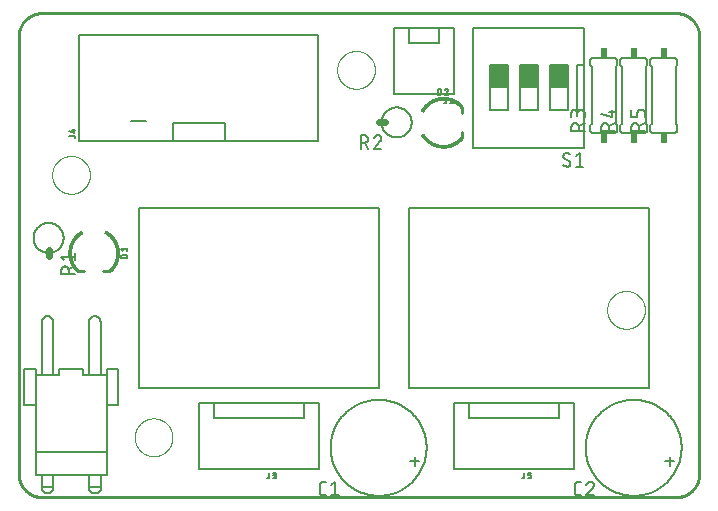
<source format=gto>
G75*
%MOIN*%
%OFA0B0*%
%FSLAX25Y25*%
%IPPOS*%
%LPD*%
%AMOC8*
5,1,8,0,0,1.08239X$1,22.5*
%
%ADD10C,0.00000*%
%ADD11C,0.01000*%
%ADD12C,0.00100*%
%ADD13C,0.00500*%
%ADD14C,0.00800*%
%ADD15C,0.02400*%
%ADD16C,0.00600*%
%ADD17R,0.06000X0.07500*%
%ADD18R,0.02400X0.03400*%
D10*
X0043001Y0026800D02*
X0043003Y0026958D01*
X0043009Y0027116D01*
X0043019Y0027274D01*
X0043033Y0027432D01*
X0043051Y0027589D01*
X0043072Y0027746D01*
X0043098Y0027902D01*
X0043128Y0028058D01*
X0043161Y0028213D01*
X0043199Y0028366D01*
X0043240Y0028519D01*
X0043285Y0028671D01*
X0043334Y0028822D01*
X0043387Y0028971D01*
X0043443Y0029119D01*
X0043503Y0029265D01*
X0043567Y0029410D01*
X0043635Y0029553D01*
X0043706Y0029695D01*
X0043780Y0029835D01*
X0043858Y0029972D01*
X0043940Y0030108D01*
X0044024Y0030242D01*
X0044113Y0030373D01*
X0044204Y0030502D01*
X0044299Y0030629D01*
X0044396Y0030754D01*
X0044497Y0030876D01*
X0044601Y0030995D01*
X0044708Y0031112D01*
X0044818Y0031226D01*
X0044931Y0031337D01*
X0045046Y0031446D01*
X0045164Y0031551D01*
X0045285Y0031653D01*
X0045408Y0031753D01*
X0045534Y0031849D01*
X0045662Y0031942D01*
X0045792Y0032032D01*
X0045925Y0032118D01*
X0046060Y0032202D01*
X0046196Y0032281D01*
X0046335Y0032358D01*
X0046476Y0032430D01*
X0046618Y0032500D01*
X0046762Y0032565D01*
X0046908Y0032627D01*
X0047055Y0032685D01*
X0047204Y0032740D01*
X0047354Y0032791D01*
X0047505Y0032838D01*
X0047657Y0032881D01*
X0047810Y0032920D01*
X0047965Y0032956D01*
X0048120Y0032987D01*
X0048276Y0033015D01*
X0048432Y0033039D01*
X0048589Y0033059D01*
X0048747Y0033075D01*
X0048904Y0033087D01*
X0049063Y0033095D01*
X0049221Y0033099D01*
X0049379Y0033099D01*
X0049537Y0033095D01*
X0049696Y0033087D01*
X0049853Y0033075D01*
X0050011Y0033059D01*
X0050168Y0033039D01*
X0050324Y0033015D01*
X0050480Y0032987D01*
X0050635Y0032956D01*
X0050790Y0032920D01*
X0050943Y0032881D01*
X0051095Y0032838D01*
X0051246Y0032791D01*
X0051396Y0032740D01*
X0051545Y0032685D01*
X0051692Y0032627D01*
X0051838Y0032565D01*
X0051982Y0032500D01*
X0052124Y0032430D01*
X0052265Y0032358D01*
X0052404Y0032281D01*
X0052540Y0032202D01*
X0052675Y0032118D01*
X0052808Y0032032D01*
X0052938Y0031942D01*
X0053066Y0031849D01*
X0053192Y0031753D01*
X0053315Y0031653D01*
X0053436Y0031551D01*
X0053554Y0031446D01*
X0053669Y0031337D01*
X0053782Y0031226D01*
X0053892Y0031112D01*
X0053999Y0030995D01*
X0054103Y0030876D01*
X0054204Y0030754D01*
X0054301Y0030629D01*
X0054396Y0030502D01*
X0054487Y0030373D01*
X0054576Y0030242D01*
X0054660Y0030108D01*
X0054742Y0029972D01*
X0054820Y0029835D01*
X0054894Y0029695D01*
X0054965Y0029553D01*
X0055033Y0029410D01*
X0055097Y0029265D01*
X0055157Y0029119D01*
X0055213Y0028971D01*
X0055266Y0028822D01*
X0055315Y0028671D01*
X0055360Y0028519D01*
X0055401Y0028366D01*
X0055439Y0028213D01*
X0055472Y0028058D01*
X0055502Y0027902D01*
X0055528Y0027746D01*
X0055549Y0027589D01*
X0055567Y0027432D01*
X0055581Y0027274D01*
X0055591Y0027116D01*
X0055597Y0026958D01*
X0055599Y0026800D01*
X0055597Y0026642D01*
X0055591Y0026484D01*
X0055581Y0026326D01*
X0055567Y0026168D01*
X0055549Y0026011D01*
X0055528Y0025854D01*
X0055502Y0025698D01*
X0055472Y0025542D01*
X0055439Y0025387D01*
X0055401Y0025234D01*
X0055360Y0025081D01*
X0055315Y0024929D01*
X0055266Y0024778D01*
X0055213Y0024629D01*
X0055157Y0024481D01*
X0055097Y0024335D01*
X0055033Y0024190D01*
X0054965Y0024047D01*
X0054894Y0023905D01*
X0054820Y0023765D01*
X0054742Y0023628D01*
X0054660Y0023492D01*
X0054576Y0023358D01*
X0054487Y0023227D01*
X0054396Y0023098D01*
X0054301Y0022971D01*
X0054204Y0022846D01*
X0054103Y0022724D01*
X0053999Y0022605D01*
X0053892Y0022488D01*
X0053782Y0022374D01*
X0053669Y0022263D01*
X0053554Y0022154D01*
X0053436Y0022049D01*
X0053315Y0021947D01*
X0053192Y0021847D01*
X0053066Y0021751D01*
X0052938Y0021658D01*
X0052808Y0021568D01*
X0052675Y0021482D01*
X0052540Y0021398D01*
X0052404Y0021319D01*
X0052265Y0021242D01*
X0052124Y0021170D01*
X0051982Y0021100D01*
X0051838Y0021035D01*
X0051692Y0020973D01*
X0051545Y0020915D01*
X0051396Y0020860D01*
X0051246Y0020809D01*
X0051095Y0020762D01*
X0050943Y0020719D01*
X0050790Y0020680D01*
X0050635Y0020644D01*
X0050480Y0020613D01*
X0050324Y0020585D01*
X0050168Y0020561D01*
X0050011Y0020541D01*
X0049853Y0020525D01*
X0049696Y0020513D01*
X0049537Y0020505D01*
X0049379Y0020501D01*
X0049221Y0020501D01*
X0049063Y0020505D01*
X0048904Y0020513D01*
X0048747Y0020525D01*
X0048589Y0020541D01*
X0048432Y0020561D01*
X0048276Y0020585D01*
X0048120Y0020613D01*
X0047965Y0020644D01*
X0047810Y0020680D01*
X0047657Y0020719D01*
X0047505Y0020762D01*
X0047354Y0020809D01*
X0047204Y0020860D01*
X0047055Y0020915D01*
X0046908Y0020973D01*
X0046762Y0021035D01*
X0046618Y0021100D01*
X0046476Y0021170D01*
X0046335Y0021242D01*
X0046196Y0021319D01*
X0046060Y0021398D01*
X0045925Y0021482D01*
X0045792Y0021568D01*
X0045662Y0021658D01*
X0045534Y0021751D01*
X0045408Y0021847D01*
X0045285Y0021947D01*
X0045164Y0022049D01*
X0045046Y0022154D01*
X0044931Y0022263D01*
X0044818Y0022374D01*
X0044708Y0022488D01*
X0044601Y0022605D01*
X0044497Y0022724D01*
X0044396Y0022846D01*
X0044299Y0022971D01*
X0044204Y0023098D01*
X0044113Y0023227D01*
X0044024Y0023358D01*
X0043940Y0023492D01*
X0043858Y0023628D01*
X0043780Y0023765D01*
X0043706Y0023905D01*
X0043635Y0024047D01*
X0043567Y0024190D01*
X0043503Y0024335D01*
X0043443Y0024481D01*
X0043387Y0024629D01*
X0043334Y0024778D01*
X0043285Y0024929D01*
X0043240Y0025081D01*
X0043199Y0025234D01*
X0043161Y0025387D01*
X0043128Y0025542D01*
X0043098Y0025698D01*
X0043072Y0025854D01*
X0043051Y0026011D01*
X0043033Y0026168D01*
X0043019Y0026326D01*
X0043009Y0026484D01*
X0043003Y0026642D01*
X0043001Y0026800D01*
X0015481Y0114280D02*
X0015483Y0114438D01*
X0015489Y0114596D01*
X0015499Y0114754D01*
X0015513Y0114912D01*
X0015531Y0115069D01*
X0015552Y0115226D01*
X0015578Y0115382D01*
X0015608Y0115538D01*
X0015641Y0115693D01*
X0015679Y0115846D01*
X0015720Y0115999D01*
X0015765Y0116151D01*
X0015814Y0116302D01*
X0015867Y0116451D01*
X0015923Y0116599D01*
X0015983Y0116745D01*
X0016047Y0116890D01*
X0016115Y0117033D01*
X0016186Y0117175D01*
X0016260Y0117315D01*
X0016338Y0117452D01*
X0016420Y0117588D01*
X0016504Y0117722D01*
X0016593Y0117853D01*
X0016684Y0117982D01*
X0016779Y0118109D01*
X0016876Y0118234D01*
X0016977Y0118356D01*
X0017081Y0118475D01*
X0017188Y0118592D01*
X0017298Y0118706D01*
X0017411Y0118817D01*
X0017526Y0118926D01*
X0017644Y0119031D01*
X0017765Y0119133D01*
X0017888Y0119233D01*
X0018014Y0119329D01*
X0018142Y0119422D01*
X0018272Y0119512D01*
X0018405Y0119598D01*
X0018540Y0119682D01*
X0018676Y0119761D01*
X0018815Y0119838D01*
X0018956Y0119910D01*
X0019098Y0119980D01*
X0019242Y0120045D01*
X0019388Y0120107D01*
X0019535Y0120165D01*
X0019684Y0120220D01*
X0019834Y0120271D01*
X0019985Y0120318D01*
X0020137Y0120361D01*
X0020290Y0120400D01*
X0020445Y0120436D01*
X0020600Y0120467D01*
X0020756Y0120495D01*
X0020912Y0120519D01*
X0021069Y0120539D01*
X0021227Y0120555D01*
X0021384Y0120567D01*
X0021543Y0120575D01*
X0021701Y0120579D01*
X0021859Y0120579D01*
X0022017Y0120575D01*
X0022176Y0120567D01*
X0022333Y0120555D01*
X0022491Y0120539D01*
X0022648Y0120519D01*
X0022804Y0120495D01*
X0022960Y0120467D01*
X0023115Y0120436D01*
X0023270Y0120400D01*
X0023423Y0120361D01*
X0023575Y0120318D01*
X0023726Y0120271D01*
X0023876Y0120220D01*
X0024025Y0120165D01*
X0024172Y0120107D01*
X0024318Y0120045D01*
X0024462Y0119980D01*
X0024604Y0119910D01*
X0024745Y0119838D01*
X0024884Y0119761D01*
X0025020Y0119682D01*
X0025155Y0119598D01*
X0025288Y0119512D01*
X0025418Y0119422D01*
X0025546Y0119329D01*
X0025672Y0119233D01*
X0025795Y0119133D01*
X0025916Y0119031D01*
X0026034Y0118926D01*
X0026149Y0118817D01*
X0026262Y0118706D01*
X0026372Y0118592D01*
X0026479Y0118475D01*
X0026583Y0118356D01*
X0026684Y0118234D01*
X0026781Y0118109D01*
X0026876Y0117982D01*
X0026967Y0117853D01*
X0027056Y0117722D01*
X0027140Y0117588D01*
X0027222Y0117452D01*
X0027300Y0117315D01*
X0027374Y0117175D01*
X0027445Y0117033D01*
X0027513Y0116890D01*
X0027577Y0116745D01*
X0027637Y0116599D01*
X0027693Y0116451D01*
X0027746Y0116302D01*
X0027795Y0116151D01*
X0027840Y0115999D01*
X0027881Y0115846D01*
X0027919Y0115693D01*
X0027952Y0115538D01*
X0027982Y0115382D01*
X0028008Y0115226D01*
X0028029Y0115069D01*
X0028047Y0114912D01*
X0028061Y0114754D01*
X0028071Y0114596D01*
X0028077Y0114438D01*
X0028079Y0114280D01*
X0028077Y0114122D01*
X0028071Y0113964D01*
X0028061Y0113806D01*
X0028047Y0113648D01*
X0028029Y0113491D01*
X0028008Y0113334D01*
X0027982Y0113178D01*
X0027952Y0113022D01*
X0027919Y0112867D01*
X0027881Y0112714D01*
X0027840Y0112561D01*
X0027795Y0112409D01*
X0027746Y0112258D01*
X0027693Y0112109D01*
X0027637Y0111961D01*
X0027577Y0111815D01*
X0027513Y0111670D01*
X0027445Y0111527D01*
X0027374Y0111385D01*
X0027300Y0111245D01*
X0027222Y0111108D01*
X0027140Y0110972D01*
X0027056Y0110838D01*
X0026967Y0110707D01*
X0026876Y0110578D01*
X0026781Y0110451D01*
X0026684Y0110326D01*
X0026583Y0110204D01*
X0026479Y0110085D01*
X0026372Y0109968D01*
X0026262Y0109854D01*
X0026149Y0109743D01*
X0026034Y0109634D01*
X0025916Y0109529D01*
X0025795Y0109427D01*
X0025672Y0109327D01*
X0025546Y0109231D01*
X0025418Y0109138D01*
X0025288Y0109048D01*
X0025155Y0108962D01*
X0025020Y0108878D01*
X0024884Y0108799D01*
X0024745Y0108722D01*
X0024604Y0108650D01*
X0024462Y0108580D01*
X0024318Y0108515D01*
X0024172Y0108453D01*
X0024025Y0108395D01*
X0023876Y0108340D01*
X0023726Y0108289D01*
X0023575Y0108242D01*
X0023423Y0108199D01*
X0023270Y0108160D01*
X0023115Y0108124D01*
X0022960Y0108093D01*
X0022804Y0108065D01*
X0022648Y0108041D01*
X0022491Y0108021D01*
X0022333Y0108005D01*
X0022176Y0107993D01*
X0022017Y0107985D01*
X0021859Y0107981D01*
X0021701Y0107981D01*
X0021543Y0107985D01*
X0021384Y0107993D01*
X0021227Y0108005D01*
X0021069Y0108021D01*
X0020912Y0108041D01*
X0020756Y0108065D01*
X0020600Y0108093D01*
X0020445Y0108124D01*
X0020290Y0108160D01*
X0020137Y0108199D01*
X0019985Y0108242D01*
X0019834Y0108289D01*
X0019684Y0108340D01*
X0019535Y0108395D01*
X0019388Y0108453D01*
X0019242Y0108515D01*
X0019098Y0108580D01*
X0018956Y0108650D01*
X0018815Y0108722D01*
X0018676Y0108799D01*
X0018540Y0108878D01*
X0018405Y0108962D01*
X0018272Y0109048D01*
X0018142Y0109138D01*
X0018014Y0109231D01*
X0017888Y0109327D01*
X0017765Y0109427D01*
X0017644Y0109529D01*
X0017526Y0109634D01*
X0017411Y0109743D01*
X0017298Y0109854D01*
X0017188Y0109968D01*
X0017081Y0110085D01*
X0016977Y0110204D01*
X0016876Y0110326D01*
X0016779Y0110451D01*
X0016684Y0110578D01*
X0016593Y0110707D01*
X0016504Y0110838D01*
X0016420Y0110972D01*
X0016338Y0111108D01*
X0016260Y0111245D01*
X0016186Y0111385D01*
X0016115Y0111527D01*
X0016047Y0111670D01*
X0015983Y0111815D01*
X0015923Y0111961D01*
X0015867Y0112109D01*
X0015814Y0112258D01*
X0015765Y0112409D01*
X0015720Y0112561D01*
X0015679Y0112714D01*
X0015641Y0112867D01*
X0015608Y0113022D01*
X0015578Y0113178D01*
X0015552Y0113334D01*
X0015531Y0113491D01*
X0015513Y0113648D01*
X0015499Y0113806D01*
X0015489Y0113964D01*
X0015483Y0114122D01*
X0015481Y0114280D01*
X0110481Y0149280D02*
X0110483Y0149438D01*
X0110489Y0149596D01*
X0110499Y0149754D01*
X0110513Y0149912D01*
X0110531Y0150069D01*
X0110552Y0150226D01*
X0110578Y0150382D01*
X0110608Y0150538D01*
X0110641Y0150693D01*
X0110679Y0150846D01*
X0110720Y0150999D01*
X0110765Y0151151D01*
X0110814Y0151302D01*
X0110867Y0151451D01*
X0110923Y0151599D01*
X0110983Y0151745D01*
X0111047Y0151890D01*
X0111115Y0152033D01*
X0111186Y0152175D01*
X0111260Y0152315D01*
X0111338Y0152452D01*
X0111420Y0152588D01*
X0111504Y0152722D01*
X0111593Y0152853D01*
X0111684Y0152982D01*
X0111779Y0153109D01*
X0111876Y0153234D01*
X0111977Y0153356D01*
X0112081Y0153475D01*
X0112188Y0153592D01*
X0112298Y0153706D01*
X0112411Y0153817D01*
X0112526Y0153926D01*
X0112644Y0154031D01*
X0112765Y0154133D01*
X0112888Y0154233D01*
X0113014Y0154329D01*
X0113142Y0154422D01*
X0113272Y0154512D01*
X0113405Y0154598D01*
X0113540Y0154682D01*
X0113676Y0154761D01*
X0113815Y0154838D01*
X0113956Y0154910D01*
X0114098Y0154980D01*
X0114242Y0155045D01*
X0114388Y0155107D01*
X0114535Y0155165D01*
X0114684Y0155220D01*
X0114834Y0155271D01*
X0114985Y0155318D01*
X0115137Y0155361D01*
X0115290Y0155400D01*
X0115445Y0155436D01*
X0115600Y0155467D01*
X0115756Y0155495D01*
X0115912Y0155519D01*
X0116069Y0155539D01*
X0116227Y0155555D01*
X0116384Y0155567D01*
X0116543Y0155575D01*
X0116701Y0155579D01*
X0116859Y0155579D01*
X0117017Y0155575D01*
X0117176Y0155567D01*
X0117333Y0155555D01*
X0117491Y0155539D01*
X0117648Y0155519D01*
X0117804Y0155495D01*
X0117960Y0155467D01*
X0118115Y0155436D01*
X0118270Y0155400D01*
X0118423Y0155361D01*
X0118575Y0155318D01*
X0118726Y0155271D01*
X0118876Y0155220D01*
X0119025Y0155165D01*
X0119172Y0155107D01*
X0119318Y0155045D01*
X0119462Y0154980D01*
X0119604Y0154910D01*
X0119745Y0154838D01*
X0119884Y0154761D01*
X0120020Y0154682D01*
X0120155Y0154598D01*
X0120288Y0154512D01*
X0120418Y0154422D01*
X0120546Y0154329D01*
X0120672Y0154233D01*
X0120795Y0154133D01*
X0120916Y0154031D01*
X0121034Y0153926D01*
X0121149Y0153817D01*
X0121262Y0153706D01*
X0121372Y0153592D01*
X0121479Y0153475D01*
X0121583Y0153356D01*
X0121684Y0153234D01*
X0121781Y0153109D01*
X0121876Y0152982D01*
X0121967Y0152853D01*
X0122056Y0152722D01*
X0122140Y0152588D01*
X0122222Y0152452D01*
X0122300Y0152315D01*
X0122374Y0152175D01*
X0122445Y0152033D01*
X0122513Y0151890D01*
X0122577Y0151745D01*
X0122637Y0151599D01*
X0122693Y0151451D01*
X0122746Y0151302D01*
X0122795Y0151151D01*
X0122840Y0150999D01*
X0122881Y0150846D01*
X0122919Y0150693D01*
X0122952Y0150538D01*
X0122982Y0150382D01*
X0123008Y0150226D01*
X0123029Y0150069D01*
X0123047Y0149912D01*
X0123061Y0149754D01*
X0123071Y0149596D01*
X0123077Y0149438D01*
X0123079Y0149280D01*
X0123077Y0149122D01*
X0123071Y0148964D01*
X0123061Y0148806D01*
X0123047Y0148648D01*
X0123029Y0148491D01*
X0123008Y0148334D01*
X0122982Y0148178D01*
X0122952Y0148022D01*
X0122919Y0147867D01*
X0122881Y0147714D01*
X0122840Y0147561D01*
X0122795Y0147409D01*
X0122746Y0147258D01*
X0122693Y0147109D01*
X0122637Y0146961D01*
X0122577Y0146815D01*
X0122513Y0146670D01*
X0122445Y0146527D01*
X0122374Y0146385D01*
X0122300Y0146245D01*
X0122222Y0146108D01*
X0122140Y0145972D01*
X0122056Y0145838D01*
X0121967Y0145707D01*
X0121876Y0145578D01*
X0121781Y0145451D01*
X0121684Y0145326D01*
X0121583Y0145204D01*
X0121479Y0145085D01*
X0121372Y0144968D01*
X0121262Y0144854D01*
X0121149Y0144743D01*
X0121034Y0144634D01*
X0120916Y0144529D01*
X0120795Y0144427D01*
X0120672Y0144327D01*
X0120546Y0144231D01*
X0120418Y0144138D01*
X0120288Y0144048D01*
X0120155Y0143962D01*
X0120020Y0143878D01*
X0119884Y0143799D01*
X0119745Y0143722D01*
X0119604Y0143650D01*
X0119462Y0143580D01*
X0119318Y0143515D01*
X0119172Y0143453D01*
X0119025Y0143395D01*
X0118876Y0143340D01*
X0118726Y0143289D01*
X0118575Y0143242D01*
X0118423Y0143199D01*
X0118270Y0143160D01*
X0118115Y0143124D01*
X0117960Y0143093D01*
X0117804Y0143065D01*
X0117648Y0143041D01*
X0117491Y0143021D01*
X0117333Y0143005D01*
X0117176Y0142993D01*
X0117017Y0142985D01*
X0116859Y0142981D01*
X0116701Y0142981D01*
X0116543Y0142985D01*
X0116384Y0142993D01*
X0116227Y0143005D01*
X0116069Y0143021D01*
X0115912Y0143041D01*
X0115756Y0143065D01*
X0115600Y0143093D01*
X0115445Y0143124D01*
X0115290Y0143160D01*
X0115137Y0143199D01*
X0114985Y0143242D01*
X0114834Y0143289D01*
X0114684Y0143340D01*
X0114535Y0143395D01*
X0114388Y0143453D01*
X0114242Y0143515D01*
X0114098Y0143580D01*
X0113956Y0143650D01*
X0113815Y0143722D01*
X0113676Y0143799D01*
X0113540Y0143878D01*
X0113405Y0143962D01*
X0113272Y0144048D01*
X0113142Y0144138D01*
X0113014Y0144231D01*
X0112888Y0144327D01*
X0112765Y0144427D01*
X0112644Y0144529D01*
X0112526Y0144634D01*
X0112411Y0144743D01*
X0112298Y0144854D01*
X0112188Y0144968D01*
X0112081Y0145085D01*
X0111977Y0145204D01*
X0111876Y0145326D01*
X0111779Y0145451D01*
X0111684Y0145578D01*
X0111593Y0145707D01*
X0111504Y0145838D01*
X0111420Y0145972D01*
X0111338Y0146108D01*
X0111260Y0146245D01*
X0111186Y0146385D01*
X0111115Y0146527D01*
X0111047Y0146670D01*
X0110983Y0146815D01*
X0110923Y0146961D01*
X0110867Y0147109D01*
X0110814Y0147258D01*
X0110765Y0147409D01*
X0110720Y0147561D01*
X0110679Y0147714D01*
X0110641Y0147867D01*
X0110608Y0148022D01*
X0110578Y0148178D01*
X0110552Y0148334D01*
X0110531Y0148491D01*
X0110513Y0148648D01*
X0110499Y0148806D01*
X0110489Y0148964D01*
X0110483Y0149122D01*
X0110481Y0149280D01*
X0200481Y0069280D02*
X0200483Y0069438D01*
X0200489Y0069596D01*
X0200499Y0069754D01*
X0200513Y0069912D01*
X0200531Y0070069D01*
X0200552Y0070226D01*
X0200578Y0070382D01*
X0200608Y0070538D01*
X0200641Y0070693D01*
X0200679Y0070846D01*
X0200720Y0070999D01*
X0200765Y0071151D01*
X0200814Y0071302D01*
X0200867Y0071451D01*
X0200923Y0071599D01*
X0200983Y0071745D01*
X0201047Y0071890D01*
X0201115Y0072033D01*
X0201186Y0072175D01*
X0201260Y0072315D01*
X0201338Y0072452D01*
X0201420Y0072588D01*
X0201504Y0072722D01*
X0201593Y0072853D01*
X0201684Y0072982D01*
X0201779Y0073109D01*
X0201876Y0073234D01*
X0201977Y0073356D01*
X0202081Y0073475D01*
X0202188Y0073592D01*
X0202298Y0073706D01*
X0202411Y0073817D01*
X0202526Y0073926D01*
X0202644Y0074031D01*
X0202765Y0074133D01*
X0202888Y0074233D01*
X0203014Y0074329D01*
X0203142Y0074422D01*
X0203272Y0074512D01*
X0203405Y0074598D01*
X0203540Y0074682D01*
X0203676Y0074761D01*
X0203815Y0074838D01*
X0203956Y0074910D01*
X0204098Y0074980D01*
X0204242Y0075045D01*
X0204388Y0075107D01*
X0204535Y0075165D01*
X0204684Y0075220D01*
X0204834Y0075271D01*
X0204985Y0075318D01*
X0205137Y0075361D01*
X0205290Y0075400D01*
X0205445Y0075436D01*
X0205600Y0075467D01*
X0205756Y0075495D01*
X0205912Y0075519D01*
X0206069Y0075539D01*
X0206227Y0075555D01*
X0206384Y0075567D01*
X0206543Y0075575D01*
X0206701Y0075579D01*
X0206859Y0075579D01*
X0207017Y0075575D01*
X0207176Y0075567D01*
X0207333Y0075555D01*
X0207491Y0075539D01*
X0207648Y0075519D01*
X0207804Y0075495D01*
X0207960Y0075467D01*
X0208115Y0075436D01*
X0208270Y0075400D01*
X0208423Y0075361D01*
X0208575Y0075318D01*
X0208726Y0075271D01*
X0208876Y0075220D01*
X0209025Y0075165D01*
X0209172Y0075107D01*
X0209318Y0075045D01*
X0209462Y0074980D01*
X0209604Y0074910D01*
X0209745Y0074838D01*
X0209884Y0074761D01*
X0210020Y0074682D01*
X0210155Y0074598D01*
X0210288Y0074512D01*
X0210418Y0074422D01*
X0210546Y0074329D01*
X0210672Y0074233D01*
X0210795Y0074133D01*
X0210916Y0074031D01*
X0211034Y0073926D01*
X0211149Y0073817D01*
X0211262Y0073706D01*
X0211372Y0073592D01*
X0211479Y0073475D01*
X0211583Y0073356D01*
X0211684Y0073234D01*
X0211781Y0073109D01*
X0211876Y0072982D01*
X0211967Y0072853D01*
X0212056Y0072722D01*
X0212140Y0072588D01*
X0212222Y0072452D01*
X0212300Y0072315D01*
X0212374Y0072175D01*
X0212445Y0072033D01*
X0212513Y0071890D01*
X0212577Y0071745D01*
X0212637Y0071599D01*
X0212693Y0071451D01*
X0212746Y0071302D01*
X0212795Y0071151D01*
X0212840Y0070999D01*
X0212881Y0070846D01*
X0212919Y0070693D01*
X0212952Y0070538D01*
X0212982Y0070382D01*
X0213008Y0070226D01*
X0213029Y0070069D01*
X0213047Y0069912D01*
X0213061Y0069754D01*
X0213071Y0069596D01*
X0213077Y0069438D01*
X0213079Y0069280D01*
X0213077Y0069122D01*
X0213071Y0068964D01*
X0213061Y0068806D01*
X0213047Y0068648D01*
X0213029Y0068491D01*
X0213008Y0068334D01*
X0212982Y0068178D01*
X0212952Y0068022D01*
X0212919Y0067867D01*
X0212881Y0067714D01*
X0212840Y0067561D01*
X0212795Y0067409D01*
X0212746Y0067258D01*
X0212693Y0067109D01*
X0212637Y0066961D01*
X0212577Y0066815D01*
X0212513Y0066670D01*
X0212445Y0066527D01*
X0212374Y0066385D01*
X0212300Y0066245D01*
X0212222Y0066108D01*
X0212140Y0065972D01*
X0212056Y0065838D01*
X0211967Y0065707D01*
X0211876Y0065578D01*
X0211781Y0065451D01*
X0211684Y0065326D01*
X0211583Y0065204D01*
X0211479Y0065085D01*
X0211372Y0064968D01*
X0211262Y0064854D01*
X0211149Y0064743D01*
X0211034Y0064634D01*
X0210916Y0064529D01*
X0210795Y0064427D01*
X0210672Y0064327D01*
X0210546Y0064231D01*
X0210418Y0064138D01*
X0210288Y0064048D01*
X0210155Y0063962D01*
X0210020Y0063878D01*
X0209884Y0063799D01*
X0209745Y0063722D01*
X0209604Y0063650D01*
X0209462Y0063580D01*
X0209318Y0063515D01*
X0209172Y0063453D01*
X0209025Y0063395D01*
X0208876Y0063340D01*
X0208726Y0063289D01*
X0208575Y0063242D01*
X0208423Y0063199D01*
X0208270Y0063160D01*
X0208115Y0063124D01*
X0207960Y0063093D01*
X0207804Y0063065D01*
X0207648Y0063041D01*
X0207491Y0063021D01*
X0207333Y0063005D01*
X0207176Y0062993D01*
X0207017Y0062985D01*
X0206859Y0062981D01*
X0206701Y0062981D01*
X0206543Y0062985D01*
X0206384Y0062993D01*
X0206227Y0063005D01*
X0206069Y0063021D01*
X0205912Y0063041D01*
X0205756Y0063065D01*
X0205600Y0063093D01*
X0205445Y0063124D01*
X0205290Y0063160D01*
X0205137Y0063199D01*
X0204985Y0063242D01*
X0204834Y0063289D01*
X0204684Y0063340D01*
X0204535Y0063395D01*
X0204388Y0063453D01*
X0204242Y0063515D01*
X0204098Y0063580D01*
X0203956Y0063650D01*
X0203815Y0063722D01*
X0203676Y0063799D01*
X0203540Y0063878D01*
X0203405Y0063962D01*
X0203272Y0064048D01*
X0203142Y0064138D01*
X0203014Y0064231D01*
X0202888Y0064327D01*
X0202765Y0064427D01*
X0202644Y0064529D01*
X0202526Y0064634D01*
X0202411Y0064743D01*
X0202298Y0064854D01*
X0202188Y0064968D01*
X0202081Y0065085D01*
X0201977Y0065204D01*
X0201876Y0065326D01*
X0201779Y0065451D01*
X0201684Y0065578D01*
X0201593Y0065707D01*
X0201504Y0065838D01*
X0201420Y0065972D01*
X0201338Y0066108D01*
X0201260Y0066245D01*
X0201186Y0066385D01*
X0201115Y0066527D01*
X0201047Y0066670D01*
X0200983Y0066815D01*
X0200923Y0066961D01*
X0200867Y0067109D01*
X0200814Y0067258D01*
X0200765Y0067409D01*
X0200720Y0067561D01*
X0200679Y0067714D01*
X0200641Y0067867D01*
X0200608Y0068022D01*
X0200578Y0068178D01*
X0200552Y0068334D01*
X0200531Y0068491D01*
X0200513Y0068648D01*
X0200499Y0068806D01*
X0200489Y0068964D01*
X0200483Y0069122D01*
X0200481Y0069280D01*
D11*
X0223335Y0006800D02*
X0012174Y0006800D01*
X0011984Y0006802D01*
X0011794Y0006809D01*
X0011604Y0006821D01*
X0011414Y0006837D01*
X0011225Y0006857D01*
X0011036Y0006883D01*
X0010848Y0006912D01*
X0010661Y0006947D01*
X0010475Y0006986D01*
X0010290Y0007029D01*
X0010105Y0007077D01*
X0009922Y0007129D01*
X0009741Y0007185D01*
X0009561Y0007246D01*
X0009382Y0007312D01*
X0009205Y0007381D01*
X0009029Y0007455D01*
X0008856Y0007533D01*
X0008684Y0007616D01*
X0008515Y0007702D01*
X0008347Y0007792D01*
X0008182Y0007887D01*
X0008019Y0007985D01*
X0007859Y0008088D01*
X0007701Y0008194D01*
X0007546Y0008304D01*
X0007393Y0008417D01*
X0007243Y0008535D01*
X0007097Y0008656D01*
X0006953Y0008780D01*
X0006812Y0008908D01*
X0006674Y0009039D01*
X0006539Y0009174D01*
X0006408Y0009312D01*
X0006280Y0009453D01*
X0006156Y0009597D01*
X0006035Y0009743D01*
X0005917Y0009893D01*
X0005804Y0010046D01*
X0005694Y0010201D01*
X0005588Y0010359D01*
X0005485Y0010519D01*
X0005387Y0010682D01*
X0005292Y0010847D01*
X0005202Y0011015D01*
X0005116Y0011184D01*
X0005033Y0011356D01*
X0004955Y0011529D01*
X0004881Y0011705D01*
X0004812Y0011882D01*
X0004746Y0012061D01*
X0004685Y0012241D01*
X0004629Y0012422D01*
X0004577Y0012605D01*
X0004529Y0012790D01*
X0004486Y0012975D01*
X0004447Y0013161D01*
X0004412Y0013348D01*
X0004383Y0013536D01*
X0004357Y0013725D01*
X0004337Y0013914D01*
X0004321Y0014104D01*
X0004309Y0014294D01*
X0004302Y0014484D01*
X0004300Y0014674D01*
X0004300Y0160343D01*
X0004302Y0160533D01*
X0004309Y0160723D01*
X0004321Y0160913D01*
X0004337Y0161103D01*
X0004357Y0161292D01*
X0004383Y0161481D01*
X0004412Y0161669D01*
X0004447Y0161856D01*
X0004486Y0162042D01*
X0004529Y0162227D01*
X0004577Y0162412D01*
X0004629Y0162595D01*
X0004685Y0162776D01*
X0004746Y0162956D01*
X0004812Y0163135D01*
X0004881Y0163312D01*
X0004955Y0163488D01*
X0005033Y0163661D01*
X0005116Y0163833D01*
X0005202Y0164002D01*
X0005292Y0164170D01*
X0005387Y0164335D01*
X0005485Y0164498D01*
X0005588Y0164658D01*
X0005694Y0164816D01*
X0005804Y0164971D01*
X0005917Y0165124D01*
X0006035Y0165274D01*
X0006156Y0165420D01*
X0006280Y0165564D01*
X0006408Y0165705D01*
X0006539Y0165843D01*
X0006674Y0165978D01*
X0006812Y0166109D01*
X0006953Y0166237D01*
X0007097Y0166361D01*
X0007243Y0166482D01*
X0007393Y0166600D01*
X0007546Y0166713D01*
X0007701Y0166823D01*
X0007859Y0166929D01*
X0008019Y0167032D01*
X0008182Y0167130D01*
X0008347Y0167225D01*
X0008515Y0167315D01*
X0008684Y0167401D01*
X0008856Y0167484D01*
X0009029Y0167562D01*
X0009205Y0167636D01*
X0009382Y0167705D01*
X0009561Y0167771D01*
X0009741Y0167832D01*
X0009922Y0167888D01*
X0010105Y0167940D01*
X0010290Y0167988D01*
X0010475Y0168031D01*
X0010661Y0168070D01*
X0010848Y0168105D01*
X0011036Y0168134D01*
X0011225Y0168160D01*
X0011414Y0168180D01*
X0011604Y0168196D01*
X0011794Y0168208D01*
X0011984Y0168215D01*
X0012174Y0168217D01*
X0223335Y0168217D01*
X0223525Y0168215D01*
X0223715Y0168208D01*
X0223905Y0168196D01*
X0224095Y0168180D01*
X0224284Y0168160D01*
X0224473Y0168134D01*
X0224661Y0168105D01*
X0224848Y0168070D01*
X0225034Y0168031D01*
X0225219Y0167988D01*
X0225404Y0167940D01*
X0225587Y0167888D01*
X0225768Y0167832D01*
X0225948Y0167771D01*
X0226127Y0167705D01*
X0226304Y0167636D01*
X0226480Y0167562D01*
X0226653Y0167484D01*
X0226825Y0167401D01*
X0226994Y0167315D01*
X0227162Y0167225D01*
X0227327Y0167130D01*
X0227490Y0167032D01*
X0227650Y0166929D01*
X0227808Y0166823D01*
X0227963Y0166713D01*
X0228116Y0166600D01*
X0228266Y0166482D01*
X0228412Y0166361D01*
X0228556Y0166237D01*
X0228697Y0166109D01*
X0228835Y0165978D01*
X0228970Y0165843D01*
X0229101Y0165705D01*
X0229229Y0165564D01*
X0229353Y0165420D01*
X0229474Y0165274D01*
X0229592Y0165124D01*
X0229705Y0164971D01*
X0229815Y0164816D01*
X0229921Y0164658D01*
X0230024Y0164498D01*
X0230122Y0164335D01*
X0230217Y0164170D01*
X0230307Y0164002D01*
X0230393Y0163833D01*
X0230476Y0163661D01*
X0230554Y0163488D01*
X0230628Y0163312D01*
X0230697Y0163135D01*
X0230763Y0162956D01*
X0230824Y0162776D01*
X0230880Y0162595D01*
X0230932Y0162412D01*
X0230980Y0162227D01*
X0231023Y0162042D01*
X0231062Y0161856D01*
X0231097Y0161669D01*
X0231126Y0161481D01*
X0231152Y0161292D01*
X0231172Y0161103D01*
X0231188Y0160913D01*
X0231200Y0160723D01*
X0231207Y0160533D01*
X0231209Y0160343D01*
X0231209Y0014674D01*
X0231207Y0014484D01*
X0231200Y0014294D01*
X0231188Y0014104D01*
X0231172Y0013914D01*
X0231152Y0013725D01*
X0231126Y0013536D01*
X0231097Y0013348D01*
X0231062Y0013161D01*
X0231023Y0012975D01*
X0230980Y0012790D01*
X0230932Y0012605D01*
X0230880Y0012422D01*
X0230824Y0012241D01*
X0230763Y0012061D01*
X0230697Y0011882D01*
X0230628Y0011705D01*
X0230554Y0011529D01*
X0230476Y0011356D01*
X0230393Y0011184D01*
X0230307Y0011015D01*
X0230217Y0010847D01*
X0230122Y0010682D01*
X0230024Y0010519D01*
X0229921Y0010359D01*
X0229815Y0010201D01*
X0229705Y0010046D01*
X0229592Y0009893D01*
X0229474Y0009743D01*
X0229353Y0009597D01*
X0229229Y0009453D01*
X0229101Y0009312D01*
X0228970Y0009174D01*
X0228835Y0009039D01*
X0228697Y0008908D01*
X0228556Y0008780D01*
X0228412Y0008656D01*
X0228266Y0008535D01*
X0228116Y0008417D01*
X0227963Y0008304D01*
X0227808Y0008194D01*
X0227650Y0008088D01*
X0227490Y0007985D01*
X0227327Y0007887D01*
X0227162Y0007792D01*
X0226994Y0007702D01*
X0226825Y0007616D01*
X0226653Y0007533D01*
X0226480Y0007455D01*
X0226304Y0007381D01*
X0226127Y0007312D01*
X0225948Y0007246D01*
X0225768Y0007185D01*
X0225587Y0007129D01*
X0225404Y0007077D01*
X0225219Y0007029D01*
X0225034Y0006986D01*
X0224848Y0006947D01*
X0224661Y0006912D01*
X0224473Y0006883D01*
X0224284Y0006857D01*
X0224095Y0006837D01*
X0223905Y0006821D01*
X0223715Y0006809D01*
X0223525Y0006802D01*
X0223335Y0006800D01*
X0152000Y0126700D02*
X0152000Y0128500D01*
X0152000Y0134900D02*
X0152000Y0136900D01*
X0034400Y0082100D02*
X0032400Y0082100D01*
X0026000Y0082100D02*
X0024200Y0082100D01*
D12*
X0037749Y0088350D02*
X0036849Y0088350D01*
X0036850Y0088350D02*
X0036846Y0088533D01*
X0036839Y0088716D01*
X0036826Y0088899D01*
X0036809Y0089082D01*
X0036788Y0089264D01*
X0036763Y0089445D01*
X0036733Y0089626D01*
X0036698Y0089806D01*
X0036660Y0089985D01*
X0036617Y0090163D01*
X0036569Y0090340D01*
X0036518Y0090515D01*
X0036462Y0090690D01*
X0036402Y0090863D01*
X0036337Y0091034D01*
X0036269Y0091204D01*
X0036197Y0091373D01*
X0036120Y0091539D01*
X0036039Y0091703D01*
X0035955Y0091866D01*
X0035866Y0092026D01*
X0035774Y0092185D01*
X0035678Y0092341D01*
X0035578Y0092494D01*
X0035474Y0092645D01*
X0035367Y0092794D01*
X0035256Y0092940D01*
X0035142Y0093083D01*
X0035024Y0093223D01*
X0034903Y0093360D01*
X0034779Y0093495D01*
X0034651Y0093626D01*
X0034520Y0093755D01*
X0034386Y0093880D01*
X0034250Y0094001D01*
X0034110Y0094120D01*
X0033967Y0094235D01*
X0033822Y0094346D01*
X0033674Y0094454D01*
X0033523Y0094558D01*
X0033370Y0094659D01*
X0033215Y0094756D01*
X0033057Y0094849D01*
X0032897Y0094938D01*
X0033320Y0095732D01*
X0033500Y0095632D01*
X0033677Y0095528D01*
X0033851Y0095420D01*
X0034023Y0095307D01*
X0034191Y0095190D01*
X0034357Y0095069D01*
X0034520Y0094945D01*
X0034680Y0094816D01*
X0034837Y0094683D01*
X0034990Y0094547D01*
X0035140Y0094407D01*
X0035287Y0094263D01*
X0035430Y0094116D01*
X0035570Y0093965D01*
X0035705Y0093811D01*
X0035837Y0093654D01*
X0035965Y0093494D01*
X0036090Y0093330D01*
X0036210Y0093164D01*
X0036326Y0092994D01*
X0036438Y0092822D01*
X0036546Y0092648D01*
X0036649Y0092470D01*
X0036748Y0092291D01*
X0036843Y0092108D01*
X0036933Y0091924D01*
X0037019Y0091738D01*
X0037100Y0091549D01*
X0037177Y0091359D01*
X0037249Y0091166D01*
X0037316Y0090972D01*
X0037379Y0090777D01*
X0037437Y0090580D01*
X0037490Y0090382D01*
X0037538Y0090182D01*
X0037581Y0089981D01*
X0037619Y0089780D01*
X0037653Y0089577D01*
X0037681Y0089374D01*
X0037705Y0089170D01*
X0037724Y0088965D01*
X0037737Y0088761D01*
X0037746Y0088556D01*
X0037750Y0088350D01*
X0037656Y0088350D01*
X0037652Y0088553D01*
X0037644Y0088756D01*
X0037630Y0088959D01*
X0037612Y0089161D01*
X0037588Y0089362D01*
X0037560Y0089563D01*
X0037527Y0089764D01*
X0037489Y0089963D01*
X0037446Y0090161D01*
X0037398Y0090359D01*
X0037346Y0090555D01*
X0037289Y0090750D01*
X0037227Y0090943D01*
X0037160Y0091135D01*
X0037089Y0091325D01*
X0037014Y0091513D01*
X0036933Y0091699D01*
X0036848Y0091884D01*
X0036759Y0092066D01*
X0036665Y0092246D01*
X0036567Y0092424D01*
X0036465Y0092599D01*
X0036359Y0092772D01*
X0036248Y0092942D01*
X0036133Y0093110D01*
X0036014Y0093274D01*
X0035891Y0093436D01*
X0035765Y0093594D01*
X0035634Y0093750D01*
X0035500Y0093902D01*
X0035362Y0094051D01*
X0035221Y0094197D01*
X0035076Y0094339D01*
X0034927Y0094477D01*
X0034776Y0094612D01*
X0034621Y0094743D01*
X0034463Y0094870D01*
X0034301Y0094994D01*
X0034137Y0095113D01*
X0033970Y0095229D01*
X0033801Y0095340D01*
X0033628Y0095448D01*
X0033453Y0095551D01*
X0033276Y0095649D01*
X0033232Y0095566D01*
X0033407Y0095469D01*
X0033580Y0095367D01*
X0033750Y0095261D01*
X0033918Y0095151D01*
X0034083Y0095037D01*
X0034245Y0094918D01*
X0034405Y0094796D01*
X0034561Y0094670D01*
X0034714Y0094541D01*
X0034864Y0094407D01*
X0035011Y0094271D01*
X0035154Y0094130D01*
X0035294Y0093986D01*
X0035430Y0093839D01*
X0035563Y0093688D01*
X0035692Y0093535D01*
X0035817Y0093378D01*
X0035939Y0093218D01*
X0036056Y0093055D01*
X0036170Y0092890D01*
X0036279Y0092722D01*
X0036385Y0092551D01*
X0036486Y0092378D01*
X0036583Y0092202D01*
X0036675Y0092024D01*
X0036763Y0091844D01*
X0036847Y0091661D01*
X0036927Y0091477D01*
X0037002Y0091291D01*
X0037072Y0091103D01*
X0037138Y0090913D01*
X0037199Y0090722D01*
X0037255Y0090530D01*
X0037307Y0090336D01*
X0037354Y0090141D01*
X0037397Y0089945D01*
X0037434Y0089747D01*
X0037467Y0089549D01*
X0037495Y0089351D01*
X0037518Y0089151D01*
X0037536Y0088952D01*
X0037550Y0088751D01*
X0037558Y0088551D01*
X0037562Y0088350D01*
X0037468Y0088350D01*
X0037464Y0088549D01*
X0037456Y0088747D01*
X0037443Y0088945D01*
X0037424Y0089142D01*
X0037402Y0089339D01*
X0037374Y0089536D01*
X0037342Y0089731D01*
X0037304Y0089926D01*
X0037263Y0090120D01*
X0037216Y0090313D01*
X0037165Y0090505D01*
X0037109Y0090695D01*
X0037049Y0090884D01*
X0036984Y0091071D01*
X0036914Y0091257D01*
X0036840Y0091441D01*
X0036761Y0091623D01*
X0036678Y0091803D01*
X0036591Y0091982D01*
X0036500Y0092158D01*
X0036404Y0092331D01*
X0036304Y0092503D01*
X0036200Y0092671D01*
X0036092Y0092838D01*
X0035979Y0093001D01*
X0035863Y0093162D01*
X0035743Y0093320D01*
X0035619Y0093475D01*
X0035492Y0093627D01*
X0035361Y0093776D01*
X0035226Y0093921D01*
X0035088Y0094064D01*
X0034946Y0094202D01*
X0034801Y0094338D01*
X0034653Y0094470D01*
X0034501Y0094598D01*
X0034347Y0094722D01*
X0034190Y0094843D01*
X0034029Y0094960D01*
X0033866Y0095073D01*
X0033700Y0095181D01*
X0033532Y0095286D01*
X0033361Y0095387D01*
X0033188Y0095483D01*
X0033143Y0095401D01*
X0033315Y0095305D01*
X0033484Y0095206D01*
X0033650Y0095102D01*
X0033814Y0094994D01*
X0033975Y0094883D01*
X0034134Y0094767D01*
X0034289Y0094648D01*
X0034442Y0094525D01*
X0034591Y0094398D01*
X0034738Y0094268D01*
X0034881Y0094134D01*
X0035021Y0093997D01*
X0035158Y0093856D01*
X0035291Y0093713D01*
X0035421Y0093566D01*
X0035547Y0093415D01*
X0035669Y0093262D01*
X0035788Y0093106D01*
X0035903Y0092947D01*
X0036013Y0092785D01*
X0036120Y0092621D01*
X0036223Y0092454D01*
X0036322Y0092285D01*
X0036417Y0092113D01*
X0036507Y0091939D01*
X0036594Y0091763D01*
X0036675Y0091585D01*
X0036753Y0091405D01*
X0036826Y0091223D01*
X0036895Y0091040D01*
X0036959Y0090854D01*
X0037019Y0090668D01*
X0037074Y0090480D01*
X0037125Y0090290D01*
X0037171Y0090100D01*
X0037212Y0089908D01*
X0037249Y0089715D01*
X0037281Y0089522D01*
X0037308Y0089328D01*
X0037331Y0089133D01*
X0037349Y0088938D01*
X0037362Y0088742D01*
X0037370Y0088546D01*
X0037374Y0088350D01*
X0037280Y0088350D01*
X0037276Y0088544D01*
X0037268Y0088738D01*
X0037255Y0088931D01*
X0037237Y0089124D01*
X0037215Y0089316D01*
X0037188Y0089508D01*
X0037156Y0089699D01*
X0037120Y0089890D01*
X0037079Y0090079D01*
X0037034Y0090267D01*
X0036984Y0090454D01*
X0036929Y0090640D01*
X0036870Y0090825D01*
X0036807Y0091008D01*
X0036739Y0091189D01*
X0036666Y0091369D01*
X0036590Y0091547D01*
X0036509Y0091723D01*
X0036423Y0091897D01*
X0036334Y0092069D01*
X0036240Y0092239D01*
X0036143Y0092406D01*
X0036041Y0092571D01*
X0035935Y0092733D01*
X0035826Y0092893D01*
X0035712Y0093050D01*
X0035595Y0093204D01*
X0035474Y0093356D01*
X0035350Y0093504D01*
X0035222Y0093649D01*
X0035090Y0093792D01*
X0034955Y0093931D01*
X0034817Y0094066D01*
X0034675Y0094198D01*
X0034530Y0094327D01*
X0034382Y0094452D01*
X0034231Y0094574D01*
X0034078Y0094692D01*
X0033921Y0094806D01*
X0033762Y0094916D01*
X0033600Y0095022D01*
X0033435Y0095125D01*
X0033268Y0095223D01*
X0033099Y0095318D01*
X0033055Y0095235D01*
X0033222Y0095141D01*
X0033387Y0095044D01*
X0033550Y0094943D01*
X0033710Y0094838D01*
X0033867Y0094729D01*
X0034022Y0094616D01*
X0034174Y0094500D01*
X0034323Y0094380D01*
X0034469Y0094256D01*
X0034612Y0094129D01*
X0034752Y0093998D01*
X0034888Y0093864D01*
X0035022Y0093727D01*
X0035152Y0093586D01*
X0035279Y0093443D01*
X0035402Y0093296D01*
X0035521Y0093146D01*
X0035637Y0092994D01*
X0035749Y0092839D01*
X0035857Y0092681D01*
X0035962Y0092520D01*
X0036062Y0092357D01*
X0036159Y0092192D01*
X0036251Y0092025D01*
X0036339Y0091855D01*
X0036424Y0091683D01*
X0036504Y0091509D01*
X0036579Y0091333D01*
X0036651Y0091155D01*
X0036718Y0090976D01*
X0036781Y0090795D01*
X0036839Y0090613D01*
X0036893Y0090429D01*
X0036943Y0090244D01*
X0036987Y0090058D01*
X0037028Y0089871D01*
X0037064Y0089683D01*
X0037095Y0089494D01*
X0037122Y0089305D01*
X0037144Y0089115D01*
X0037161Y0088924D01*
X0037174Y0088733D01*
X0037182Y0088542D01*
X0037186Y0088350D01*
X0037092Y0088350D01*
X0037088Y0088539D01*
X0037080Y0088728D01*
X0037068Y0088917D01*
X0037050Y0089105D01*
X0037028Y0089293D01*
X0037002Y0089480D01*
X0036971Y0089667D01*
X0036936Y0089853D01*
X0036896Y0090038D01*
X0036851Y0090222D01*
X0036802Y0090404D01*
X0036749Y0090586D01*
X0036692Y0090766D01*
X0036630Y0090944D01*
X0036563Y0091122D01*
X0036493Y0091297D01*
X0036418Y0091471D01*
X0036339Y0091643D01*
X0036255Y0091812D01*
X0036168Y0091980D01*
X0036077Y0092146D01*
X0035981Y0092309D01*
X0035882Y0092470D01*
X0035779Y0092629D01*
X0035672Y0092785D01*
X0035561Y0092938D01*
X0035447Y0093089D01*
X0035329Y0093236D01*
X0035207Y0093381D01*
X0035082Y0093523D01*
X0034954Y0093662D01*
X0034822Y0093797D01*
X0034687Y0093930D01*
X0034549Y0094059D01*
X0034407Y0094185D01*
X0034263Y0094307D01*
X0034116Y0094426D01*
X0033966Y0094541D01*
X0033813Y0094652D01*
X0033657Y0094760D01*
X0033499Y0094864D01*
X0033339Y0094964D01*
X0033176Y0095060D01*
X0033011Y0095152D01*
X0032966Y0095069D01*
X0033130Y0094978D01*
X0033291Y0094883D01*
X0033449Y0094784D01*
X0033605Y0094682D01*
X0033759Y0094575D01*
X0033910Y0094465D01*
X0034058Y0094351D01*
X0034204Y0094234D01*
X0034346Y0094113D01*
X0034486Y0093989D01*
X0034622Y0093862D01*
X0034756Y0093731D01*
X0034886Y0093597D01*
X0035013Y0093460D01*
X0035136Y0093320D01*
X0035256Y0093177D01*
X0035373Y0093031D01*
X0035486Y0092882D01*
X0035595Y0092730D01*
X0035701Y0092576D01*
X0035803Y0092420D01*
X0035901Y0092261D01*
X0035995Y0092099D01*
X0036085Y0091936D01*
X0036172Y0091770D01*
X0036254Y0091602D01*
X0036332Y0091433D01*
X0036406Y0091261D01*
X0036475Y0091088D01*
X0036541Y0090913D01*
X0036602Y0090736D01*
X0036659Y0090558D01*
X0036712Y0090379D01*
X0036760Y0090199D01*
X0036804Y0090017D01*
X0036844Y0089834D01*
X0036879Y0089651D01*
X0036909Y0089467D01*
X0036935Y0089282D01*
X0036957Y0089096D01*
X0036974Y0088910D01*
X0036986Y0088724D01*
X0036994Y0088537D01*
X0036998Y0088350D01*
X0036904Y0088350D01*
X0036900Y0088535D01*
X0036892Y0088719D01*
X0036880Y0088903D01*
X0036863Y0089087D01*
X0036842Y0089270D01*
X0036816Y0089453D01*
X0036786Y0089635D01*
X0036751Y0089816D01*
X0036712Y0089996D01*
X0036669Y0090176D01*
X0036621Y0090354D01*
X0036569Y0090531D01*
X0036513Y0090707D01*
X0036453Y0090881D01*
X0036388Y0091054D01*
X0036319Y0091225D01*
X0036246Y0091394D01*
X0036169Y0091562D01*
X0036088Y0091728D01*
X0036002Y0091891D01*
X0035913Y0092053D01*
X0035820Y0092212D01*
X0035723Y0092369D01*
X0035623Y0092524D01*
X0035518Y0092676D01*
X0035410Y0092826D01*
X0035299Y0092973D01*
X0035184Y0093117D01*
X0035065Y0093258D01*
X0034943Y0093397D01*
X0034818Y0093532D01*
X0034689Y0093664D01*
X0034557Y0093794D01*
X0034423Y0093920D01*
X0034285Y0094042D01*
X0034144Y0094161D01*
X0034000Y0094277D01*
X0033854Y0094390D01*
X0033705Y0094498D01*
X0033553Y0094603D01*
X0033399Y0094705D01*
X0033242Y0094802D01*
X0033083Y0094896D01*
X0032922Y0094986D01*
X0025065Y0095611D02*
X0025511Y0094830D01*
X0025354Y0094737D01*
X0025200Y0094640D01*
X0025048Y0094539D01*
X0024899Y0094434D01*
X0024752Y0094326D01*
X0024607Y0094215D01*
X0024466Y0094100D01*
X0024327Y0093981D01*
X0024192Y0093859D01*
X0024059Y0093734D01*
X0023929Y0093606D01*
X0023803Y0093475D01*
X0023679Y0093341D01*
X0023559Y0093204D01*
X0023442Y0093064D01*
X0023329Y0092921D01*
X0023219Y0092775D01*
X0023113Y0092627D01*
X0023010Y0092476D01*
X0022911Y0092323D01*
X0022816Y0092168D01*
X0022725Y0092010D01*
X0022637Y0091850D01*
X0022553Y0091688D01*
X0022473Y0091525D01*
X0022397Y0091359D01*
X0022326Y0091191D01*
X0022258Y0091022D01*
X0022194Y0090851D01*
X0022135Y0090679D01*
X0022079Y0090505D01*
X0022028Y0090330D01*
X0021981Y0090154D01*
X0021939Y0089977D01*
X0021900Y0089798D01*
X0021866Y0089619D01*
X0021836Y0089439D01*
X0021811Y0089259D01*
X0021790Y0089078D01*
X0021774Y0088896D01*
X0021761Y0088714D01*
X0021754Y0088532D01*
X0021750Y0088350D01*
X0020851Y0088349D01*
X0020850Y0088350D01*
X0020854Y0088554D01*
X0020862Y0088758D01*
X0020876Y0088962D01*
X0020894Y0089166D01*
X0020918Y0089369D01*
X0020946Y0089571D01*
X0020979Y0089773D01*
X0021017Y0089973D01*
X0021060Y0090173D01*
X0021108Y0090372D01*
X0021160Y0090569D01*
X0021218Y0090765D01*
X0021280Y0090960D01*
X0021346Y0091153D01*
X0021418Y0091345D01*
X0021494Y0091534D01*
X0021574Y0091722D01*
X0021659Y0091908D01*
X0021749Y0092092D01*
X0021842Y0092273D01*
X0021941Y0092452D01*
X0022043Y0092629D01*
X0022150Y0092803D01*
X0022261Y0092975D01*
X0022376Y0093144D01*
X0022495Y0093310D01*
X0022618Y0093473D01*
X0022745Y0093633D01*
X0022876Y0093790D01*
X0023011Y0093944D01*
X0023149Y0094094D01*
X0023291Y0094241D01*
X0023436Y0094385D01*
X0023585Y0094525D01*
X0023737Y0094661D01*
X0023893Y0094794D01*
X0024051Y0094922D01*
X0024213Y0095047D01*
X0024378Y0095168D01*
X0024545Y0095285D01*
X0024716Y0095398D01*
X0024889Y0095507D01*
X0025064Y0095612D01*
X0025111Y0095530D01*
X0024937Y0095427D01*
X0024766Y0095319D01*
X0024598Y0095207D01*
X0024432Y0095092D01*
X0024269Y0094972D01*
X0024110Y0094848D01*
X0023953Y0094721D01*
X0023799Y0094590D01*
X0023649Y0094455D01*
X0023501Y0094317D01*
X0023358Y0094175D01*
X0023217Y0094029D01*
X0023081Y0093881D01*
X0022948Y0093729D01*
X0022818Y0093573D01*
X0022693Y0093415D01*
X0022571Y0093254D01*
X0022453Y0093090D01*
X0022339Y0092923D01*
X0022230Y0092753D01*
X0022124Y0092581D01*
X0022023Y0092406D01*
X0021925Y0092229D01*
X0021833Y0092050D01*
X0021744Y0091868D01*
X0021660Y0091684D01*
X0021580Y0091499D01*
X0021505Y0091311D01*
X0021435Y0091122D01*
X0021369Y0090931D01*
X0021308Y0090738D01*
X0021251Y0090544D01*
X0021199Y0090349D01*
X0021152Y0090153D01*
X0021110Y0089955D01*
X0021072Y0089757D01*
X0021039Y0089557D01*
X0021011Y0089357D01*
X0020988Y0089156D01*
X0020970Y0088955D01*
X0020956Y0088754D01*
X0020948Y0088552D01*
X0020944Y0088350D01*
X0021038Y0088350D01*
X0021042Y0088549D01*
X0021050Y0088749D01*
X0021063Y0088948D01*
X0021082Y0089147D01*
X0021104Y0089346D01*
X0021132Y0089543D01*
X0021165Y0089741D01*
X0021202Y0089937D01*
X0021244Y0090132D01*
X0021290Y0090326D01*
X0021342Y0090519D01*
X0021398Y0090711D01*
X0021458Y0090901D01*
X0021523Y0091090D01*
X0021593Y0091277D01*
X0021667Y0091463D01*
X0021746Y0091646D01*
X0021829Y0091828D01*
X0021917Y0092008D01*
X0022008Y0092185D01*
X0022104Y0092360D01*
X0022205Y0092533D01*
X0022309Y0092703D01*
X0022418Y0092871D01*
X0022530Y0093036D01*
X0022646Y0093198D01*
X0022767Y0093357D01*
X0022891Y0093514D01*
X0023019Y0093667D01*
X0023150Y0093818D01*
X0023286Y0093965D01*
X0023424Y0094108D01*
X0023566Y0094249D01*
X0023712Y0094386D01*
X0023861Y0094519D01*
X0024013Y0094649D01*
X0024168Y0094775D01*
X0024326Y0094897D01*
X0024487Y0095015D01*
X0024650Y0095129D01*
X0024817Y0095240D01*
X0024986Y0095346D01*
X0025157Y0095448D01*
X0025204Y0095367D01*
X0025034Y0095266D01*
X0024867Y0095161D01*
X0024703Y0095051D01*
X0024541Y0094938D01*
X0024382Y0094821D01*
X0024226Y0094701D01*
X0024072Y0094576D01*
X0023922Y0094448D01*
X0023775Y0094316D01*
X0023631Y0094181D01*
X0023491Y0094042D01*
X0023354Y0093900D01*
X0023220Y0093755D01*
X0023090Y0093606D01*
X0022964Y0093454D01*
X0022841Y0093300D01*
X0022722Y0093142D01*
X0022607Y0092982D01*
X0022496Y0092819D01*
X0022389Y0092653D01*
X0022285Y0092485D01*
X0022186Y0092314D01*
X0022091Y0092141D01*
X0022001Y0091965D01*
X0021914Y0091788D01*
X0021832Y0091608D01*
X0021754Y0091427D01*
X0021681Y0091244D01*
X0021612Y0091059D01*
X0021548Y0090872D01*
X0021488Y0090684D01*
X0021432Y0090494D01*
X0021382Y0090304D01*
X0021335Y0090112D01*
X0021294Y0089919D01*
X0021257Y0089725D01*
X0021225Y0089530D01*
X0021198Y0089334D01*
X0021175Y0089138D01*
X0021157Y0088941D01*
X0021144Y0088744D01*
X0021136Y0088547D01*
X0021132Y0088350D01*
X0021226Y0088350D01*
X0021230Y0088545D01*
X0021238Y0088740D01*
X0021251Y0088935D01*
X0021269Y0089129D01*
X0021291Y0089323D01*
X0021318Y0089516D01*
X0021350Y0089709D01*
X0021386Y0089900D01*
X0021427Y0090091D01*
X0021473Y0090281D01*
X0021523Y0090469D01*
X0021578Y0090657D01*
X0021637Y0090843D01*
X0021700Y0091027D01*
X0021769Y0091210D01*
X0021841Y0091391D01*
X0021918Y0091570D01*
X0021999Y0091748D01*
X0022085Y0091923D01*
X0022174Y0092097D01*
X0022268Y0092268D01*
X0022366Y0092436D01*
X0022468Y0092603D01*
X0022574Y0092767D01*
X0022684Y0092928D01*
X0022798Y0093086D01*
X0022915Y0093242D01*
X0023037Y0093395D01*
X0023162Y0093545D01*
X0023290Y0093692D01*
X0023422Y0093835D01*
X0023558Y0093976D01*
X0023697Y0094113D01*
X0023839Y0094247D01*
X0023984Y0094377D01*
X0024132Y0094504D01*
X0024284Y0094627D01*
X0024438Y0094746D01*
X0024595Y0094862D01*
X0024755Y0094973D01*
X0024918Y0095081D01*
X0025083Y0095185D01*
X0025251Y0095285D01*
X0025297Y0095204D01*
X0025132Y0095105D01*
X0024968Y0095002D01*
X0024808Y0094895D01*
X0024650Y0094785D01*
X0024494Y0094671D01*
X0024342Y0094553D01*
X0024192Y0094431D01*
X0024046Y0094306D01*
X0023902Y0094177D01*
X0023762Y0094045D01*
X0023624Y0093910D01*
X0023490Y0093771D01*
X0023360Y0093629D01*
X0023233Y0093484D01*
X0023109Y0093336D01*
X0022990Y0093185D01*
X0022873Y0093031D01*
X0022761Y0092874D01*
X0022652Y0092715D01*
X0022548Y0092553D01*
X0022447Y0092388D01*
X0022350Y0092222D01*
X0022257Y0092052D01*
X0022169Y0091881D01*
X0022084Y0091708D01*
X0022004Y0091532D01*
X0021928Y0091355D01*
X0021856Y0091176D01*
X0021789Y0090995D01*
X0021726Y0090813D01*
X0021668Y0090629D01*
X0021614Y0090444D01*
X0021564Y0090258D01*
X0021519Y0090070D01*
X0021478Y0089882D01*
X0021442Y0089693D01*
X0021411Y0089502D01*
X0021384Y0089311D01*
X0021362Y0089120D01*
X0021345Y0088928D01*
X0021332Y0088735D01*
X0021324Y0088543D01*
X0021320Y0088350D01*
X0021414Y0088350D01*
X0021418Y0088540D01*
X0021426Y0088731D01*
X0021438Y0088921D01*
X0021456Y0089111D01*
X0021478Y0089300D01*
X0021504Y0089488D01*
X0021535Y0089676D01*
X0021571Y0089864D01*
X0021611Y0090050D01*
X0021655Y0090235D01*
X0021704Y0090419D01*
X0021758Y0090602D01*
X0021815Y0090784D01*
X0021878Y0090964D01*
X0021944Y0091142D01*
X0022015Y0091319D01*
X0022090Y0091494D01*
X0022169Y0091668D01*
X0022253Y0091839D01*
X0022340Y0092008D01*
X0022432Y0092175D01*
X0022528Y0092340D01*
X0022627Y0092503D01*
X0022731Y0092663D01*
X0022838Y0092820D01*
X0022949Y0092975D01*
X0023064Y0093127D01*
X0023182Y0093276D01*
X0023304Y0093422D01*
X0023430Y0093566D01*
X0023559Y0093706D01*
X0023691Y0093843D01*
X0023827Y0093977D01*
X0023965Y0094108D01*
X0024107Y0094235D01*
X0024252Y0094359D01*
X0024400Y0094479D01*
X0024551Y0094595D01*
X0024704Y0094708D01*
X0024860Y0094817D01*
X0025019Y0094923D01*
X0025180Y0095024D01*
X0025344Y0095122D01*
X0025391Y0095040D01*
X0025229Y0094944D01*
X0025070Y0094844D01*
X0024913Y0094740D01*
X0024758Y0094632D01*
X0024607Y0094520D01*
X0024458Y0094405D01*
X0024312Y0094286D01*
X0024169Y0094164D01*
X0024029Y0094038D01*
X0023892Y0093909D01*
X0023758Y0093777D01*
X0023627Y0093641D01*
X0023500Y0093503D01*
X0023376Y0093361D01*
X0023255Y0093217D01*
X0023138Y0093069D01*
X0023025Y0092919D01*
X0022915Y0092766D01*
X0022809Y0092610D01*
X0022707Y0092452D01*
X0022608Y0092292D01*
X0022514Y0092129D01*
X0022423Y0091964D01*
X0022337Y0091797D01*
X0022254Y0091628D01*
X0022176Y0091457D01*
X0022102Y0091284D01*
X0022032Y0091109D01*
X0021966Y0090932D01*
X0021905Y0090754D01*
X0021848Y0090575D01*
X0021795Y0090394D01*
X0021746Y0090212D01*
X0021702Y0090029D01*
X0021663Y0089845D01*
X0021628Y0089660D01*
X0021597Y0089475D01*
X0021571Y0089288D01*
X0021549Y0089101D01*
X0021532Y0088914D01*
X0021520Y0088726D01*
X0021512Y0088538D01*
X0021508Y0088350D01*
X0021602Y0088350D01*
X0021606Y0088536D01*
X0021614Y0088721D01*
X0021626Y0088907D01*
X0021643Y0089092D01*
X0021664Y0089277D01*
X0021690Y0089461D01*
X0021720Y0089644D01*
X0021755Y0089827D01*
X0021794Y0090009D01*
X0021838Y0090190D01*
X0021885Y0090369D01*
X0021938Y0090548D01*
X0021994Y0090725D01*
X0022055Y0090901D01*
X0022120Y0091075D01*
X0022189Y0091248D01*
X0022262Y0091419D01*
X0022339Y0091588D01*
X0022421Y0091755D01*
X0022506Y0091920D01*
X0022596Y0092083D01*
X0022689Y0092244D01*
X0022786Y0092402D01*
X0022887Y0092558D01*
X0022992Y0092712D01*
X0023100Y0092863D01*
X0023212Y0093012D01*
X0023328Y0093157D01*
X0023447Y0093300D01*
X0023569Y0093440D01*
X0023695Y0093577D01*
X0023824Y0093711D01*
X0023957Y0093841D01*
X0024092Y0093969D01*
X0024230Y0094093D01*
X0024372Y0094214D01*
X0024516Y0094331D01*
X0024663Y0094445D01*
X0024813Y0094555D01*
X0024965Y0094662D01*
X0025120Y0094764D01*
X0025278Y0094863D01*
X0025437Y0094959D01*
X0025484Y0094877D01*
X0025326Y0094783D01*
X0025171Y0094685D01*
X0025018Y0094584D01*
X0024867Y0094478D01*
X0024719Y0094369D01*
X0024574Y0094257D01*
X0024432Y0094141D01*
X0024292Y0094022D01*
X0024155Y0093899D01*
X0024022Y0093773D01*
X0023891Y0093644D01*
X0023763Y0093512D01*
X0023639Y0093377D01*
X0023518Y0093239D01*
X0023401Y0093098D01*
X0023287Y0092954D01*
X0023176Y0092807D01*
X0023069Y0092658D01*
X0022965Y0092506D01*
X0022866Y0092352D01*
X0022770Y0092196D01*
X0022678Y0092037D01*
X0022589Y0091876D01*
X0022505Y0091713D01*
X0022424Y0091548D01*
X0022348Y0091381D01*
X0022276Y0091212D01*
X0022207Y0091041D01*
X0022143Y0090869D01*
X0022083Y0090696D01*
X0022027Y0090521D01*
X0021976Y0090344D01*
X0021929Y0090167D01*
X0021886Y0089988D01*
X0021847Y0089809D01*
X0021813Y0089628D01*
X0021783Y0089447D01*
X0021758Y0089265D01*
X0021736Y0089083D01*
X0021720Y0088900D01*
X0021707Y0088717D01*
X0021700Y0088533D01*
X0021696Y0088350D01*
X0020851Y0088251D02*
X0021751Y0088251D01*
X0021750Y0088250D02*
X0021754Y0088066D01*
X0021762Y0087881D01*
X0021774Y0087697D01*
X0021791Y0087514D01*
X0021813Y0087330D01*
X0021838Y0087148D01*
X0021869Y0086966D01*
X0021904Y0086785D01*
X0021943Y0086604D01*
X0021987Y0086425D01*
X0022035Y0086247D01*
X0022087Y0086070D01*
X0022144Y0085894D01*
X0022204Y0085720D01*
X0022270Y0085548D01*
X0022339Y0085377D01*
X0022412Y0085207D01*
X0022490Y0085040D01*
X0022572Y0084875D01*
X0022657Y0084711D01*
X0022747Y0084550D01*
X0022841Y0084391D01*
X0022938Y0084234D01*
X0023039Y0084080D01*
X0023144Y0083928D01*
X0023253Y0083779D01*
X0023365Y0083633D01*
X0023481Y0083489D01*
X0023600Y0083349D01*
X0023723Y0083211D01*
X0023849Y0083076D01*
X0023978Y0082944D01*
X0024111Y0082816D01*
X0024246Y0082691D01*
X0024385Y0082569D01*
X0023804Y0081882D01*
X0023648Y0082018D01*
X0023496Y0082159D01*
X0023347Y0082303D01*
X0023202Y0082450D01*
X0023061Y0082601D01*
X0022924Y0082755D01*
X0022790Y0082913D01*
X0022660Y0083074D01*
X0022534Y0083238D01*
X0022412Y0083405D01*
X0022294Y0083575D01*
X0022181Y0083748D01*
X0022072Y0083924D01*
X0021967Y0084102D01*
X0021866Y0084283D01*
X0021770Y0084466D01*
X0021678Y0084651D01*
X0021591Y0084839D01*
X0021509Y0085029D01*
X0021431Y0085220D01*
X0021358Y0085414D01*
X0021290Y0085609D01*
X0021226Y0085806D01*
X0021168Y0086004D01*
X0021114Y0086204D01*
X0021065Y0086405D01*
X0021021Y0086607D01*
X0020982Y0086810D01*
X0020948Y0087014D01*
X0020919Y0087219D01*
X0020895Y0087424D01*
X0020877Y0087630D01*
X0020863Y0087837D01*
X0020854Y0088043D01*
X0020850Y0088250D01*
X0020944Y0088250D01*
X0020948Y0088046D01*
X0020957Y0087841D01*
X0020970Y0087637D01*
X0020989Y0087434D01*
X0021013Y0087231D01*
X0021041Y0087028D01*
X0021075Y0086826D01*
X0021113Y0086626D01*
X0021157Y0086426D01*
X0021205Y0086227D01*
X0021258Y0086030D01*
X0021316Y0085833D01*
X0021379Y0085639D01*
X0021447Y0085446D01*
X0021519Y0085254D01*
X0021596Y0085065D01*
X0021677Y0084877D01*
X0021763Y0084692D01*
X0021854Y0084509D01*
X0021949Y0084327D01*
X0022048Y0084149D01*
X0022152Y0083973D01*
X0022260Y0083799D01*
X0022372Y0083628D01*
X0022489Y0083460D01*
X0022609Y0083295D01*
X0022734Y0083132D01*
X0022862Y0082973D01*
X0022994Y0082817D01*
X0023130Y0082665D01*
X0023270Y0082515D01*
X0023413Y0082370D01*
X0023560Y0082227D01*
X0023711Y0082089D01*
X0023864Y0081954D01*
X0023925Y0082025D01*
X0023773Y0082159D01*
X0023624Y0082296D01*
X0023479Y0082437D01*
X0023338Y0082581D01*
X0023199Y0082728D01*
X0023065Y0082879D01*
X0022934Y0083033D01*
X0022807Y0083191D01*
X0022684Y0083351D01*
X0022565Y0083515D01*
X0022450Y0083681D01*
X0022339Y0083850D01*
X0022232Y0084021D01*
X0022130Y0084196D01*
X0022031Y0084372D01*
X0021937Y0084551D01*
X0021848Y0084733D01*
X0021763Y0084916D01*
X0021682Y0085101D01*
X0021606Y0085289D01*
X0021535Y0085478D01*
X0021468Y0085669D01*
X0021406Y0085861D01*
X0021349Y0086055D01*
X0021296Y0086250D01*
X0021249Y0086447D01*
X0021206Y0086644D01*
X0021168Y0086843D01*
X0021134Y0087042D01*
X0021106Y0087242D01*
X0021083Y0087443D01*
X0021064Y0087644D01*
X0021050Y0087846D01*
X0021042Y0088048D01*
X0021038Y0088250D01*
X0021132Y0088250D01*
X0021136Y0088050D01*
X0021144Y0087851D01*
X0021158Y0087651D01*
X0021176Y0087452D01*
X0021199Y0087254D01*
X0021227Y0087056D01*
X0021260Y0086859D01*
X0021298Y0086663D01*
X0021340Y0086467D01*
X0021387Y0086273D01*
X0021439Y0086080D01*
X0021496Y0085889D01*
X0021557Y0085698D01*
X0021623Y0085510D01*
X0021694Y0085323D01*
X0021769Y0085138D01*
X0021849Y0084954D01*
X0021933Y0084773D01*
X0022021Y0084594D01*
X0022114Y0084417D01*
X0022211Y0084242D01*
X0022313Y0084070D01*
X0022418Y0083901D01*
X0022528Y0083733D01*
X0022642Y0083569D01*
X0022759Y0083408D01*
X0022881Y0083249D01*
X0023006Y0083094D01*
X0023136Y0082941D01*
X0023269Y0082792D01*
X0023405Y0082646D01*
X0023545Y0082504D01*
X0023689Y0082365D01*
X0023836Y0082229D01*
X0023986Y0082097D01*
X0024046Y0082169D01*
X0023898Y0082299D01*
X0023753Y0082433D01*
X0023611Y0082571D01*
X0023473Y0082712D01*
X0023338Y0082856D01*
X0023206Y0083003D01*
X0023079Y0083154D01*
X0022955Y0083308D01*
X0022834Y0083464D01*
X0022718Y0083624D01*
X0022606Y0083786D01*
X0022497Y0083951D01*
X0022393Y0084119D01*
X0022293Y0084289D01*
X0022197Y0084462D01*
X0022105Y0084637D01*
X0022017Y0084814D01*
X0021934Y0084993D01*
X0021856Y0085174D01*
X0021781Y0085357D01*
X0021712Y0085542D01*
X0021647Y0085728D01*
X0021586Y0085916D01*
X0021530Y0086106D01*
X0021479Y0086296D01*
X0021432Y0086488D01*
X0021390Y0086681D01*
X0021353Y0086875D01*
X0021320Y0087070D01*
X0021293Y0087266D01*
X0021270Y0087462D01*
X0021252Y0087658D01*
X0021238Y0087855D01*
X0021230Y0088053D01*
X0021226Y0088250D01*
X0021320Y0088250D01*
X0021324Y0088055D01*
X0021332Y0087860D01*
X0021345Y0087665D01*
X0021363Y0087471D01*
X0021386Y0087277D01*
X0021413Y0087084D01*
X0021445Y0086891D01*
X0021482Y0086700D01*
X0021524Y0086509D01*
X0021570Y0086319D01*
X0021620Y0086131D01*
X0021676Y0085944D01*
X0021736Y0085758D01*
X0021800Y0085574D01*
X0021869Y0085391D01*
X0021942Y0085210D01*
X0022020Y0085031D01*
X0022102Y0084854D01*
X0022189Y0084679D01*
X0022279Y0084507D01*
X0022374Y0084336D01*
X0022473Y0084168D01*
X0022576Y0084002D01*
X0022683Y0083839D01*
X0022794Y0083678D01*
X0022909Y0083521D01*
X0023028Y0083366D01*
X0023151Y0083214D01*
X0023277Y0083065D01*
X0023407Y0082919D01*
X0023540Y0082777D01*
X0023677Y0082638D01*
X0023817Y0082502D01*
X0023961Y0082370D01*
X0024107Y0082241D01*
X0024168Y0082313D01*
X0024023Y0082440D01*
X0023881Y0082571D01*
X0023743Y0082705D01*
X0023608Y0082842D01*
X0023476Y0082983D01*
X0023348Y0083127D01*
X0023223Y0083274D01*
X0023102Y0083424D01*
X0022985Y0083577D01*
X0022871Y0083733D01*
X0022761Y0083892D01*
X0022655Y0084053D01*
X0022554Y0084217D01*
X0022456Y0084383D01*
X0022362Y0084551D01*
X0022272Y0084722D01*
X0022187Y0084895D01*
X0022106Y0085070D01*
X0022029Y0085247D01*
X0021957Y0085425D01*
X0021888Y0085606D01*
X0021825Y0085788D01*
X0021766Y0085971D01*
X0021711Y0086156D01*
X0021661Y0086342D01*
X0021615Y0086530D01*
X0021574Y0086718D01*
X0021538Y0086908D01*
X0021506Y0087098D01*
X0021479Y0087289D01*
X0021457Y0087480D01*
X0021439Y0087672D01*
X0021426Y0087865D01*
X0021418Y0088057D01*
X0021414Y0088250D01*
X0021508Y0088250D01*
X0021512Y0088060D01*
X0021520Y0087869D01*
X0021533Y0087679D01*
X0021550Y0087490D01*
X0021572Y0087300D01*
X0021599Y0087112D01*
X0021630Y0086924D01*
X0021666Y0086737D01*
X0021707Y0086551D01*
X0021752Y0086366D01*
X0021801Y0086182D01*
X0021856Y0085999D01*
X0021914Y0085818D01*
X0021977Y0085638D01*
X0022044Y0085460D01*
X0022116Y0085283D01*
X0022192Y0085108D01*
X0022272Y0084936D01*
X0022356Y0084765D01*
X0022445Y0084596D01*
X0022537Y0084430D01*
X0022634Y0084265D01*
X0022734Y0084104D01*
X0022839Y0083944D01*
X0022947Y0083788D01*
X0023060Y0083634D01*
X0023176Y0083483D01*
X0023295Y0083334D01*
X0023418Y0083189D01*
X0023545Y0083047D01*
X0023675Y0082908D01*
X0023809Y0082772D01*
X0023945Y0082639D01*
X0024085Y0082510D01*
X0024229Y0082384D01*
X0024289Y0082456D01*
X0024148Y0082580D01*
X0024010Y0082708D01*
X0023875Y0082839D01*
X0023743Y0082973D01*
X0023614Y0083110D01*
X0023489Y0083251D01*
X0023367Y0083395D01*
X0023249Y0083541D01*
X0023135Y0083690D01*
X0023024Y0083842D01*
X0022917Y0083997D01*
X0022814Y0084154D01*
X0022714Y0084314D01*
X0022619Y0084476D01*
X0022527Y0084641D01*
X0022440Y0084807D01*
X0022357Y0084976D01*
X0022277Y0085147D01*
X0022202Y0085319D01*
X0022132Y0085494D01*
X0022065Y0085670D01*
X0022003Y0085847D01*
X0021945Y0086027D01*
X0021892Y0086207D01*
X0021843Y0086389D01*
X0021799Y0086571D01*
X0021759Y0086755D01*
X0021723Y0086940D01*
X0021692Y0087126D01*
X0021666Y0087312D01*
X0021644Y0087499D01*
X0021627Y0087686D01*
X0021614Y0087874D01*
X0021606Y0088062D01*
X0021602Y0088250D01*
X0021696Y0088250D01*
X0021700Y0088064D01*
X0021708Y0087879D01*
X0021720Y0087693D01*
X0021737Y0087508D01*
X0021759Y0087324D01*
X0021785Y0087140D01*
X0021816Y0086956D01*
X0021851Y0086774D01*
X0021890Y0086592D01*
X0021934Y0086412D01*
X0021983Y0086232D01*
X0022035Y0086054D01*
X0022092Y0085877D01*
X0022154Y0085702D01*
X0022219Y0085528D01*
X0022289Y0085356D01*
X0022363Y0085185D01*
X0022441Y0085017D01*
X0022524Y0084850D01*
X0022610Y0084686D01*
X0022700Y0084523D01*
X0022795Y0084363D01*
X0022893Y0084205D01*
X0022995Y0084050D01*
X0023100Y0083897D01*
X0023210Y0083747D01*
X0023323Y0083599D01*
X0023440Y0083455D01*
X0023560Y0083313D01*
X0023683Y0083174D01*
X0023810Y0083038D01*
X0023940Y0082906D01*
X0024074Y0082777D01*
X0024210Y0082650D01*
X0024350Y0082528D01*
X0034748Y0081841D02*
X0034171Y0082533D01*
X0034172Y0082532D02*
X0034309Y0082651D01*
X0034443Y0082772D01*
X0034574Y0082897D01*
X0034702Y0083025D01*
X0034826Y0083156D01*
X0034948Y0083290D01*
X0035067Y0083427D01*
X0035182Y0083566D01*
X0035293Y0083709D01*
X0035402Y0083854D01*
X0035507Y0084001D01*
X0035608Y0084151D01*
X0035705Y0084303D01*
X0035799Y0084458D01*
X0035890Y0084615D01*
X0035976Y0084774D01*
X0036059Y0084935D01*
X0036137Y0085098D01*
X0036212Y0085263D01*
X0036283Y0085429D01*
X0036350Y0085597D01*
X0036412Y0085767D01*
X0036471Y0085938D01*
X0036526Y0086111D01*
X0036576Y0086284D01*
X0036622Y0086459D01*
X0036664Y0086635D01*
X0036702Y0086812D01*
X0036735Y0086990D01*
X0036765Y0087169D01*
X0036790Y0087348D01*
X0036810Y0087528D01*
X0036827Y0087708D01*
X0036839Y0087888D01*
X0036846Y0088069D01*
X0036850Y0088250D01*
X0037749Y0088251D01*
X0037750Y0088250D01*
X0037746Y0088047D01*
X0037738Y0087845D01*
X0037724Y0087642D01*
X0037706Y0087440D01*
X0037683Y0087239D01*
X0037655Y0087038D01*
X0037622Y0086838D01*
X0037585Y0086638D01*
X0037543Y0086440D01*
X0037496Y0086242D01*
X0037444Y0086046D01*
X0037387Y0085852D01*
X0037326Y0085658D01*
X0037261Y0085466D01*
X0037190Y0085276D01*
X0037115Y0085087D01*
X0037036Y0084901D01*
X0036952Y0084716D01*
X0036864Y0084533D01*
X0036771Y0084353D01*
X0036675Y0084175D01*
X0036573Y0083999D01*
X0036468Y0083826D01*
X0036359Y0083655D01*
X0036245Y0083487D01*
X0036128Y0083321D01*
X0036006Y0083159D01*
X0035881Y0082999D01*
X0035752Y0082843D01*
X0035619Y0082690D01*
X0035482Y0082540D01*
X0035342Y0082393D01*
X0035199Y0082250D01*
X0035052Y0082110D01*
X0034902Y0081973D01*
X0034748Y0081841D01*
X0034688Y0081913D01*
X0034840Y0082044D01*
X0034988Y0082179D01*
X0035133Y0082317D01*
X0035275Y0082459D01*
X0035414Y0082604D01*
X0035549Y0082752D01*
X0035680Y0082904D01*
X0035808Y0083059D01*
X0035932Y0083216D01*
X0036052Y0083377D01*
X0036168Y0083540D01*
X0036280Y0083707D01*
X0036388Y0083875D01*
X0036493Y0084047D01*
X0036593Y0084221D01*
X0036688Y0084397D01*
X0036780Y0084575D01*
X0036867Y0084756D01*
X0036950Y0084939D01*
X0037029Y0085123D01*
X0037103Y0085309D01*
X0037172Y0085498D01*
X0037237Y0085687D01*
X0037297Y0085879D01*
X0037353Y0086071D01*
X0037404Y0086265D01*
X0037451Y0086460D01*
X0037493Y0086656D01*
X0037530Y0086853D01*
X0037562Y0087051D01*
X0037590Y0087250D01*
X0037613Y0087449D01*
X0037631Y0087649D01*
X0037644Y0087849D01*
X0037652Y0088050D01*
X0037656Y0088250D01*
X0037562Y0088250D01*
X0037558Y0088052D01*
X0037550Y0087854D01*
X0037537Y0087656D01*
X0037519Y0087458D01*
X0037496Y0087261D01*
X0037469Y0087065D01*
X0037437Y0086869D01*
X0037401Y0086675D01*
X0037359Y0086481D01*
X0037313Y0086288D01*
X0037263Y0086096D01*
X0037207Y0085906D01*
X0037148Y0085717D01*
X0037083Y0085529D01*
X0037015Y0085343D01*
X0036942Y0085159D01*
X0036864Y0084976D01*
X0036782Y0084796D01*
X0036696Y0084617D01*
X0036605Y0084441D01*
X0036511Y0084267D01*
X0036412Y0084095D01*
X0036309Y0083925D01*
X0036202Y0083758D01*
X0036091Y0083594D01*
X0035976Y0083433D01*
X0035857Y0083274D01*
X0035735Y0083118D01*
X0035609Y0082965D01*
X0035479Y0082815D01*
X0035345Y0082668D01*
X0035208Y0082525D01*
X0035068Y0082385D01*
X0034925Y0082248D01*
X0034778Y0082115D01*
X0034628Y0081985D01*
X0034568Y0082057D01*
X0034716Y0082186D01*
X0034861Y0082317D01*
X0035003Y0082452D01*
X0035141Y0082591D01*
X0035277Y0082733D01*
X0035409Y0082878D01*
X0035537Y0083026D01*
X0035662Y0083177D01*
X0035783Y0083331D01*
X0035900Y0083488D01*
X0036014Y0083648D01*
X0036123Y0083810D01*
X0036229Y0083975D01*
X0036331Y0084143D01*
X0036429Y0084313D01*
X0036522Y0084485D01*
X0036612Y0084659D01*
X0036697Y0084836D01*
X0036778Y0085014D01*
X0036855Y0085194D01*
X0036927Y0085377D01*
X0036995Y0085560D01*
X0037058Y0085746D01*
X0037117Y0085933D01*
X0037172Y0086121D01*
X0037222Y0086310D01*
X0037267Y0086501D01*
X0037308Y0086693D01*
X0037345Y0086885D01*
X0037376Y0087079D01*
X0037403Y0087273D01*
X0037425Y0087468D01*
X0037443Y0087663D01*
X0037456Y0087858D01*
X0037464Y0088054D01*
X0037468Y0088250D01*
X0037374Y0088250D01*
X0037370Y0088056D01*
X0037362Y0087863D01*
X0037349Y0087670D01*
X0037332Y0087477D01*
X0037310Y0087284D01*
X0037283Y0087092D01*
X0037252Y0086901D01*
X0037216Y0086711D01*
X0037176Y0086521D01*
X0037131Y0086333D01*
X0037081Y0086146D01*
X0037027Y0085960D01*
X0036969Y0085775D01*
X0036906Y0085592D01*
X0036839Y0085410D01*
X0036768Y0085230D01*
X0036692Y0085052D01*
X0036612Y0084875D01*
X0036528Y0084701D01*
X0036439Y0084529D01*
X0036347Y0084359D01*
X0036250Y0084191D01*
X0036149Y0084025D01*
X0036045Y0083862D01*
X0035937Y0083702D01*
X0035824Y0083544D01*
X0035708Y0083389D01*
X0035589Y0083236D01*
X0035465Y0083087D01*
X0035339Y0082940D01*
X0035208Y0082797D01*
X0035075Y0082657D01*
X0034938Y0082520D01*
X0034797Y0082387D01*
X0034654Y0082256D01*
X0034507Y0082130D01*
X0034447Y0082202D01*
X0034592Y0082327D01*
X0034734Y0082456D01*
X0034872Y0082588D01*
X0035008Y0082723D01*
X0035140Y0082862D01*
X0035269Y0083003D01*
X0035394Y0083148D01*
X0035516Y0083295D01*
X0035634Y0083446D01*
X0035749Y0083599D01*
X0035859Y0083755D01*
X0035967Y0083914D01*
X0036070Y0084075D01*
X0036169Y0084239D01*
X0036265Y0084405D01*
X0036356Y0084573D01*
X0036443Y0084743D01*
X0036527Y0084915D01*
X0036606Y0085090D01*
X0036681Y0085266D01*
X0036751Y0085444D01*
X0036818Y0085623D01*
X0036880Y0085804D01*
X0036937Y0085987D01*
X0036991Y0086171D01*
X0037040Y0086356D01*
X0037084Y0086542D01*
X0037124Y0086729D01*
X0037159Y0086917D01*
X0037190Y0087106D01*
X0037217Y0087296D01*
X0037238Y0087486D01*
X0037256Y0087676D01*
X0037268Y0087867D01*
X0037276Y0088059D01*
X0037280Y0088250D01*
X0037186Y0088250D01*
X0037182Y0088061D01*
X0037174Y0087872D01*
X0037162Y0087683D01*
X0037145Y0087495D01*
X0037123Y0087307D01*
X0037097Y0087120D01*
X0037067Y0086933D01*
X0037032Y0086747D01*
X0036992Y0086562D01*
X0036948Y0086378D01*
X0036900Y0086196D01*
X0036847Y0086014D01*
X0036790Y0085834D01*
X0036729Y0085655D01*
X0036663Y0085477D01*
X0036594Y0085301D01*
X0036520Y0085127D01*
X0036442Y0084955D01*
X0036359Y0084785D01*
X0036273Y0084617D01*
X0036183Y0084451D01*
X0036088Y0084287D01*
X0035990Y0084125D01*
X0035888Y0083966D01*
X0035782Y0083809D01*
X0035673Y0083655D01*
X0035559Y0083503D01*
X0035443Y0083355D01*
X0035322Y0083209D01*
X0035199Y0083066D01*
X0035071Y0082926D01*
X0034941Y0082789D01*
X0034807Y0082655D01*
X0034670Y0082525D01*
X0034530Y0082398D01*
X0034387Y0082274D01*
X0034327Y0082346D01*
X0034468Y0082469D01*
X0034606Y0082594D01*
X0034742Y0082723D01*
X0034874Y0082855D01*
X0035003Y0082990D01*
X0035128Y0083129D01*
X0035251Y0083270D01*
X0035370Y0083414D01*
X0035485Y0083561D01*
X0035597Y0083710D01*
X0035705Y0083863D01*
X0035810Y0084018D01*
X0035910Y0084175D01*
X0036007Y0084335D01*
X0036101Y0084496D01*
X0036190Y0084661D01*
X0036275Y0084827D01*
X0036356Y0084995D01*
X0036434Y0085165D01*
X0036507Y0085337D01*
X0036576Y0085511D01*
X0036640Y0085686D01*
X0036701Y0085863D01*
X0036757Y0086041D01*
X0036809Y0086220D01*
X0036857Y0086401D01*
X0036900Y0086583D01*
X0036939Y0086765D01*
X0036974Y0086949D01*
X0037004Y0087133D01*
X0037030Y0087318D01*
X0037051Y0087504D01*
X0037068Y0087690D01*
X0037080Y0087877D01*
X0037088Y0088063D01*
X0037092Y0088250D01*
X0036998Y0088250D01*
X0036994Y0088066D01*
X0036987Y0087881D01*
X0036974Y0087697D01*
X0036958Y0087513D01*
X0036937Y0087330D01*
X0036911Y0087147D01*
X0036881Y0086965D01*
X0036847Y0086784D01*
X0036809Y0086603D01*
X0036766Y0086424D01*
X0036719Y0086245D01*
X0036667Y0086068D01*
X0036612Y0085892D01*
X0036552Y0085717D01*
X0036488Y0085544D01*
X0036420Y0085373D01*
X0036348Y0085203D01*
X0036271Y0085035D01*
X0036191Y0084869D01*
X0036107Y0084705D01*
X0036019Y0084542D01*
X0035927Y0084382D01*
X0035831Y0084225D01*
X0035731Y0084069D01*
X0035628Y0083916D01*
X0035521Y0083766D01*
X0035411Y0083618D01*
X0035297Y0083473D01*
X0035179Y0083331D01*
X0035058Y0083191D01*
X0034934Y0083055D01*
X0034807Y0082921D01*
X0034676Y0082791D01*
X0034543Y0082663D01*
X0034406Y0082539D01*
X0034267Y0082419D01*
X0034206Y0082491D01*
X0034344Y0082610D01*
X0034479Y0082733D01*
X0034611Y0082858D01*
X0034740Y0082987D01*
X0034866Y0083119D01*
X0034988Y0083254D01*
X0035108Y0083392D01*
X0035224Y0083532D01*
X0035336Y0083676D01*
X0035445Y0083822D01*
X0035551Y0083970D01*
X0035653Y0084121D01*
X0035751Y0084275D01*
X0035846Y0084430D01*
X0035937Y0084588D01*
X0036024Y0084749D01*
X0036107Y0084911D01*
X0036186Y0085075D01*
X0036261Y0085241D01*
X0036333Y0085409D01*
X0036400Y0085578D01*
X0036463Y0085749D01*
X0036522Y0085921D01*
X0036577Y0086095D01*
X0036628Y0086270D01*
X0036675Y0086446D01*
X0036717Y0086624D01*
X0036755Y0086802D01*
X0036789Y0086981D01*
X0036818Y0087161D01*
X0036843Y0087341D01*
X0036864Y0087522D01*
X0036881Y0087704D01*
X0036893Y0087886D01*
X0036900Y0088068D01*
X0036904Y0088250D01*
X0138489Y0127565D02*
X0139270Y0128011D01*
X0139363Y0127854D01*
X0139460Y0127700D01*
X0139561Y0127548D01*
X0139666Y0127399D01*
X0139774Y0127252D01*
X0139885Y0127107D01*
X0140000Y0126966D01*
X0140119Y0126827D01*
X0140241Y0126692D01*
X0140366Y0126559D01*
X0140494Y0126429D01*
X0140625Y0126303D01*
X0140759Y0126179D01*
X0140896Y0126059D01*
X0141036Y0125942D01*
X0141179Y0125829D01*
X0141325Y0125719D01*
X0141473Y0125613D01*
X0141624Y0125510D01*
X0141777Y0125411D01*
X0141932Y0125316D01*
X0142090Y0125225D01*
X0142250Y0125137D01*
X0142412Y0125053D01*
X0142575Y0124973D01*
X0142741Y0124897D01*
X0142909Y0124826D01*
X0143078Y0124758D01*
X0143249Y0124694D01*
X0143421Y0124635D01*
X0143595Y0124579D01*
X0143770Y0124528D01*
X0143946Y0124481D01*
X0144123Y0124439D01*
X0144302Y0124400D01*
X0144481Y0124366D01*
X0144661Y0124336D01*
X0144841Y0124311D01*
X0145022Y0124290D01*
X0145204Y0124274D01*
X0145386Y0124261D01*
X0145568Y0124254D01*
X0145750Y0124250D01*
X0145751Y0123351D01*
X0145750Y0123350D01*
X0145546Y0123354D01*
X0145342Y0123362D01*
X0145138Y0123376D01*
X0144934Y0123394D01*
X0144731Y0123418D01*
X0144529Y0123446D01*
X0144327Y0123479D01*
X0144127Y0123517D01*
X0143927Y0123560D01*
X0143728Y0123608D01*
X0143531Y0123660D01*
X0143335Y0123718D01*
X0143140Y0123780D01*
X0142947Y0123846D01*
X0142755Y0123918D01*
X0142566Y0123994D01*
X0142378Y0124074D01*
X0142192Y0124159D01*
X0142008Y0124249D01*
X0141827Y0124342D01*
X0141648Y0124441D01*
X0141471Y0124543D01*
X0141297Y0124650D01*
X0141125Y0124761D01*
X0140956Y0124876D01*
X0140790Y0124995D01*
X0140627Y0125118D01*
X0140467Y0125245D01*
X0140310Y0125376D01*
X0140156Y0125511D01*
X0140006Y0125649D01*
X0139859Y0125791D01*
X0139715Y0125936D01*
X0139575Y0126085D01*
X0139439Y0126237D01*
X0139306Y0126393D01*
X0139178Y0126551D01*
X0139053Y0126713D01*
X0138932Y0126878D01*
X0138815Y0127045D01*
X0138702Y0127216D01*
X0138593Y0127389D01*
X0138488Y0127564D01*
X0138570Y0127611D01*
X0138673Y0127437D01*
X0138781Y0127266D01*
X0138893Y0127098D01*
X0139008Y0126932D01*
X0139128Y0126769D01*
X0139252Y0126610D01*
X0139379Y0126453D01*
X0139510Y0126299D01*
X0139645Y0126149D01*
X0139783Y0126001D01*
X0139925Y0125858D01*
X0140071Y0125717D01*
X0140219Y0125581D01*
X0140371Y0125448D01*
X0140527Y0125318D01*
X0140685Y0125193D01*
X0140846Y0125071D01*
X0141010Y0124953D01*
X0141177Y0124839D01*
X0141347Y0124730D01*
X0141519Y0124624D01*
X0141694Y0124523D01*
X0141871Y0124425D01*
X0142050Y0124333D01*
X0142232Y0124244D01*
X0142416Y0124160D01*
X0142601Y0124080D01*
X0142789Y0124005D01*
X0142978Y0123935D01*
X0143169Y0123869D01*
X0143362Y0123808D01*
X0143556Y0123751D01*
X0143751Y0123699D01*
X0143947Y0123652D01*
X0144145Y0123610D01*
X0144343Y0123572D01*
X0144543Y0123539D01*
X0144743Y0123511D01*
X0144944Y0123488D01*
X0145145Y0123470D01*
X0145346Y0123456D01*
X0145548Y0123448D01*
X0145750Y0123444D01*
X0145750Y0123538D01*
X0145551Y0123542D01*
X0145351Y0123550D01*
X0145152Y0123563D01*
X0144953Y0123582D01*
X0144754Y0123604D01*
X0144557Y0123632D01*
X0144359Y0123665D01*
X0144163Y0123702D01*
X0143968Y0123744D01*
X0143774Y0123790D01*
X0143581Y0123842D01*
X0143389Y0123898D01*
X0143199Y0123958D01*
X0143010Y0124023D01*
X0142823Y0124093D01*
X0142637Y0124167D01*
X0142454Y0124246D01*
X0142272Y0124329D01*
X0142092Y0124417D01*
X0141915Y0124508D01*
X0141740Y0124604D01*
X0141567Y0124705D01*
X0141397Y0124809D01*
X0141229Y0124918D01*
X0141064Y0125030D01*
X0140902Y0125146D01*
X0140743Y0125267D01*
X0140586Y0125391D01*
X0140433Y0125519D01*
X0140282Y0125650D01*
X0140135Y0125786D01*
X0139992Y0125924D01*
X0139851Y0126066D01*
X0139714Y0126212D01*
X0139581Y0126361D01*
X0139451Y0126513D01*
X0139325Y0126668D01*
X0139203Y0126826D01*
X0139085Y0126987D01*
X0138971Y0127150D01*
X0138860Y0127317D01*
X0138754Y0127486D01*
X0138652Y0127657D01*
X0138733Y0127704D01*
X0138834Y0127534D01*
X0138939Y0127367D01*
X0139049Y0127203D01*
X0139162Y0127041D01*
X0139279Y0126882D01*
X0139399Y0126726D01*
X0139524Y0126572D01*
X0139652Y0126422D01*
X0139784Y0126275D01*
X0139919Y0126131D01*
X0140058Y0125991D01*
X0140200Y0125854D01*
X0140345Y0125720D01*
X0140494Y0125590D01*
X0140646Y0125464D01*
X0140800Y0125341D01*
X0140958Y0125222D01*
X0141118Y0125107D01*
X0141281Y0124996D01*
X0141447Y0124889D01*
X0141615Y0124785D01*
X0141786Y0124686D01*
X0141959Y0124591D01*
X0142135Y0124501D01*
X0142312Y0124414D01*
X0142492Y0124332D01*
X0142673Y0124254D01*
X0142856Y0124181D01*
X0143041Y0124112D01*
X0143228Y0124048D01*
X0143416Y0123988D01*
X0143606Y0123932D01*
X0143796Y0123882D01*
X0143988Y0123835D01*
X0144181Y0123794D01*
X0144375Y0123757D01*
X0144570Y0123725D01*
X0144766Y0123698D01*
X0144962Y0123675D01*
X0145159Y0123657D01*
X0145356Y0123644D01*
X0145553Y0123636D01*
X0145750Y0123632D01*
X0145750Y0123726D01*
X0145555Y0123730D01*
X0145360Y0123738D01*
X0145165Y0123751D01*
X0144971Y0123769D01*
X0144777Y0123791D01*
X0144584Y0123818D01*
X0144391Y0123850D01*
X0144200Y0123886D01*
X0144009Y0123927D01*
X0143819Y0123973D01*
X0143631Y0124023D01*
X0143443Y0124078D01*
X0143257Y0124137D01*
X0143073Y0124200D01*
X0142890Y0124269D01*
X0142709Y0124341D01*
X0142530Y0124418D01*
X0142352Y0124499D01*
X0142177Y0124585D01*
X0142003Y0124674D01*
X0141832Y0124768D01*
X0141664Y0124866D01*
X0141497Y0124968D01*
X0141333Y0125074D01*
X0141172Y0125184D01*
X0141014Y0125298D01*
X0140858Y0125415D01*
X0140705Y0125537D01*
X0140555Y0125662D01*
X0140408Y0125790D01*
X0140265Y0125922D01*
X0140124Y0126058D01*
X0139987Y0126197D01*
X0139853Y0126339D01*
X0139723Y0126484D01*
X0139596Y0126632D01*
X0139473Y0126784D01*
X0139354Y0126938D01*
X0139238Y0127095D01*
X0139127Y0127255D01*
X0139019Y0127418D01*
X0138915Y0127583D01*
X0138815Y0127751D01*
X0138896Y0127797D01*
X0138995Y0127632D01*
X0139098Y0127468D01*
X0139205Y0127308D01*
X0139315Y0127150D01*
X0139429Y0126994D01*
X0139547Y0126842D01*
X0139669Y0126692D01*
X0139794Y0126546D01*
X0139923Y0126402D01*
X0140055Y0126262D01*
X0140190Y0126124D01*
X0140329Y0125990D01*
X0140471Y0125860D01*
X0140616Y0125733D01*
X0140764Y0125609D01*
X0140915Y0125490D01*
X0141069Y0125373D01*
X0141226Y0125261D01*
X0141385Y0125152D01*
X0141547Y0125048D01*
X0141712Y0124947D01*
X0141878Y0124850D01*
X0142048Y0124757D01*
X0142219Y0124669D01*
X0142392Y0124584D01*
X0142568Y0124504D01*
X0142745Y0124428D01*
X0142924Y0124356D01*
X0143105Y0124289D01*
X0143287Y0124226D01*
X0143471Y0124168D01*
X0143656Y0124114D01*
X0143842Y0124064D01*
X0144030Y0124019D01*
X0144218Y0123978D01*
X0144407Y0123942D01*
X0144598Y0123911D01*
X0144789Y0123884D01*
X0144980Y0123862D01*
X0145172Y0123845D01*
X0145365Y0123832D01*
X0145557Y0123824D01*
X0145750Y0123820D01*
X0145750Y0123914D01*
X0145560Y0123918D01*
X0145369Y0123926D01*
X0145179Y0123938D01*
X0144989Y0123956D01*
X0144800Y0123978D01*
X0144612Y0124004D01*
X0144424Y0124035D01*
X0144236Y0124071D01*
X0144050Y0124111D01*
X0143865Y0124155D01*
X0143681Y0124204D01*
X0143498Y0124258D01*
X0143316Y0124315D01*
X0143136Y0124378D01*
X0142958Y0124444D01*
X0142781Y0124515D01*
X0142606Y0124590D01*
X0142432Y0124669D01*
X0142261Y0124753D01*
X0142092Y0124840D01*
X0141925Y0124932D01*
X0141760Y0125028D01*
X0141597Y0125127D01*
X0141437Y0125231D01*
X0141280Y0125338D01*
X0141125Y0125449D01*
X0140973Y0125564D01*
X0140824Y0125682D01*
X0140678Y0125804D01*
X0140534Y0125930D01*
X0140394Y0126059D01*
X0140257Y0126191D01*
X0140123Y0126327D01*
X0139992Y0126465D01*
X0139865Y0126607D01*
X0139741Y0126752D01*
X0139621Y0126900D01*
X0139505Y0127051D01*
X0139392Y0127204D01*
X0139283Y0127360D01*
X0139177Y0127519D01*
X0139076Y0127680D01*
X0138978Y0127844D01*
X0139060Y0127891D01*
X0139156Y0127729D01*
X0139256Y0127570D01*
X0139360Y0127413D01*
X0139468Y0127258D01*
X0139580Y0127107D01*
X0139695Y0126958D01*
X0139814Y0126812D01*
X0139936Y0126669D01*
X0140062Y0126529D01*
X0140191Y0126392D01*
X0140323Y0126258D01*
X0140459Y0126127D01*
X0140597Y0126000D01*
X0140739Y0125876D01*
X0140883Y0125755D01*
X0141031Y0125638D01*
X0141181Y0125525D01*
X0141334Y0125415D01*
X0141490Y0125309D01*
X0141648Y0125207D01*
X0141808Y0125108D01*
X0141971Y0125014D01*
X0142136Y0124923D01*
X0142303Y0124837D01*
X0142472Y0124754D01*
X0142643Y0124676D01*
X0142816Y0124602D01*
X0142991Y0124532D01*
X0143168Y0124466D01*
X0143346Y0124405D01*
X0143525Y0124348D01*
X0143706Y0124295D01*
X0143888Y0124246D01*
X0144071Y0124202D01*
X0144255Y0124163D01*
X0144440Y0124128D01*
X0144625Y0124097D01*
X0144812Y0124071D01*
X0144999Y0124049D01*
X0145186Y0124032D01*
X0145374Y0124020D01*
X0145562Y0124012D01*
X0145750Y0124008D01*
X0145750Y0124102D01*
X0145564Y0124106D01*
X0145379Y0124114D01*
X0145193Y0124126D01*
X0145008Y0124143D01*
X0144823Y0124164D01*
X0144639Y0124190D01*
X0144456Y0124220D01*
X0144273Y0124255D01*
X0144091Y0124294D01*
X0143910Y0124338D01*
X0143731Y0124385D01*
X0143552Y0124438D01*
X0143375Y0124494D01*
X0143199Y0124555D01*
X0143025Y0124620D01*
X0142852Y0124689D01*
X0142681Y0124762D01*
X0142512Y0124839D01*
X0142345Y0124921D01*
X0142180Y0125006D01*
X0142017Y0125096D01*
X0141856Y0125189D01*
X0141698Y0125286D01*
X0141542Y0125387D01*
X0141388Y0125492D01*
X0141237Y0125600D01*
X0141088Y0125712D01*
X0140943Y0125828D01*
X0140800Y0125947D01*
X0140660Y0126069D01*
X0140523Y0126195D01*
X0140389Y0126324D01*
X0140259Y0126457D01*
X0140131Y0126592D01*
X0140007Y0126730D01*
X0139886Y0126872D01*
X0139769Y0127016D01*
X0139655Y0127163D01*
X0139545Y0127313D01*
X0139438Y0127465D01*
X0139336Y0127620D01*
X0139237Y0127778D01*
X0139141Y0127937D01*
X0139223Y0127984D01*
X0139317Y0127826D01*
X0139415Y0127671D01*
X0139516Y0127518D01*
X0139622Y0127367D01*
X0139731Y0127219D01*
X0139843Y0127074D01*
X0139959Y0126932D01*
X0140078Y0126792D01*
X0140201Y0126655D01*
X0140327Y0126522D01*
X0140456Y0126391D01*
X0140588Y0126263D01*
X0140723Y0126139D01*
X0140861Y0126018D01*
X0141002Y0125901D01*
X0141146Y0125787D01*
X0141293Y0125676D01*
X0141442Y0125569D01*
X0141594Y0125465D01*
X0141748Y0125366D01*
X0141904Y0125270D01*
X0142063Y0125178D01*
X0142224Y0125089D01*
X0142387Y0125005D01*
X0142552Y0124924D01*
X0142719Y0124848D01*
X0142888Y0124776D01*
X0143059Y0124707D01*
X0143231Y0124643D01*
X0143404Y0124583D01*
X0143579Y0124527D01*
X0143756Y0124476D01*
X0143933Y0124429D01*
X0144112Y0124386D01*
X0144291Y0124347D01*
X0144472Y0124313D01*
X0144653Y0124283D01*
X0144835Y0124258D01*
X0145017Y0124236D01*
X0145200Y0124220D01*
X0145383Y0124207D01*
X0145567Y0124200D01*
X0145750Y0124196D01*
X0145750Y0140249D02*
X0145750Y0139349D01*
X0145750Y0139350D02*
X0145567Y0139346D01*
X0145384Y0139339D01*
X0145201Y0139326D01*
X0145018Y0139309D01*
X0144836Y0139288D01*
X0144655Y0139263D01*
X0144474Y0139233D01*
X0144294Y0139198D01*
X0144115Y0139160D01*
X0143937Y0139117D01*
X0143760Y0139069D01*
X0143585Y0139018D01*
X0143410Y0138962D01*
X0143237Y0138902D01*
X0143066Y0138837D01*
X0142896Y0138769D01*
X0142727Y0138697D01*
X0142561Y0138620D01*
X0142397Y0138539D01*
X0142234Y0138455D01*
X0142074Y0138366D01*
X0141915Y0138274D01*
X0141759Y0138178D01*
X0141606Y0138078D01*
X0141455Y0137974D01*
X0141306Y0137867D01*
X0141160Y0137756D01*
X0141017Y0137642D01*
X0140877Y0137524D01*
X0140740Y0137403D01*
X0140605Y0137279D01*
X0140474Y0137151D01*
X0140345Y0137020D01*
X0140220Y0136886D01*
X0140099Y0136750D01*
X0139980Y0136610D01*
X0139865Y0136467D01*
X0139754Y0136322D01*
X0139646Y0136174D01*
X0139542Y0136023D01*
X0139441Y0135870D01*
X0139344Y0135715D01*
X0139251Y0135557D01*
X0139162Y0135397D01*
X0138368Y0135820D01*
X0138468Y0136000D01*
X0138572Y0136177D01*
X0138680Y0136351D01*
X0138793Y0136523D01*
X0138910Y0136691D01*
X0139031Y0136857D01*
X0139155Y0137020D01*
X0139284Y0137180D01*
X0139417Y0137337D01*
X0139553Y0137490D01*
X0139693Y0137640D01*
X0139837Y0137787D01*
X0139984Y0137930D01*
X0140135Y0138070D01*
X0140289Y0138205D01*
X0140446Y0138337D01*
X0140606Y0138465D01*
X0140770Y0138590D01*
X0140936Y0138710D01*
X0141106Y0138826D01*
X0141278Y0138938D01*
X0141452Y0139046D01*
X0141630Y0139149D01*
X0141809Y0139248D01*
X0141992Y0139343D01*
X0142176Y0139433D01*
X0142362Y0139519D01*
X0142551Y0139600D01*
X0142741Y0139677D01*
X0142934Y0139749D01*
X0143128Y0139816D01*
X0143323Y0139879D01*
X0143520Y0139937D01*
X0143718Y0139990D01*
X0143918Y0140038D01*
X0144119Y0140081D01*
X0144320Y0140119D01*
X0144523Y0140153D01*
X0144726Y0140181D01*
X0144930Y0140205D01*
X0145135Y0140224D01*
X0145339Y0140237D01*
X0145544Y0140246D01*
X0145750Y0140250D01*
X0145750Y0140156D01*
X0145547Y0140152D01*
X0145344Y0140144D01*
X0145141Y0140130D01*
X0144939Y0140112D01*
X0144738Y0140088D01*
X0144537Y0140060D01*
X0144336Y0140027D01*
X0144137Y0139989D01*
X0143939Y0139946D01*
X0143741Y0139898D01*
X0143545Y0139846D01*
X0143350Y0139789D01*
X0143157Y0139727D01*
X0142965Y0139660D01*
X0142775Y0139589D01*
X0142587Y0139514D01*
X0142401Y0139433D01*
X0142216Y0139348D01*
X0142034Y0139259D01*
X0141854Y0139165D01*
X0141676Y0139067D01*
X0141501Y0138965D01*
X0141328Y0138859D01*
X0141158Y0138748D01*
X0140990Y0138633D01*
X0140826Y0138514D01*
X0140664Y0138391D01*
X0140506Y0138265D01*
X0140350Y0138134D01*
X0140198Y0138000D01*
X0140049Y0137862D01*
X0139903Y0137721D01*
X0139761Y0137576D01*
X0139623Y0137427D01*
X0139488Y0137276D01*
X0139357Y0137121D01*
X0139230Y0136963D01*
X0139106Y0136801D01*
X0138987Y0136637D01*
X0138871Y0136470D01*
X0138760Y0136301D01*
X0138652Y0136128D01*
X0138549Y0135953D01*
X0138451Y0135776D01*
X0138534Y0135732D01*
X0138631Y0135907D01*
X0138733Y0136080D01*
X0138839Y0136250D01*
X0138949Y0136418D01*
X0139063Y0136583D01*
X0139182Y0136745D01*
X0139304Y0136905D01*
X0139430Y0137061D01*
X0139559Y0137214D01*
X0139693Y0137364D01*
X0139829Y0137511D01*
X0139970Y0137654D01*
X0140114Y0137794D01*
X0140261Y0137930D01*
X0140412Y0138063D01*
X0140565Y0138192D01*
X0140722Y0138317D01*
X0140882Y0138439D01*
X0141045Y0138556D01*
X0141210Y0138670D01*
X0141378Y0138779D01*
X0141549Y0138885D01*
X0141722Y0138986D01*
X0141898Y0139083D01*
X0142076Y0139175D01*
X0142256Y0139263D01*
X0142439Y0139347D01*
X0142623Y0139427D01*
X0142809Y0139502D01*
X0142997Y0139572D01*
X0143187Y0139638D01*
X0143378Y0139699D01*
X0143570Y0139755D01*
X0143764Y0139807D01*
X0143959Y0139854D01*
X0144155Y0139897D01*
X0144353Y0139934D01*
X0144551Y0139967D01*
X0144749Y0139995D01*
X0144949Y0140018D01*
X0145148Y0140036D01*
X0145349Y0140050D01*
X0145549Y0140058D01*
X0145750Y0140062D01*
X0145750Y0139968D01*
X0145551Y0139964D01*
X0145353Y0139956D01*
X0145155Y0139943D01*
X0144958Y0139924D01*
X0144761Y0139902D01*
X0144564Y0139874D01*
X0144369Y0139842D01*
X0144174Y0139804D01*
X0143980Y0139763D01*
X0143787Y0139716D01*
X0143595Y0139665D01*
X0143405Y0139609D01*
X0143216Y0139549D01*
X0143029Y0139484D01*
X0142843Y0139414D01*
X0142659Y0139340D01*
X0142477Y0139261D01*
X0142297Y0139178D01*
X0142118Y0139091D01*
X0141942Y0139000D01*
X0141769Y0138904D01*
X0141597Y0138804D01*
X0141429Y0138700D01*
X0141262Y0138592D01*
X0141099Y0138479D01*
X0140938Y0138363D01*
X0140780Y0138243D01*
X0140625Y0138119D01*
X0140473Y0137992D01*
X0140324Y0137861D01*
X0140179Y0137726D01*
X0140036Y0137588D01*
X0139898Y0137446D01*
X0139762Y0137301D01*
X0139630Y0137153D01*
X0139502Y0137001D01*
X0139378Y0136847D01*
X0139257Y0136690D01*
X0139140Y0136529D01*
X0139027Y0136366D01*
X0138919Y0136200D01*
X0138814Y0136032D01*
X0138713Y0135861D01*
X0138617Y0135688D01*
X0138699Y0135643D01*
X0138795Y0135815D01*
X0138894Y0135984D01*
X0138998Y0136150D01*
X0139106Y0136314D01*
X0139217Y0136475D01*
X0139333Y0136634D01*
X0139452Y0136789D01*
X0139575Y0136942D01*
X0139702Y0137091D01*
X0139832Y0137238D01*
X0139966Y0137381D01*
X0140103Y0137521D01*
X0140244Y0137658D01*
X0140387Y0137791D01*
X0140534Y0137921D01*
X0140685Y0138047D01*
X0140838Y0138169D01*
X0140994Y0138288D01*
X0141153Y0138403D01*
X0141315Y0138513D01*
X0141479Y0138620D01*
X0141646Y0138723D01*
X0141815Y0138822D01*
X0141987Y0138917D01*
X0142161Y0139007D01*
X0142337Y0139094D01*
X0142515Y0139175D01*
X0142695Y0139253D01*
X0142877Y0139326D01*
X0143060Y0139395D01*
X0143246Y0139459D01*
X0143432Y0139519D01*
X0143620Y0139574D01*
X0143810Y0139625D01*
X0144000Y0139671D01*
X0144192Y0139712D01*
X0144385Y0139749D01*
X0144578Y0139781D01*
X0144772Y0139808D01*
X0144967Y0139831D01*
X0145162Y0139849D01*
X0145358Y0139862D01*
X0145554Y0139870D01*
X0145750Y0139874D01*
X0145750Y0139780D01*
X0145556Y0139776D01*
X0145362Y0139768D01*
X0145169Y0139755D01*
X0144976Y0139737D01*
X0144784Y0139715D01*
X0144592Y0139688D01*
X0144401Y0139656D01*
X0144210Y0139620D01*
X0144021Y0139579D01*
X0143833Y0139534D01*
X0143646Y0139484D01*
X0143460Y0139429D01*
X0143275Y0139370D01*
X0143092Y0139307D01*
X0142911Y0139239D01*
X0142731Y0139166D01*
X0142553Y0139090D01*
X0142377Y0139009D01*
X0142203Y0138923D01*
X0142031Y0138834D01*
X0141861Y0138740D01*
X0141694Y0138643D01*
X0141529Y0138541D01*
X0141367Y0138435D01*
X0141207Y0138326D01*
X0141050Y0138212D01*
X0140896Y0138095D01*
X0140744Y0137974D01*
X0140596Y0137850D01*
X0140451Y0137722D01*
X0140308Y0137590D01*
X0140169Y0137455D01*
X0140034Y0137317D01*
X0139902Y0137175D01*
X0139773Y0137030D01*
X0139648Y0136882D01*
X0139526Y0136731D01*
X0139408Y0136578D01*
X0139294Y0136421D01*
X0139184Y0136262D01*
X0139078Y0136100D01*
X0138975Y0135935D01*
X0138877Y0135768D01*
X0138782Y0135599D01*
X0138865Y0135555D01*
X0138959Y0135722D01*
X0139056Y0135887D01*
X0139157Y0136050D01*
X0139262Y0136210D01*
X0139371Y0136367D01*
X0139484Y0136522D01*
X0139600Y0136674D01*
X0139720Y0136823D01*
X0139844Y0136969D01*
X0139971Y0137112D01*
X0140102Y0137252D01*
X0140236Y0137388D01*
X0140373Y0137522D01*
X0140514Y0137652D01*
X0140657Y0137779D01*
X0140804Y0137902D01*
X0140954Y0138021D01*
X0141106Y0138137D01*
X0141261Y0138249D01*
X0141419Y0138357D01*
X0141580Y0138462D01*
X0141743Y0138562D01*
X0141908Y0138659D01*
X0142075Y0138751D01*
X0142245Y0138839D01*
X0142417Y0138924D01*
X0142591Y0139004D01*
X0142767Y0139079D01*
X0142945Y0139151D01*
X0143124Y0139218D01*
X0143305Y0139281D01*
X0143487Y0139339D01*
X0143671Y0139393D01*
X0143856Y0139443D01*
X0144042Y0139487D01*
X0144229Y0139528D01*
X0144417Y0139564D01*
X0144606Y0139595D01*
X0144795Y0139622D01*
X0144985Y0139644D01*
X0145176Y0139661D01*
X0145367Y0139674D01*
X0145558Y0139682D01*
X0145750Y0139686D01*
X0145750Y0139592D01*
X0145561Y0139588D01*
X0145372Y0139580D01*
X0145183Y0139568D01*
X0144995Y0139550D01*
X0144807Y0139528D01*
X0144620Y0139502D01*
X0144433Y0139471D01*
X0144247Y0139436D01*
X0144062Y0139396D01*
X0143878Y0139351D01*
X0143696Y0139302D01*
X0143514Y0139249D01*
X0143334Y0139192D01*
X0143156Y0139130D01*
X0142978Y0139063D01*
X0142803Y0138993D01*
X0142629Y0138918D01*
X0142457Y0138839D01*
X0142288Y0138755D01*
X0142120Y0138668D01*
X0141954Y0138577D01*
X0141791Y0138481D01*
X0141630Y0138382D01*
X0141471Y0138279D01*
X0141315Y0138172D01*
X0141162Y0138061D01*
X0141011Y0137947D01*
X0140864Y0137829D01*
X0140719Y0137707D01*
X0140577Y0137582D01*
X0140438Y0137454D01*
X0140303Y0137322D01*
X0140170Y0137187D01*
X0140041Y0137049D01*
X0139915Y0136907D01*
X0139793Y0136763D01*
X0139674Y0136616D01*
X0139559Y0136466D01*
X0139448Y0136313D01*
X0139340Y0136157D01*
X0139236Y0135999D01*
X0139136Y0135839D01*
X0139040Y0135676D01*
X0138948Y0135511D01*
X0139031Y0135466D01*
X0139122Y0135630D01*
X0139217Y0135791D01*
X0139316Y0135949D01*
X0139418Y0136105D01*
X0139525Y0136259D01*
X0139635Y0136410D01*
X0139749Y0136558D01*
X0139866Y0136704D01*
X0139987Y0136846D01*
X0140111Y0136986D01*
X0140238Y0137122D01*
X0140369Y0137256D01*
X0140503Y0137386D01*
X0140640Y0137513D01*
X0140780Y0137636D01*
X0140923Y0137756D01*
X0141069Y0137873D01*
X0141218Y0137986D01*
X0141370Y0138095D01*
X0141524Y0138201D01*
X0141680Y0138303D01*
X0141839Y0138401D01*
X0142001Y0138495D01*
X0142164Y0138585D01*
X0142330Y0138672D01*
X0142498Y0138754D01*
X0142667Y0138832D01*
X0142839Y0138906D01*
X0143012Y0138975D01*
X0143187Y0139041D01*
X0143364Y0139102D01*
X0143542Y0139159D01*
X0143721Y0139212D01*
X0143901Y0139260D01*
X0144083Y0139304D01*
X0144266Y0139344D01*
X0144449Y0139379D01*
X0144633Y0139409D01*
X0144818Y0139435D01*
X0145004Y0139457D01*
X0145190Y0139474D01*
X0145376Y0139486D01*
X0145563Y0139494D01*
X0145750Y0139498D01*
X0145750Y0139404D01*
X0145565Y0139400D01*
X0145381Y0139392D01*
X0145197Y0139380D01*
X0145013Y0139363D01*
X0144830Y0139342D01*
X0144647Y0139316D01*
X0144465Y0139286D01*
X0144284Y0139251D01*
X0144104Y0139212D01*
X0143924Y0139169D01*
X0143746Y0139121D01*
X0143569Y0139069D01*
X0143393Y0139013D01*
X0143219Y0138953D01*
X0143046Y0138888D01*
X0142875Y0138819D01*
X0142706Y0138746D01*
X0142538Y0138669D01*
X0142372Y0138588D01*
X0142209Y0138502D01*
X0142047Y0138413D01*
X0141888Y0138320D01*
X0141731Y0138223D01*
X0141576Y0138123D01*
X0141424Y0138018D01*
X0141274Y0137910D01*
X0141127Y0137799D01*
X0140983Y0137684D01*
X0140842Y0137565D01*
X0140703Y0137443D01*
X0140568Y0137318D01*
X0140436Y0137189D01*
X0140306Y0137057D01*
X0140180Y0136923D01*
X0140058Y0136785D01*
X0139939Y0136644D01*
X0139823Y0136500D01*
X0139710Y0136354D01*
X0139602Y0136205D01*
X0139497Y0136053D01*
X0139395Y0135899D01*
X0139298Y0135742D01*
X0139204Y0135583D01*
X0139114Y0135422D01*
X0152259Y0137248D02*
X0151567Y0136671D01*
X0151568Y0136672D02*
X0151449Y0136809D01*
X0151328Y0136943D01*
X0151203Y0137074D01*
X0151075Y0137202D01*
X0150944Y0137326D01*
X0150810Y0137448D01*
X0150673Y0137567D01*
X0150534Y0137682D01*
X0150391Y0137793D01*
X0150246Y0137902D01*
X0150099Y0138007D01*
X0149949Y0138108D01*
X0149797Y0138205D01*
X0149642Y0138299D01*
X0149485Y0138390D01*
X0149326Y0138476D01*
X0149165Y0138559D01*
X0149002Y0138637D01*
X0148837Y0138712D01*
X0148671Y0138783D01*
X0148503Y0138850D01*
X0148333Y0138912D01*
X0148162Y0138971D01*
X0147989Y0139026D01*
X0147816Y0139076D01*
X0147641Y0139122D01*
X0147465Y0139164D01*
X0147288Y0139202D01*
X0147110Y0139235D01*
X0146931Y0139265D01*
X0146752Y0139290D01*
X0146572Y0139310D01*
X0146392Y0139327D01*
X0146212Y0139339D01*
X0146031Y0139346D01*
X0145850Y0139350D01*
X0145849Y0140249D01*
X0145850Y0140250D01*
X0146053Y0140246D01*
X0146255Y0140238D01*
X0146458Y0140224D01*
X0146660Y0140206D01*
X0146861Y0140183D01*
X0147062Y0140155D01*
X0147262Y0140122D01*
X0147462Y0140085D01*
X0147660Y0140043D01*
X0147858Y0139996D01*
X0148054Y0139944D01*
X0148248Y0139887D01*
X0148442Y0139826D01*
X0148634Y0139761D01*
X0148824Y0139690D01*
X0149013Y0139615D01*
X0149199Y0139536D01*
X0149384Y0139452D01*
X0149567Y0139364D01*
X0149747Y0139271D01*
X0149925Y0139175D01*
X0150101Y0139073D01*
X0150274Y0138968D01*
X0150445Y0138859D01*
X0150613Y0138745D01*
X0150779Y0138628D01*
X0150941Y0138506D01*
X0151101Y0138381D01*
X0151257Y0138252D01*
X0151410Y0138119D01*
X0151560Y0137982D01*
X0151707Y0137842D01*
X0151850Y0137699D01*
X0151990Y0137552D01*
X0152127Y0137402D01*
X0152259Y0137248D01*
X0152187Y0137188D01*
X0152056Y0137340D01*
X0151921Y0137488D01*
X0151783Y0137633D01*
X0151641Y0137775D01*
X0151496Y0137914D01*
X0151348Y0138049D01*
X0151196Y0138180D01*
X0151041Y0138308D01*
X0150884Y0138432D01*
X0150723Y0138552D01*
X0150560Y0138668D01*
X0150393Y0138780D01*
X0150225Y0138888D01*
X0150053Y0138993D01*
X0149879Y0139093D01*
X0149703Y0139188D01*
X0149525Y0139280D01*
X0149344Y0139367D01*
X0149161Y0139450D01*
X0148977Y0139529D01*
X0148791Y0139603D01*
X0148602Y0139672D01*
X0148413Y0139737D01*
X0148221Y0139797D01*
X0148029Y0139853D01*
X0147835Y0139904D01*
X0147640Y0139951D01*
X0147444Y0139993D01*
X0147247Y0140030D01*
X0147049Y0140062D01*
X0146850Y0140090D01*
X0146651Y0140113D01*
X0146451Y0140131D01*
X0146251Y0140144D01*
X0146050Y0140152D01*
X0145850Y0140156D01*
X0145850Y0140062D01*
X0146048Y0140058D01*
X0146246Y0140050D01*
X0146444Y0140037D01*
X0146642Y0140019D01*
X0146839Y0139996D01*
X0147035Y0139969D01*
X0147231Y0139937D01*
X0147425Y0139901D01*
X0147619Y0139859D01*
X0147812Y0139813D01*
X0148004Y0139763D01*
X0148194Y0139707D01*
X0148383Y0139648D01*
X0148571Y0139583D01*
X0148757Y0139515D01*
X0148941Y0139442D01*
X0149124Y0139364D01*
X0149304Y0139282D01*
X0149483Y0139196D01*
X0149659Y0139105D01*
X0149833Y0139011D01*
X0150005Y0138912D01*
X0150175Y0138809D01*
X0150342Y0138702D01*
X0150506Y0138591D01*
X0150667Y0138476D01*
X0150826Y0138357D01*
X0150982Y0138235D01*
X0151135Y0138109D01*
X0151285Y0137979D01*
X0151432Y0137845D01*
X0151575Y0137708D01*
X0151715Y0137568D01*
X0151852Y0137425D01*
X0151985Y0137278D01*
X0152115Y0137128D01*
X0152043Y0137068D01*
X0151914Y0137216D01*
X0151783Y0137361D01*
X0151648Y0137503D01*
X0151509Y0137641D01*
X0151367Y0137777D01*
X0151222Y0137909D01*
X0151074Y0138037D01*
X0150923Y0138162D01*
X0150769Y0138283D01*
X0150612Y0138400D01*
X0150452Y0138514D01*
X0150290Y0138623D01*
X0150125Y0138729D01*
X0149957Y0138831D01*
X0149787Y0138929D01*
X0149615Y0139022D01*
X0149441Y0139112D01*
X0149264Y0139197D01*
X0149086Y0139278D01*
X0148906Y0139355D01*
X0148723Y0139427D01*
X0148540Y0139495D01*
X0148354Y0139558D01*
X0148167Y0139617D01*
X0147979Y0139672D01*
X0147790Y0139722D01*
X0147599Y0139767D01*
X0147407Y0139808D01*
X0147215Y0139845D01*
X0147021Y0139876D01*
X0146827Y0139903D01*
X0146632Y0139925D01*
X0146437Y0139943D01*
X0146242Y0139956D01*
X0146046Y0139964D01*
X0145850Y0139968D01*
X0145850Y0139874D01*
X0146044Y0139870D01*
X0146237Y0139862D01*
X0146430Y0139849D01*
X0146623Y0139832D01*
X0146816Y0139810D01*
X0147008Y0139783D01*
X0147199Y0139752D01*
X0147389Y0139716D01*
X0147579Y0139676D01*
X0147767Y0139631D01*
X0147954Y0139581D01*
X0148140Y0139527D01*
X0148325Y0139469D01*
X0148508Y0139406D01*
X0148690Y0139339D01*
X0148870Y0139268D01*
X0149048Y0139192D01*
X0149225Y0139112D01*
X0149399Y0139028D01*
X0149571Y0138939D01*
X0149741Y0138847D01*
X0149909Y0138750D01*
X0150075Y0138649D01*
X0150238Y0138545D01*
X0150398Y0138437D01*
X0150556Y0138324D01*
X0150711Y0138208D01*
X0150864Y0138089D01*
X0151013Y0137965D01*
X0151160Y0137839D01*
X0151303Y0137708D01*
X0151443Y0137575D01*
X0151580Y0137438D01*
X0151713Y0137297D01*
X0151844Y0137154D01*
X0151970Y0137007D01*
X0151898Y0136947D01*
X0151773Y0137092D01*
X0151644Y0137234D01*
X0151512Y0137372D01*
X0151377Y0137508D01*
X0151238Y0137640D01*
X0151097Y0137769D01*
X0150952Y0137894D01*
X0150805Y0138016D01*
X0150654Y0138134D01*
X0150501Y0138249D01*
X0150345Y0138359D01*
X0150186Y0138467D01*
X0150025Y0138570D01*
X0149861Y0138669D01*
X0149695Y0138765D01*
X0149527Y0138856D01*
X0149357Y0138943D01*
X0149185Y0139027D01*
X0149010Y0139106D01*
X0148834Y0139181D01*
X0148656Y0139251D01*
X0148477Y0139318D01*
X0148296Y0139380D01*
X0148113Y0139437D01*
X0147929Y0139491D01*
X0147744Y0139540D01*
X0147558Y0139584D01*
X0147371Y0139624D01*
X0147183Y0139659D01*
X0146994Y0139690D01*
X0146804Y0139717D01*
X0146614Y0139738D01*
X0146424Y0139756D01*
X0146233Y0139768D01*
X0146041Y0139776D01*
X0145850Y0139780D01*
X0145850Y0139686D01*
X0146039Y0139682D01*
X0146228Y0139674D01*
X0146417Y0139662D01*
X0146605Y0139645D01*
X0146793Y0139623D01*
X0146980Y0139597D01*
X0147167Y0139567D01*
X0147353Y0139532D01*
X0147538Y0139492D01*
X0147722Y0139448D01*
X0147904Y0139400D01*
X0148086Y0139347D01*
X0148266Y0139290D01*
X0148445Y0139229D01*
X0148623Y0139163D01*
X0148799Y0139094D01*
X0148973Y0139020D01*
X0149145Y0138942D01*
X0149315Y0138859D01*
X0149483Y0138773D01*
X0149649Y0138683D01*
X0149813Y0138588D01*
X0149975Y0138490D01*
X0150134Y0138388D01*
X0150291Y0138282D01*
X0150445Y0138173D01*
X0150597Y0138059D01*
X0150745Y0137943D01*
X0150891Y0137822D01*
X0151034Y0137699D01*
X0151174Y0137571D01*
X0151311Y0137441D01*
X0151445Y0137307D01*
X0151575Y0137170D01*
X0151702Y0137030D01*
X0151826Y0136887D01*
X0151754Y0136827D01*
X0151631Y0136968D01*
X0151506Y0137106D01*
X0151377Y0137242D01*
X0151245Y0137374D01*
X0151110Y0137503D01*
X0150971Y0137628D01*
X0150830Y0137751D01*
X0150686Y0137870D01*
X0150539Y0137985D01*
X0150390Y0138097D01*
X0150237Y0138205D01*
X0150082Y0138310D01*
X0149925Y0138410D01*
X0149765Y0138507D01*
X0149604Y0138601D01*
X0149439Y0138690D01*
X0149273Y0138775D01*
X0149105Y0138856D01*
X0148935Y0138934D01*
X0148763Y0139007D01*
X0148589Y0139076D01*
X0148414Y0139140D01*
X0148237Y0139201D01*
X0148059Y0139257D01*
X0147880Y0139309D01*
X0147699Y0139357D01*
X0147517Y0139400D01*
X0147335Y0139439D01*
X0147151Y0139474D01*
X0146967Y0139504D01*
X0146782Y0139530D01*
X0146596Y0139551D01*
X0146410Y0139568D01*
X0146223Y0139580D01*
X0146037Y0139588D01*
X0145850Y0139592D01*
X0145850Y0139498D01*
X0146034Y0139494D01*
X0146219Y0139487D01*
X0146403Y0139474D01*
X0146587Y0139458D01*
X0146770Y0139437D01*
X0146953Y0139411D01*
X0147135Y0139381D01*
X0147316Y0139347D01*
X0147497Y0139309D01*
X0147676Y0139266D01*
X0147855Y0139219D01*
X0148032Y0139167D01*
X0148208Y0139112D01*
X0148383Y0139052D01*
X0148556Y0138988D01*
X0148727Y0138920D01*
X0148897Y0138848D01*
X0149065Y0138771D01*
X0149231Y0138691D01*
X0149395Y0138607D01*
X0149558Y0138519D01*
X0149718Y0138427D01*
X0149875Y0138331D01*
X0150031Y0138231D01*
X0150184Y0138128D01*
X0150334Y0138021D01*
X0150482Y0137911D01*
X0150627Y0137797D01*
X0150769Y0137679D01*
X0150909Y0137558D01*
X0151045Y0137434D01*
X0151179Y0137307D01*
X0151309Y0137176D01*
X0151437Y0137043D01*
X0151561Y0136906D01*
X0151681Y0136767D01*
X0151609Y0136706D01*
X0151490Y0136844D01*
X0151367Y0136979D01*
X0151242Y0137111D01*
X0151113Y0137240D01*
X0150981Y0137366D01*
X0150846Y0137488D01*
X0150708Y0137608D01*
X0150568Y0137724D01*
X0150424Y0137836D01*
X0150278Y0137945D01*
X0150130Y0138051D01*
X0149979Y0138153D01*
X0149825Y0138251D01*
X0149670Y0138346D01*
X0149512Y0138437D01*
X0149351Y0138524D01*
X0149189Y0138607D01*
X0149025Y0138686D01*
X0148859Y0138761D01*
X0148691Y0138833D01*
X0148522Y0138900D01*
X0148351Y0138963D01*
X0148179Y0139022D01*
X0148005Y0139077D01*
X0147830Y0139128D01*
X0147654Y0139175D01*
X0147476Y0139217D01*
X0147298Y0139255D01*
X0147119Y0139289D01*
X0146939Y0139318D01*
X0146759Y0139343D01*
X0146578Y0139364D01*
X0146396Y0139381D01*
X0146214Y0139393D01*
X0146032Y0139400D01*
X0145850Y0139404D01*
X0145849Y0123351D02*
X0145849Y0124251D01*
X0145850Y0124250D02*
X0146034Y0124254D01*
X0146219Y0124262D01*
X0146403Y0124274D01*
X0146586Y0124291D01*
X0146770Y0124313D01*
X0146952Y0124338D01*
X0147134Y0124369D01*
X0147315Y0124404D01*
X0147496Y0124443D01*
X0147675Y0124487D01*
X0147853Y0124535D01*
X0148030Y0124587D01*
X0148206Y0124644D01*
X0148380Y0124704D01*
X0148552Y0124770D01*
X0148723Y0124839D01*
X0148893Y0124912D01*
X0149060Y0124990D01*
X0149225Y0125072D01*
X0149389Y0125157D01*
X0149550Y0125247D01*
X0149709Y0125341D01*
X0149866Y0125438D01*
X0150020Y0125539D01*
X0150172Y0125644D01*
X0150321Y0125753D01*
X0150467Y0125865D01*
X0150611Y0125981D01*
X0150751Y0126100D01*
X0150889Y0126223D01*
X0151024Y0126349D01*
X0151156Y0126478D01*
X0151284Y0126611D01*
X0151409Y0126746D01*
X0151531Y0126885D01*
X0152218Y0126304D01*
X0152082Y0126148D01*
X0151941Y0125996D01*
X0151797Y0125847D01*
X0151650Y0125702D01*
X0151499Y0125561D01*
X0151345Y0125424D01*
X0151187Y0125290D01*
X0151026Y0125160D01*
X0150862Y0125034D01*
X0150695Y0124912D01*
X0150525Y0124794D01*
X0150352Y0124681D01*
X0150176Y0124572D01*
X0149998Y0124467D01*
X0149817Y0124366D01*
X0149634Y0124270D01*
X0149449Y0124178D01*
X0149261Y0124091D01*
X0149071Y0124009D01*
X0148880Y0123931D01*
X0148686Y0123858D01*
X0148491Y0123790D01*
X0148294Y0123726D01*
X0148096Y0123668D01*
X0147896Y0123614D01*
X0147695Y0123565D01*
X0147493Y0123521D01*
X0147290Y0123482D01*
X0147086Y0123448D01*
X0146881Y0123419D01*
X0146676Y0123395D01*
X0146470Y0123377D01*
X0146263Y0123363D01*
X0146057Y0123354D01*
X0145850Y0123350D01*
X0145850Y0123444D01*
X0146054Y0123448D01*
X0146259Y0123457D01*
X0146463Y0123470D01*
X0146666Y0123489D01*
X0146869Y0123513D01*
X0147072Y0123541D01*
X0147274Y0123575D01*
X0147474Y0123613D01*
X0147674Y0123657D01*
X0147873Y0123705D01*
X0148070Y0123758D01*
X0148267Y0123816D01*
X0148461Y0123879D01*
X0148654Y0123947D01*
X0148846Y0124019D01*
X0149035Y0124096D01*
X0149223Y0124177D01*
X0149408Y0124263D01*
X0149591Y0124354D01*
X0149773Y0124449D01*
X0149951Y0124548D01*
X0150127Y0124652D01*
X0150301Y0124760D01*
X0150472Y0124872D01*
X0150640Y0124989D01*
X0150805Y0125109D01*
X0150968Y0125234D01*
X0151127Y0125362D01*
X0151283Y0125494D01*
X0151435Y0125630D01*
X0151585Y0125770D01*
X0151730Y0125913D01*
X0151873Y0126060D01*
X0152011Y0126211D01*
X0152146Y0126364D01*
X0152075Y0126425D01*
X0151941Y0126273D01*
X0151804Y0126124D01*
X0151663Y0125979D01*
X0151519Y0125838D01*
X0151372Y0125699D01*
X0151221Y0125565D01*
X0151067Y0125434D01*
X0150909Y0125307D01*
X0150749Y0125184D01*
X0150585Y0125065D01*
X0150419Y0124950D01*
X0150250Y0124839D01*
X0150079Y0124732D01*
X0149904Y0124630D01*
X0149728Y0124531D01*
X0149549Y0124437D01*
X0149367Y0124348D01*
X0149184Y0124263D01*
X0148999Y0124182D01*
X0148811Y0124106D01*
X0148622Y0124035D01*
X0148431Y0123968D01*
X0148239Y0123906D01*
X0148045Y0123849D01*
X0147850Y0123796D01*
X0147653Y0123749D01*
X0147456Y0123706D01*
X0147257Y0123668D01*
X0147058Y0123634D01*
X0146858Y0123606D01*
X0146657Y0123583D01*
X0146456Y0123564D01*
X0146254Y0123550D01*
X0146052Y0123542D01*
X0145850Y0123538D01*
X0145850Y0123632D01*
X0146050Y0123636D01*
X0146249Y0123644D01*
X0146449Y0123658D01*
X0146648Y0123676D01*
X0146846Y0123699D01*
X0147044Y0123727D01*
X0147241Y0123760D01*
X0147437Y0123798D01*
X0147633Y0123840D01*
X0147827Y0123887D01*
X0148020Y0123939D01*
X0148211Y0123996D01*
X0148402Y0124057D01*
X0148590Y0124123D01*
X0148777Y0124194D01*
X0148962Y0124269D01*
X0149146Y0124349D01*
X0149327Y0124433D01*
X0149506Y0124521D01*
X0149683Y0124614D01*
X0149858Y0124711D01*
X0150030Y0124813D01*
X0150199Y0124918D01*
X0150367Y0125028D01*
X0150531Y0125142D01*
X0150692Y0125259D01*
X0150851Y0125381D01*
X0151006Y0125506D01*
X0151159Y0125636D01*
X0151308Y0125769D01*
X0151454Y0125905D01*
X0151596Y0126045D01*
X0151735Y0126189D01*
X0151871Y0126336D01*
X0152003Y0126486D01*
X0151931Y0126546D01*
X0151801Y0126398D01*
X0151667Y0126253D01*
X0151529Y0126111D01*
X0151388Y0125973D01*
X0151244Y0125838D01*
X0151097Y0125706D01*
X0150946Y0125579D01*
X0150792Y0125455D01*
X0150636Y0125334D01*
X0150476Y0125218D01*
X0150314Y0125106D01*
X0150149Y0124997D01*
X0149981Y0124893D01*
X0149811Y0124793D01*
X0149638Y0124697D01*
X0149463Y0124605D01*
X0149286Y0124517D01*
X0149107Y0124434D01*
X0148926Y0124356D01*
X0148743Y0124281D01*
X0148558Y0124212D01*
X0148372Y0124147D01*
X0148184Y0124086D01*
X0147994Y0124030D01*
X0147804Y0123979D01*
X0147612Y0123932D01*
X0147419Y0123890D01*
X0147225Y0123853D01*
X0147030Y0123820D01*
X0146834Y0123793D01*
X0146638Y0123770D01*
X0146442Y0123752D01*
X0146245Y0123738D01*
X0146047Y0123730D01*
X0145850Y0123726D01*
X0145850Y0123820D01*
X0146045Y0123824D01*
X0146240Y0123832D01*
X0146435Y0123845D01*
X0146629Y0123863D01*
X0146823Y0123886D01*
X0147016Y0123913D01*
X0147209Y0123945D01*
X0147400Y0123982D01*
X0147591Y0124024D01*
X0147781Y0124070D01*
X0147969Y0124120D01*
X0148156Y0124176D01*
X0148342Y0124236D01*
X0148526Y0124300D01*
X0148709Y0124369D01*
X0148890Y0124442D01*
X0149069Y0124520D01*
X0149246Y0124602D01*
X0149421Y0124689D01*
X0149593Y0124779D01*
X0149764Y0124874D01*
X0149932Y0124973D01*
X0150098Y0125076D01*
X0150261Y0125183D01*
X0150422Y0125294D01*
X0150579Y0125409D01*
X0150734Y0125528D01*
X0150886Y0125651D01*
X0151035Y0125777D01*
X0151181Y0125907D01*
X0151323Y0126040D01*
X0151462Y0126177D01*
X0151598Y0126317D01*
X0151730Y0126461D01*
X0151859Y0126607D01*
X0151787Y0126668D01*
X0151660Y0126523D01*
X0151529Y0126381D01*
X0151395Y0126243D01*
X0151258Y0126108D01*
X0151117Y0125976D01*
X0150973Y0125848D01*
X0150826Y0125723D01*
X0150676Y0125602D01*
X0150523Y0125485D01*
X0150367Y0125371D01*
X0150208Y0125261D01*
X0150047Y0125155D01*
X0149883Y0125054D01*
X0149717Y0124956D01*
X0149549Y0124862D01*
X0149378Y0124772D01*
X0149205Y0124687D01*
X0149030Y0124606D01*
X0148853Y0124529D01*
X0148675Y0124457D01*
X0148494Y0124388D01*
X0148312Y0124325D01*
X0148129Y0124266D01*
X0147944Y0124211D01*
X0147758Y0124161D01*
X0147570Y0124115D01*
X0147382Y0124074D01*
X0147192Y0124038D01*
X0147002Y0124006D01*
X0146811Y0123979D01*
X0146620Y0123957D01*
X0146428Y0123939D01*
X0146235Y0123926D01*
X0146043Y0123918D01*
X0145850Y0123914D01*
X0145850Y0124008D01*
X0146040Y0124012D01*
X0146231Y0124020D01*
X0146421Y0124033D01*
X0146610Y0124050D01*
X0146800Y0124072D01*
X0146988Y0124099D01*
X0147176Y0124130D01*
X0147363Y0124166D01*
X0147549Y0124207D01*
X0147734Y0124252D01*
X0147918Y0124301D01*
X0148101Y0124356D01*
X0148282Y0124414D01*
X0148462Y0124477D01*
X0148640Y0124544D01*
X0148817Y0124616D01*
X0148992Y0124692D01*
X0149164Y0124772D01*
X0149335Y0124856D01*
X0149504Y0124945D01*
X0149670Y0125037D01*
X0149835Y0125134D01*
X0149996Y0125234D01*
X0150156Y0125339D01*
X0150312Y0125447D01*
X0150466Y0125560D01*
X0150617Y0125676D01*
X0150766Y0125795D01*
X0150911Y0125918D01*
X0151053Y0126045D01*
X0151192Y0126175D01*
X0151328Y0126309D01*
X0151461Y0126445D01*
X0151590Y0126585D01*
X0151716Y0126729D01*
X0151644Y0126789D01*
X0151520Y0126648D01*
X0151392Y0126510D01*
X0151261Y0126375D01*
X0151127Y0126243D01*
X0150990Y0126114D01*
X0150849Y0125989D01*
X0150705Y0125867D01*
X0150559Y0125749D01*
X0150410Y0125635D01*
X0150258Y0125524D01*
X0150103Y0125417D01*
X0149946Y0125314D01*
X0149786Y0125214D01*
X0149624Y0125119D01*
X0149459Y0125027D01*
X0149293Y0124940D01*
X0149124Y0124857D01*
X0148953Y0124777D01*
X0148781Y0124702D01*
X0148606Y0124632D01*
X0148430Y0124565D01*
X0148253Y0124503D01*
X0148073Y0124445D01*
X0147893Y0124392D01*
X0147711Y0124343D01*
X0147529Y0124299D01*
X0147345Y0124259D01*
X0147160Y0124223D01*
X0146974Y0124192D01*
X0146788Y0124166D01*
X0146601Y0124144D01*
X0146414Y0124127D01*
X0146226Y0124114D01*
X0146038Y0124106D01*
X0145850Y0124102D01*
X0145850Y0124196D01*
X0146036Y0124200D01*
X0146221Y0124208D01*
X0146407Y0124220D01*
X0146592Y0124237D01*
X0146776Y0124259D01*
X0146960Y0124285D01*
X0147144Y0124316D01*
X0147326Y0124351D01*
X0147508Y0124390D01*
X0147688Y0124434D01*
X0147868Y0124483D01*
X0148046Y0124535D01*
X0148223Y0124592D01*
X0148398Y0124654D01*
X0148572Y0124719D01*
X0148744Y0124789D01*
X0148915Y0124863D01*
X0149083Y0124941D01*
X0149250Y0125024D01*
X0149414Y0125110D01*
X0149577Y0125200D01*
X0149737Y0125295D01*
X0149895Y0125393D01*
X0150050Y0125495D01*
X0150203Y0125600D01*
X0150353Y0125710D01*
X0150501Y0125823D01*
X0150645Y0125940D01*
X0150787Y0126060D01*
X0150926Y0126183D01*
X0151062Y0126310D01*
X0151194Y0126440D01*
X0151323Y0126574D01*
X0151450Y0126710D01*
X0151572Y0126850D01*
D13*
X0149050Y0138150D02*
X0147994Y0138150D01*
X0148522Y0138150D02*
X0148522Y0140050D01*
X0147994Y0139628D01*
X0146834Y0140050D02*
X0146834Y0138572D01*
X0146832Y0138533D01*
X0146827Y0138494D01*
X0146818Y0138457D01*
X0146806Y0138420D01*
X0146790Y0138384D01*
X0146771Y0138350D01*
X0146749Y0138318D01*
X0146724Y0138288D01*
X0146696Y0138260D01*
X0146666Y0138235D01*
X0146634Y0138213D01*
X0146600Y0138194D01*
X0146564Y0138178D01*
X0146527Y0138166D01*
X0146490Y0138157D01*
X0146451Y0138152D01*
X0146412Y0138150D01*
X0146201Y0138150D01*
X0146388Y0141050D02*
X0147444Y0141050D01*
X0146388Y0141050D02*
X0147285Y0142106D01*
X0146969Y0142950D02*
X0146921Y0142948D01*
X0146874Y0142942D01*
X0146826Y0142933D01*
X0146780Y0142920D01*
X0146735Y0142903D01*
X0146692Y0142883D01*
X0146650Y0142860D01*
X0146610Y0142833D01*
X0146573Y0142804D01*
X0146537Y0142771D01*
X0146505Y0142736D01*
X0146475Y0142698D01*
X0146449Y0142658D01*
X0146425Y0142616D01*
X0146405Y0142573D01*
X0146389Y0142528D01*
X0147286Y0142106D02*
X0147314Y0142135D01*
X0147341Y0142167D01*
X0147364Y0142201D01*
X0147385Y0142237D01*
X0147403Y0142274D01*
X0147417Y0142313D01*
X0147429Y0142352D01*
X0147437Y0142393D01*
X0147442Y0142434D01*
X0147444Y0142475D01*
X0147442Y0142516D01*
X0147437Y0142557D01*
X0147428Y0142598D01*
X0147415Y0142637D01*
X0147399Y0142676D01*
X0147380Y0142713D01*
X0147358Y0142747D01*
X0147333Y0142780D01*
X0147305Y0142811D01*
X0147274Y0142839D01*
X0147241Y0142864D01*
X0147207Y0142886D01*
X0147170Y0142905D01*
X0147131Y0142921D01*
X0147092Y0142934D01*
X0147051Y0142943D01*
X0147010Y0142948D01*
X0146969Y0142950D01*
X0145212Y0142422D02*
X0145212Y0141578D01*
X0145210Y0141534D01*
X0145205Y0141491D01*
X0145196Y0141448D01*
X0145183Y0141407D01*
X0145168Y0141366D01*
X0145148Y0141327D01*
X0145126Y0141289D01*
X0145101Y0141254D01*
X0145072Y0141220D01*
X0145042Y0141190D01*
X0145008Y0141161D01*
X0144973Y0141136D01*
X0144935Y0141114D01*
X0144896Y0141094D01*
X0144855Y0141079D01*
X0144814Y0141066D01*
X0144771Y0141057D01*
X0144728Y0141052D01*
X0144684Y0141050D01*
X0144156Y0141050D01*
X0144156Y0142950D01*
X0144684Y0142950D01*
X0144728Y0142948D01*
X0144771Y0142943D01*
X0144814Y0142934D01*
X0144855Y0142921D01*
X0144896Y0142906D01*
X0144935Y0142886D01*
X0144973Y0142864D01*
X0145008Y0142839D01*
X0145042Y0142810D01*
X0145072Y0142780D01*
X0145101Y0142746D01*
X0145126Y0142711D01*
X0145148Y0142673D01*
X0145168Y0142634D01*
X0145183Y0142593D01*
X0145196Y0142552D01*
X0145205Y0142509D01*
X0145210Y0142466D01*
X0145212Y0142422D01*
X0149300Y0141300D02*
X0129300Y0141300D01*
X0129300Y0163300D01*
X0134300Y0163300D01*
X0134300Y0158300D01*
X0144300Y0158300D01*
X0144300Y0163300D01*
X0149300Y0163300D01*
X0149300Y0141300D01*
X0124875Y0125550D02*
X0122750Y0123050D01*
X0125250Y0123050D01*
X0122750Y0126550D02*
X0122774Y0126619D01*
X0122802Y0126686D01*
X0122833Y0126752D01*
X0122867Y0126816D01*
X0122904Y0126878D01*
X0122945Y0126939D01*
X0122988Y0126997D01*
X0123034Y0127053D01*
X0123084Y0127107D01*
X0123135Y0127158D01*
X0123189Y0127206D01*
X0123246Y0127252D01*
X0123305Y0127295D01*
X0123366Y0127334D01*
X0123428Y0127371D01*
X0123493Y0127404D01*
X0123559Y0127435D01*
X0123627Y0127461D01*
X0123695Y0127485D01*
X0123765Y0127505D01*
X0123836Y0127521D01*
X0123908Y0127534D01*
X0123980Y0127543D01*
X0124052Y0127548D01*
X0124125Y0127550D01*
X0124190Y0127548D01*
X0124256Y0127542D01*
X0124320Y0127533D01*
X0124384Y0127520D01*
X0124448Y0127503D01*
X0124510Y0127482D01*
X0124571Y0127458D01*
X0124630Y0127430D01*
X0124688Y0127399D01*
X0124743Y0127365D01*
X0124797Y0127327D01*
X0124848Y0127287D01*
X0124897Y0127243D01*
X0124943Y0127197D01*
X0124987Y0127148D01*
X0125027Y0127097D01*
X0125065Y0127043D01*
X0125099Y0126988D01*
X0125130Y0126930D01*
X0125158Y0126871D01*
X0125182Y0126810D01*
X0125203Y0126748D01*
X0125220Y0126684D01*
X0125233Y0126620D01*
X0125242Y0126556D01*
X0125248Y0126490D01*
X0125250Y0126425D01*
X0125248Y0126360D01*
X0125243Y0126295D01*
X0125234Y0126230D01*
X0125222Y0126166D01*
X0125206Y0126103D01*
X0125187Y0126041D01*
X0125165Y0125979D01*
X0125139Y0125919D01*
X0125110Y0125861D01*
X0125078Y0125804D01*
X0125043Y0125749D01*
X0125005Y0125696D01*
X0124965Y0125645D01*
X0124921Y0125596D01*
X0124875Y0125550D01*
X0120783Y0123050D02*
X0119783Y0125050D01*
X0119533Y0125050D02*
X0118283Y0125050D01*
X0119533Y0125050D02*
X0119602Y0125052D01*
X0119671Y0125058D01*
X0119739Y0125067D01*
X0119806Y0125080D01*
X0119873Y0125097D01*
X0119939Y0125118D01*
X0120003Y0125142D01*
X0120066Y0125170D01*
X0120128Y0125201D01*
X0120188Y0125235D01*
X0120245Y0125273D01*
X0120301Y0125314D01*
X0120354Y0125357D01*
X0120405Y0125404D01*
X0120453Y0125453D01*
X0120498Y0125505D01*
X0120540Y0125560D01*
X0120579Y0125616D01*
X0120616Y0125675D01*
X0120648Y0125736D01*
X0120678Y0125798D01*
X0120704Y0125862D01*
X0120726Y0125927D01*
X0120745Y0125993D01*
X0120760Y0126060D01*
X0120771Y0126128D01*
X0120779Y0126197D01*
X0120783Y0126266D01*
X0120783Y0126334D01*
X0120779Y0126403D01*
X0120771Y0126472D01*
X0120760Y0126540D01*
X0120745Y0126607D01*
X0120726Y0126673D01*
X0120704Y0126738D01*
X0120678Y0126802D01*
X0120648Y0126864D01*
X0120616Y0126925D01*
X0120579Y0126984D01*
X0120540Y0127040D01*
X0120498Y0127095D01*
X0120453Y0127147D01*
X0120405Y0127196D01*
X0120354Y0127243D01*
X0120301Y0127286D01*
X0120245Y0127327D01*
X0120188Y0127365D01*
X0120128Y0127399D01*
X0120066Y0127430D01*
X0120003Y0127458D01*
X0119939Y0127482D01*
X0119873Y0127503D01*
X0119806Y0127520D01*
X0119739Y0127533D01*
X0119671Y0127542D01*
X0119602Y0127548D01*
X0119533Y0127550D01*
X0118283Y0127550D01*
X0118283Y0123050D01*
X0124300Y0103300D02*
X0044300Y0103300D01*
X0044300Y0043300D01*
X0124300Y0043300D01*
X0124300Y0103300D01*
X0134300Y0103300D02*
X0214300Y0103300D01*
X0214300Y0043300D01*
X0134300Y0043300D01*
X0134300Y0103300D01*
X0186325Y0119675D02*
X0187700Y0118925D01*
X0187200Y0117049D02*
X0187112Y0117051D01*
X0187025Y0117056D01*
X0186937Y0117065D01*
X0186850Y0117078D01*
X0186764Y0117094D01*
X0186679Y0117114D01*
X0186594Y0117138D01*
X0186510Y0117165D01*
X0186428Y0117195D01*
X0186347Y0117229D01*
X0186267Y0117266D01*
X0186189Y0117306D01*
X0186113Y0117350D01*
X0186039Y0117397D01*
X0185967Y0117446D01*
X0185896Y0117499D01*
X0185828Y0117555D01*
X0185763Y0117613D01*
X0185700Y0117674D01*
X0187700Y0118925D02*
X0187752Y0118892D01*
X0187803Y0118856D01*
X0187851Y0118817D01*
X0187896Y0118775D01*
X0187939Y0118730D01*
X0187979Y0118682D01*
X0188016Y0118633D01*
X0188050Y0118581D01*
X0188081Y0118527D01*
X0188109Y0118471D01*
X0188133Y0118414D01*
X0188153Y0118355D01*
X0188170Y0118296D01*
X0188183Y0118235D01*
X0188192Y0118174D01*
X0188198Y0118112D01*
X0188200Y0118050D01*
X0188198Y0117990D01*
X0188193Y0117929D01*
X0188184Y0117870D01*
X0188171Y0117811D01*
X0188155Y0117752D01*
X0188135Y0117695D01*
X0188112Y0117640D01*
X0188085Y0117585D01*
X0188056Y0117533D01*
X0188023Y0117482D01*
X0187987Y0117433D01*
X0187949Y0117387D01*
X0187907Y0117343D01*
X0187863Y0117301D01*
X0187817Y0117263D01*
X0187768Y0117227D01*
X0187717Y0117194D01*
X0187665Y0117165D01*
X0187610Y0117138D01*
X0187555Y0117115D01*
X0187498Y0117095D01*
X0187439Y0117079D01*
X0187380Y0117066D01*
X0187321Y0117057D01*
X0187260Y0117052D01*
X0187200Y0117050D01*
X0187950Y0121175D02*
X0187885Y0121222D01*
X0187817Y0121266D01*
X0187748Y0121307D01*
X0187677Y0121345D01*
X0187605Y0121380D01*
X0187531Y0121412D01*
X0187456Y0121441D01*
X0187380Y0121466D01*
X0187302Y0121488D01*
X0187224Y0121507D01*
X0187145Y0121522D01*
X0187066Y0121534D01*
X0186986Y0121543D01*
X0186905Y0121548D01*
X0186825Y0121550D01*
X0186765Y0121548D01*
X0186704Y0121543D01*
X0186645Y0121534D01*
X0186586Y0121521D01*
X0186527Y0121505D01*
X0186470Y0121485D01*
X0186415Y0121462D01*
X0186360Y0121435D01*
X0186308Y0121406D01*
X0186257Y0121373D01*
X0186208Y0121337D01*
X0186162Y0121299D01*
X0186118Y0121257D01*
X0186076Y0121213D01*
X0186038Y0121167D01*
X0186002Y0121118D01*
X0185969Y0121067D01*
X0185940Y0121015D01*
X0185913Y0120960D01*
X0185890Y0120905D01*
X0185870Y0120848D01*
X0185854Y0120789D01*
X0185841Y0120730D01*
X0185832Y0120671D01*
X0185827Y0120610D01*
X0185825Y0120550D01*
X0185827Y0120488D01*
X0185833Y0120426D01*
X0185842Y0120365D01*
X0185855Y0120304D01*
X0185872Y0120245D01*
X0185892Y0120186D01*
X0185916Y0120129D01*
X0185944Y0120073D01*
X0185975Y0120019D01*
X0186009Y0119967D01*
X0186046Y0119918D01*
X0186086Y0119870D01*
X0186129Y0119825D01*
X0186174Y0119783D01*
X0186222Y0119744D01*
X0186273Y0119708D01*
X0186325Y0119675D01*
X0190050Y0120550D02*
X0191300Y0121550D01*
X0191300Y0117050D01*
X0190050Y0117050D02*
X0192550Y0117050D01*
X0193050Y0129050D02*
X0188550Y0129050D01*
X0188550Y0130300D01*
X0188552Y0130369D01*
X0188558Y0130438D01*
X0188567Y0130506D01*
X0188580Y0130573D01*
X0188597Y0130640D01*
X0188618Y0130706D01*
X0188642Y0130770D01*
X0188670Y0130833D01*
X0188701Y0130895D01*
X0188735Y0130955D01*
X0188773Y0131012D01*
X0188814Y0131068D01*
X0188857Y0131121D01*
X0188904Y0131172D01*
X0188953Y0131220D01*
X0189005Y0131265D01*
X0189060Y0131307D01*
X0189116Y0131346D01*
X0189175Y0131383D01*
X0189236Y0131415D01*
X0189298Y0131445D01*
X0189362Y0131471D01*
X0189427Y0131493D01*
X0189493Y0131512D01*
X0189560Y0131527D01*
X0189628Y0131538D01*
X0189697Y0131546D01*
X0189766Y0131550D01*
X0189834Y0131550D01*
X0189903Y0131546D01*
X0189972Y0131538D01*
X0190040Y0131527D01*
X0190107Y0131512D01*
X0190173Y0131493D01*
X0190238Y0131471D01*
X0190302Y0131445D01*
X0190364Y0131415D01*
X0190425Y0131383D01*
X0190484Y0131346D01*
X0190540Y0131307D01*
X0190595Y0131265D01*
X0190647Y0131220D01*
X0190696Y0131172D01*
X0190743Y0131121D01*
X0190786Y0131068D01*
X0190827Y0131012D01*
X0190865Y0130955D01*
X0190899Y0130895D01*
X0190930Y0130833D01*
X0190958Y0130770D01*
X0190982Y0130706D01*
X0191003Y0130640D01*
X0191020Y0130573D01*
X0191033Y0130506D01*
X0191042Y0130438D01*
X0191048Y0130369D01*
X0191050Y0130300D01*
X0191050Y0129050D01*
X0191050Y0130550D02*
X0193050Y0131550D01*
X0193050Y0133517D02*
X0193050Y0134767D01*
X0193048Y0134836D01*
X0193042Y0134905D01*
X0193033Y0134973D01*
X0193020Y0135040D01*
X0193003Y0135107D01*
X0192982Y0135173D01*
X0192958Y0135237D01*
X0192930Y0135300D01*
X0192899Y0135362D01*
X0192865Y0135422D01*
X0192827Y0135479D01*
X0192786Y0135535D01*
X0192743Y0135588D01*
X0192696Y0135639D01*
X0192647Y0135687D01*
X0192595Y0135732D01*
X0192540Y0135774D01*
X0192484Y0135813D01*
X0192425Y0135850D01*
X0192364Y0135882D01*
X0192302Y0135912D01*
X0192238Y0135938D01*
X0192173Y0135960D01*
X0192107Y0135979D01*
X0192040Y0135994D01*
X0191972Y0136005D01*
X0191903Y0136013D01*
X0191834Y0136017D01*
X0191766Y0136017D01*
X0191697Y0136013D01*
X0191628Y0136005D01*
X0191560Y0135994D01*
X0191493Y0135979D01*
X0191427Y0135960D01*
X0191362Y0135938D01*
X0191298Y0135912D01*
X0191236Y0135882D01*
X0191175Y0135850D01*
X0191116Y0135813D01*
X0191060Y0135774D01*
X0191005Y0135732D01*
X0190953Y0135687D01*
X0190904Y0135639D01*
X0190857Y0135588D01*
X0190814Y0135535D01*
X0190773Y0135479D01*
X0190735Y0135422D01*
X0190701Y0135362D01*
X0190670Y0135300D01*
X0190642Y0135237D01*
X0190618Y0135173D01*
X0190597Y0135107D01*
X0190580Y0135040D01*
X0190567Y0134973D01*
X0190558Y0134905D01*
X0190552Y0134836D01*
X0190550Y0134767D01*
X0190550Y0135017D02*
X0190550Y0134017D01*
X0190550Y0135017D02*
X0190548Y0135079D01*
X0190542Y0135140D01*
X0190533Y0135201D01*
X0190520Y0135261D01*
X0190503Y0135320D01*
X0190482Y0135378D01*
X0190458Y0135435D01*
X0190431Y0135490D01*
X0190400Y0135543D01*
X0190366Y0135595D01*
X0190329Y0135644D01*
X0190289Y0135691D01*
X0190246Y0135735D01*
X0190201Y0135776D01*
X0190153Y0135815D01*
X0190102Y0135851D01*
X0190050Y0135883D01*
X0189996Y0135912D01*
X0189940Y0135938D01*
X0189882Y0135960D01*
X0189824Y0135979D01*
X0189764Y0135994D01*
X0189703Y0136005D01*
X0189642Y0136013D01*
X0189581Y0136017D01*
X0189519Y0136017D01*
X0189458Y0136013D01*
X0189397Y0136005D01*
X0189336Y0135994D01*
X0189276Y0135979D01*
X0189218Y0135960D01*
X0189160Y0135938D01*
X0189104Y0135912D01*
X0189050Y0135883D01*
X0188998Y0135851D01*
X0188947Y0135815D01*
X0188899Y0135776D01*
X0188854Y0135735D01*
X0188811Y0135691D01*
X0188771Y0135644D01*
X0188734Y0135595D01*
X0188700Y0135543D01*
X0188669Y0135490D01*
X0188642Y0135435D01*
X0188618Y0135378D01*
X0188597Y0135320D01*
X0188580Y0135261D01*
X0188567Y0135201D01*
X0188558Y0135140D01*
X0188552Y0135079D01*
X0188550Y0135017D01*
X0188550Y0133517D01*
X0198550Y0134517D02*
X0202050Y0133517D01*
X0202050Y0136017D01*
X0201050Y0135267D02*
X0203050Y0135267D01*
X0203050Y0131550D02*
X0201050Y0130550D01*
X0201050Y0130300D02*
X0201050Y0129050D01*
X0201050Y0130300D02*
X0201048Y0130369D01*
X0201042Y0130438D01*
X0201033Y0130506D01*
X0201020Y0130573D01*
X0201003Y0130640D01*
X0200982Y0130706D01*
X0200958Y0130770D01*
X0200930Y0130833D01*
X0200899Y0130895D01*
X0200865Y0130955D01*
X0200827Y0131012D01*
X0200786Y0131068D01*
X0200743Y0131121D01*
X0200696Y0131172D01*
X0200647Y0131220D01*
X0200595Y0131265D01*
X0200540Y0131307D01*
X0200484Y0131346D01*
X0200425Y0131383D01*
X0200364Y0131415D01*
X0200302Y0131445D01*
X0200238Y0131471D01*
X0200173Y0131493D01*
X0200107Y0131512D01*
X0200040Y0131527D01*
X0199972Y0131538D01*
X0199903Y0131546D01*
X0199834Y0131550D01*
X0199766Y0131550D01*
X0199697Y0131546D01*
X0199628Y0131538D01*
X0199560Y0131527D01*
X0199493Y0131512D01*
X0199427Y0131493D01*
X0199362Y0131471D01*
X0199298Y0131445D01*
X0199236Y0131415D01*
X0199175Y0131383D01*
X0199116Y0131346D01*
X0199060Y0131307D01*
X0199005Y0131265D01*
X0198953Y0131220D01*
X0198904Y0131172D01*
X0198857Y0131121D01*
X0198814Y0131068D01*
X0198773Y0131012D01*
X0198735Y0130955D01*
X0198701Y0130895D01*
X0198670Y0130833D01*
X0198642Y0130770D01*
X0198618Y0130706D01*
X0198597Y0130640D01*
X0198580Y0130573D01*
X0198567Y0130506D01*
X0198558Y0130438D01*
X0198552Y0130369D01*
X0198550Y0130300D01*
X0198550Y0129050D01*
X0203050Y0129050D01*
X0208550Y0129050D02*
X0208550Y0130300D01*
X0208552Y0130369D01*
X0208558Y0130438D01*
X0208567Y0130506D01*
X0208580Y0130573D01*
X0208597Y0130640D01*
X0208618Y0130706D01*
X0208642Y0130770D01*
X0208670Y0130833D01*
X0208701Y0130895D01*
X0208735Y0130955D01*
X0208773Y0131012D01*
X0208814Y0131068D01*
X0208857Y0131121D01*
X0208904Y0131172D01*
X0208953Y0131220D01*
X0209005Y0131265D01*
X0209060Y0131307D01*
X0209116Y0131346D01*
X0209175Y0131383D01*
X0209236Y0131415D01*
X0209298Y0131445D01*
X0209362Y0131471D01*
X0209427Y0131493D01*
X0209493Y0131512D01*
X0209560Y0131527D01*
X0209628Y0131538D01*
X0209697Y0131546D01*
X0209766Y0131550D01*
X0209834Y0131550D01*
X0209903Y0131546D01*
X0209972Y0131538D01*
X0210040Y0131527D01*
X0210107Y0131512D01*
X0210173Y0131493D01*
X0210238Y0131471D01*
X0210302Y0131445D01*
X0210364Y0131415D01*
X0210425Y0131383D01*
X0210484Y0131346D01*
X0210540Y0131307D01*
X0210595Y0131265D01*
X0210647Y0131220D01*
X0210696Y0131172D01*
X0210743Y0131121D01*
X0210786Y0131068D01*
X0210827Y0131012D01*
X0210865Y0130955D01*
X0210899Y0130895D01*
X0210930Y0130833D01*
X0210958Y0130770D01*
X0210982Y0130706D01*
X0211003Y0130640D01*
X0211020Y0130573D01*
X0211033Y0130506D01*
X0211042Y0130438D01*
X0211048Y0130369D01*
X0211050Y0130300D01*
X0211050Y0129050D01*
X0211050Y0130550D02*
X0213050Y0131550D01*
X0213050Y0133517D02*
X0213050Y0135017D01*
X0213048Y0135077D01*
X0213043Y0135138D01*
X0213034Y0135197D01*
X0213021Y0135256D01*
X0213005Y0135315D01*
X0212985Y0135372D01*
X0212962Y0135427D01*
X0212935Y0135482D01*
X0212906Y0135534D01*
X0212873Y0135585D01*
X0212837Y0135634D01*
X0212799Y0135680D01*
X0212757Y0135724D01*
X0212713Y0135766D01*
X0212667Y0135804D01*
X0212618Y0135840D01*
X0212567Y0135873D01*
X0212515Y0135902D01*
X0212460Y0135929D01*
X0212405Y0135952D01*
X0212348Y0135972D01*
X0212289Y0135988D01*
X0212230Y0136001D01*
X0212171Y0136010D01*
X0212110Y0136015D01*
X0212050Y0136017D01*
X0211550Y0136017D01*
X0211490Y0136015D01*
X0211429Y0136010D01*
X0211370Y0136001D01*
X0211311Y0135988D01*
X0211252Y0135972D01*
X0211195Y0135952D01*
X0211140Y0135929D01*
X0211085Y0135902D01*
X0211033Y0135873D01*
X0210982Y0135840D01*
X0210933Y0135804D01*
X0210887Y0135766D01*
X0210843Y0135724D01*
X0210801Y0135680D01*
X0210763Y0135634D01*
X0210727Y0135585D01*
X0210694Y0135534D01*
X0210665Y0135482D01*
X0210638Y0135427D01*
X0210615Y0135372D01*
X0210595Y0135315D01*
X0210579Y0135256D01*
X0210566Y0135197D01*
X0210557Y0135138D01*
X0210552Y0135077D01*
X0210550Y0135017D01*
X0210550Y0133517D01*
X0208550Y0133517D01*
X0208550Y0136017D01*
X0208550Y0129050D02*
X0213050Y0129050D01*
X0144300Y0163300D02*
X0134300Y0163300D01*
X0040450Y0089944D02*
X0040450Y0088888D01*
X0040450Y0089416D02*
X0038550Y0089416D01*
X0038972Y0088888D01*
X0039078Y0087712D02*
X0039922Y0087712D01*
X0039966Y0087710D01*
X0040009Y0087705D01*
X0040052Y0087696D01*
X0040093Y0087683D01*
X0040134Y0087668D01*
X0040173Y0087648D01*
X0040211Y0087626D01*
X0040246Y0087601D01*
X0040280Y0087572D01*
X0040310Y0087542D01*
X0040339Y0087508D01*
X0040364Y0087473D01*
X0040386Y0087435D01*
X0040406Y0087396D01*
X0040421Y0087355D01*
X0040434Y0087314D01*
X0040443Y0087271D01*
X0040448Y0087228D01*
X0040450Y0087184D01*
X0040450Y0086656D01*
X0038550Y0086656D01*
X0038550Y0087184D01*
X0038552Y0087228D01*
X0038557Y0087271D01*
X0038566Y0087314D01*
X0038579Y0087355D01*
X0038594Y0087396D01*
X0038614Y0087435D01*
X0038636Y0087473D01*
X0038661Y0087508D01*
X0038690Y0087542D01*
X0038720Y0087572D01*
X0038754Y0087601D01*
X0038789Y0087626D01*
X0038827Y0087648D01*
X0038866Y0087668D01*
X0038907Y0087683D01*
X0038948Y0087696D01*
X0038991Y0087705D01*
X0039034Y0087710D01*
X0039078Y0087712D01*
X0023050Y0088250D02*
X0023050Y0085750D01*
X0023050Y0087000D02*
X0018550Y0087000D01*
X0019550Y0085750D01*
X0021050Y0082783D02*
X0023050Y0083783D01*
X0021050Y0082533D02*
X0021050Y0081283D01*
X0021050Y0082533D02*
X0021048Y0082602D01*
X0021042Y0082671D01*
X0021033Y0082739D01*
X0021020Y0082806D01*
X0021003Y0082873D01*
X0020982Y0082939D01*
X0020958Y0083003D01*
X0020930Y0083066D01*
X0020899Y0083128D01*
X0020865Y0083188D01*
X0020827Y0083245D01*
X0020786Y0083301D01*
X0020743Y0083354D01*
X0020696Y0083405D01*
X0020647Y0083453D01*
X0020595Y0083498D01*
X0020540Y0083540D01*
X0020484Y0083579D01*
X0020425Y0083616D01*
X0020364Y0083648D01*
X0020302Y0083678D01*
X0020238Y0083704D01*
X0020173Y0083726D01*
X0020107Y0083745D01*
X0020040Y0083760D01*
X0019972Y0083771D01*
X0019903Y0083779D01*
X0019834Y0083783D01*
X0019766Y0083783D01*
X0019697Y0083779D01*
X0019628Y0083771D01*
X0019560Y0083760D01*
X0019493Y0083745D01*
X0019427Y0083726D01*
X0019362Y0083704D01*
X0019298Y0083678D01*
X0019236Y0083648D01*
X0019175Y0083616D01*
X0019116Y0083579D01*
X0019060Y0083540D01*
X0019005Y0083498D01*
X0018953Y0083453D01*
X0018904Y0083405D01*
X0018857Y0083354D01*
X0018814Y0083301D01*
X0018773Y0083245D01*
X0018735Y0083188D01*
X0018701Y0083128D01*
X0018670Y0083066D01*
X0018642Y0083003D01*
X0018618Y0082939D01*
X0018597Y0082873D01*
X0018580Y0082806D01*
X0018567Y0082739D01*
X0018558Y0082671D01*
X0018552Y0082602D01*
X0018550Y0082533D01*
X0018550Y0081283D01*
X0023050Y0081283D01*
X0027706Y0065269D02*
X0027706Y0047552D01*
X0025737Y0047552D01*
X0025737Y0049520D01*
X0017863Y0049520D01*
X0017863Y0047552D01*
X0015894Y0047552D01*
X0015894Y0065269D01*
X0015895Y0065269D02*
X0015893Y0065356D01*
X0015887Y0065443D01*
X0015878Y0065530D01*
X0015864Y0065616D01*
X0015847Y0065701D01*
X0015826Y0065786D01*
X0015801Y0065869D01*
X0015773Y0065952D01*
X0015741Y0066033D01*
X0015705Y0066112D01*
X0015666Y0066190D01*
X0015624Y0066266D01*
X0015578Y0066340D01*
X0015529Y0066412D01*
X0015477Y0066482D01*
X0015422Y0066549D01*
X0015364Y0066614D01*
X0015303Y0066677D01*
X0015239Y0066736D01*
X0015173Y0066793D01*
X0015104Y0066846D01*
X0015033Y0066897D01*
X0014960Y0066944D01*
X0014885Y0066989D01*
X0014808Y0067029D01*
X0014730Y0067067D01*
X0014649Y0067100D01*
X0014568Y0067131D01*
X0014485Y0067157D01*
X0014400Y0067180D01*
X0014315Y0067199D01*
X0014230Y0067214D01*
X0014143Y0067226D01*
X0014057Y0067234D01*
X0013970Y0067238D01*
X0013882Y0067238D01*
X0013795Y0067234D01*
X0013709Y0067226D01*
X0013622Y0067214D01*
X0013537Y0067199D01*
X0013452Y0067180D01*
X0013367Y0067157D01*
X0013284Y0067131D01*
X0013203Y0067100D01*
X0013122Y0067067D01*
X0013044Y0067029D01*
X0012967Y0066989D01*
X0012892Y0066944D01*
X0012819Y0066897D01*
X0012748Y0066846D01*
X0012679Y0066793D01*
X0012613Y0066736D01*
X0012549Y0066677D01*
X0012488Y0066614D01*
X0012430Y0066549D01*
X0012375Y0066482D01*
X0012323Y0066412D01*
X0012274Y0066340D01*
X0012228Y0066266D01*
X0012186Y0066190D01*
X0012147Y0066112D01*
X0012111Y0066033D01*
X0012079Y0065952D01*
X0012051Y0065869D01*
X0012026Y0065786D01*
X0012005Y0065701D01*
X0011988Y0065616D01*
X0011974Y0065530D01*
X0011965Y0065443D01*
X0011959Y0065356D01*
X0011957Y0065269D01*
X0011957Y0047552D01*
X0009989Y0047552D01*
X0009989Y0021961D01*
X0033611Y0021961D01*
X0033611Y0014087D01*
X0031643Y0014087D01*
X0031643Y0010150D01*
X0027706Y0010150D01*
X0027706Y0009166D01*
X0028690Y0008182D01*
X0030658Y0008182D01*
X0031643Y0009166D01*
X0031643Y0010150D01*
X0031643Y0014087D02*
X0027706Y0014087D01*
X0027706Y0010150D01*
X0027706Y0014087D02*
X0015894Y0014087D01*
X0015894Y0010150D01*
X0011957Y0010150D01*
X0011957Y0009166D01*
X0012942Y0008182D01*
X0014910Y0008182D01*
X0015894Y0009166D01*
X0015894Y0010150D01*
X0011957Y0010150D02*
X0011957Y0014087D01*
X0009989Y0014087D01*
X0009989Y0021961D01*
X0011957Y0014087D02*
X0015894Y0014087D01*
X0033611Y0021961D02*
X0033611Y0047552D01*
X0031643Y0047552D01*
X0031643Y0065269D01*
X0031641Y0065356D01*
X0031635Y0065443D01*
X0031626Y0065530D01*
X0031612Y0065616D01*
X0031595Y0065701D01*
X0031574Y0065786D01*
X0031549Y0065869D01*
X0031521Y0065952D01*
X0031489Y0066033D01*
X0031453Y0066112D01*
X0031414Y0066190D01*
X0031372Y0066266D01*
X0031326Y0066340D01*
X0031277Y0066412D01*
X0031225Y0066482D01*
X0031170Y0066549D01*
X0031112Y0066614D01*
X0031051Y0066677D01*
X0030987Y0066736D01*
X0030921Y0066793D01*
X0030852Y0066846D01*
X0030781Y0066897D01*
X0030708Y0066944D01*
X0030633Y0066989D01*
X0030556Y0067029D01*
X0030478Y0067067D01*
X0030397Y0067100D01*
X0030316Y0067131D01*
X0030233Y0067157D01*
X0030148Y0067180D01*
X0030063Y0067199D01*
X0029978Y0067214D01*
X0029891Y0067226D01*
X0029805Y0067234D01*
X0029718Y0067238D01*
X0029630Y0067238D01*
X0029543Y0067234D01*
X0029457Y0067226D01*
X0029370Y0067214D01*
X0029285Y0067199D01*
X0029200Y0067180D01*
X0029115Y0067157D01*
X0029032Y0067131D01*
X0028951Y0067100D01*
X0028870Y0067067D01*
X0028792Y0067029D01*
X0028715Y0066989D01*
X0028640Y0066944D01*
X0028567Y0066897D01*
X0028496Y0066846D01*
X0028427Y0066793D01*
X0028361Y0066736D01*
X0028297Y0066677D01*
X0028236Y0066614D01*
X0028178Y0066549D01*
X0028123Y0066482D01*
X0028071Y0066412D01*
X0028022Y0066340D01*
X0027976Y0066266D01*
X0027934Y0066190D01*
X0027895Y0066112D01*
X0027859Y0066033D01*
X0027827Y0065952D01*
X0027799Y0065869D01*
X0027774Y0065786D01*
X0027753Y0065701D01*
X0027736Y0065616D01*
X0027722Y0065530D01*
X0027713Y0065443D01*
X0027707Y0065356D01*
X0027705Y0065269D01*
X0033611Y0049520D02*
X0033611Y0047552D01*
X0033611Y0049520D02*
X0037548Y0049520D01*
X0037548Y0037709D01*
X0033611Y0037709D01*
X0031643Y0047552D02*
X0027706Y0047552D01*
X0015894Y0047552D02*
X0011957Y0047552D01*
X0009989Y0047552D02*
X0009989Y0049520D01*
X0006052Y0049520D01*
X0006052Y0037709D01*
X0009989Y0037709D01*
X0064300Y0038300D02*
X0064300Y0016300D01*
X0104300Y0016300D01*
X0104300Y0038300D01*
X0099300Y0038300D01*
X0099300Y0033300D01*
X0069300Y0033300D01*
X0069300Y0038300D01*
X0099300Y0038300D01*
X0069300Y0038300D02*
X0064300Y0038300D01*
X0087834Y0015050D02*
X0087834Y0013572D01*
X0087832Y0013533D01*
X0087827Y0013494D01*
X0087818Y0013457D01*
X0087806Y0013420D01*
X0087790Y0013384D01*
X0087771Y0013350D01*
X0087749Y0013318D01*
X0087724Y0013288D01*
X0087696Y0013260D01*
X0087666Y0013235D01*
X0087634Y0013213D01*
X0087600Y0013194D01*
X0087564Y0013178D01*
X0087527Y0013166D01*
X0087490Y0013157D01*
X0087451Y0013152D01*
X0087412Y0013150D01*
X0087201Y0013150D01*
X0088994Y0013150D02*
X0089522Y0013150D01*
X0089567Y0013152D01*
X0089611Y0013158D01*
X0089655Y0013167D01*
X0089698Y0013180D01*
X0089739Y0013197D01*
X0089780Y0013217D01*
X0089818Y0013241D01*
X0089854Y0013267D01*
X0089887Y0013297D01*
X0089918Y0013329D01*
X0089947Y0013364D01*
X0089972Y0013401D01*
X0089993Y0013440D01*
X0090012Y0013481D01*
X0090027Y0013523D01*
X0090038Y0013567D01*
X0090046Y0013611D01*
X0090050Y0013656D01*
X0090050Y0013700D01*
X0090046Y0013745D01*
X0090038Y0013789D01*
X0090027Y0013833D01*
X0090012Y0013875D01*
X0089993Y0013916D01*
X0089972Y0013955D01*
X0089947Y0013992D01*
X0089918Y0014027D01*
X0089887Y0014059D01*
X0089854Y0014089D01*
X0089818Y0014115D01*
X0089780Y0014139D01*
X0089739Y0014159D01*
X0089698Y0014176D01*
X0089655Y0014189D01*
X0089611Y0014198D01*
X0089567Y0014204D01*
X0089522Y0014206D01*
X0089628Y0014206D02*
X0089206Y0014206D01*
X0089628Y0014206D02*
X0089668Y0014208D01*
X0089708Y0014214D01*
X0089747Y0014223D01*
X0089785Y0014236D01*
X0089821Y0014253D01*
X0089856Y0014273D01*
X0089889Y0014296D01*
X0089919Y0014323D01*
X0089947Y0014352D01*
X0089972Y0014383D01*
X0089993Y0014417D01*
X0090012Y0014453D01*
X0090027Y0014490D01*
X0090038Y0014529D01*
X0090046Y0014568D01*
X0090050Y0014608D01*
X0090050Y0014648D01*
X0090046Y0014688D01*
X0090038Y0014727D01*
X0090027Y0014766D01*
X0090012Y0014803D01*
X0089993Y0014839D01*
X0089972Y0014873D01*
X0089947Y0014904D01*
X0089919Y0014933D01*
X0089889Y0014960D01*
X0089856Y0014983D01*
X0089821Y0015003D01*
X0089785Y0015020D01*
X0089747Y0015033D01*
X0089708Y0015042D01*
X0089668Y0015048D01*
X0089628Y0015050D01*
X0088994Y0015050D01*
X0104785Y0011050D02*
X0104785Y0008550D01*
X0104787Y0008490D01*
X0104792Y0008429D01*
X0104801Y0008370D01*
X0104814Y0008311D01*
X0104830Y0008252D01*
X0104850Y0008195D01*
X0104873Y0008140D01*
X0104900Y0008085D01*
X0104929Y0008033D01*
X0104962Y0007982D01*
X0104998Y0007933D01*
X0105036Y0007887D01*
X0105078Y0007843D01*
X0105122Y0007801D01*
X0105168Y0007763D01*
X0105217Y0007727D01*
X0105268Y0007694D01*
X0105320Y0007665D01*
X0105375Y0007638D01*
X0105430Y0007615D01*
X0105487Y0007595D01*
X0105546Y0007579D01*
X0105605Y0007566D01*
X0105664Y0007557D01*
X0105725Y0007552D01*
X0105785Y0007550D01*
X0106785Y0007550D01*
X0108550Y0007550D02*
X0111050Y0007550D01*
X0109800Y0007550D02*
X0109800Y0012050D01*
X0108550Y0011050D01*
X0106785Y0012050D02*
X0105785Y0012050D01*
X0105725Y0012048D01*
X0105664Y0012043D01*
X0105605Y0012034D01*
X0105546Y0012021D01*
X0105487Y0012005D01*
X0105430Y0011985D01*
X0105375Y0011962D01*
X0105320Y0011935D01*
X0105268Y0011906D01*
X0105217Y0011873D01*
X0105168Y0011837D01*
X0105122Y0011799D01*
X0105078Y0011757D01*
X0105036Y0011713D01*
X0104998Y0011667D01*
X0104962Y0011618D01*
X0104929Y0011567D01*
X0104900Y0011515D01*
X0104873Y0011460D01*
X0104850Y0011405D01*
X0104830Y0011348D01*
X0104814Y0011289D01*
X0104801Y0011230D01*
X0104792Y0011171D01*
X0104787Y0011110D01*
X0104785Y0011050D01*
X0149300Y0016300D02*
X0189300Y0016300D01*
X0189300Y0038300D01*
X0184300Y0038300D01*
X0184300Y0033300D01*
X0154300Y0033300D01*
X0154300Y0038300D01*
X0184300Y0038300D01*
X0175050Y0015050D02*
X0173994Y0015050D01*
X0173994Y0014206D01*
X0174628Y0014206D01*
X0174628Y0014205D02*
X0174667Y0014203D01*
X0174706Y0014198D01*
X0174743Y0014189D01*
X0174780Y0014177D01*
X0174816Y0014161D01*
X0174850Y0014142D01*
X0174882Y0014120D01*
X0174912Y0014095D01*
X0174940Y0014067D01*
X0174965Y0014037D01*
X0174987Y0014005D01*
X0175006Y0013971D01*
X0175022Y0013935D01*
X0175034Y0013898D01*
X0175043Y0013861D01*
X0175048Y0013822D01*
X0175050Y0013783D01*
X0175050Y0013572D01*
X0175048Y0013533D01*
X0175043Y0013494D01*
X0175034Y0013457D01*
X0175022Y0013420D01*
X0175006Y0013384D01*
X0174987Y0013350D01*
X0174965Y0013318D01*
X0174940Y0013288D01*
X0174912Y0013260D01*
X0174882Y0013235D01*
X0174850Y0013213D01*
X0174816Y0013194D01*
X0174780Y0013178D01*
X0174743Y0013166D01*
X0174706Y0013157D01*
X0174667Y0013152D01*
X0174628Y0013150D01*
X0173994Y0013150D01*
X0172834Y0013572D02*
X0172834Y0015050D01*
X0172834Y0013572D02*
X0172832Y0013533D01*
X0172827Y0013494D01*
X0172818Y0013457D01*
X0172806Y0013420D01*
X0172790Y0013384D01*
X0172771Y0013350D01*
X0172749Y0013318D01*
X0172724Y0013288D01*
X0172696Y0013260D01*
X0172666Y0013235D01*
X0172634Y0013213D01*
X0172600Y0013194D01*
X0172564Y0013178D01*
X0172527Y0013166D01*
X0172490Y0013157D01*
X0172451Y0013152D01*
X0172412Y0013150D01*
X0172201Y0013150D01*
X0189785Y0011050D02*
X0189785Y0008550D01*
X0189787Y0008490D01*
X0189792Y0008429D01*
X0189801Y0008370D01*
X0189814Y0008311D01*
X0189830Y0008252D01*
X0189850Y0008195D01*
X0189873Y0008140D01*
X0189900Y0008085D01*
X0189929Y0008033D01*
X0189962Y0007982D01*
X0189998Y0007933D01*
X0190036Y0007887D01*
X0190078Y0007843D01*
X0190122Y0007801D01*
X0190168Y0007763D01*
X0190217Y0007727D01*
X0190268Y0007694D01*
X0190320Y0007665D01*
X0190375Y0007638D01*
X0190430Y0007615D01*
X0190487Y0007595D01*
X0190546Y0007579D01*
X0190605Y0007566D01*
X0190664Y0007557D01*
X0190725Y0007552D01*
X0190785Y0007550D01*
X0191785Y0007550D01*
X0193550Y0007550D02*
X0196050Y0007550D01*
X0193550Y0007550D02*
X0195675Y0010050D01*
X0194925Y0012050D02*
X0194852Y0012048D01*
X0194780Y0012043D01*
X0194708Y0012034D01*
X0194636Y0012021D01*
X0194565Y0012005D01*
X0194495Y0011985D01*
X0194427Y0011961D01*
X0194359Y0011935D01*
X0194293Y0011904D01*
X0194228Y0011871D01*
X0194166Y0011834D01*
X0194105Y0011795D01*
X0194046Y0011752D01*
X0193989Y0011706D01*
X0193935Y0011658D01*
X0193884Y0011607D01*
X0193834Y0011553D01*
X0193788Y0011497D01*
X0193745Y0011439D01*
X0193704Y0011378D01*
X0193667Y0011316D01*
X0193633Y0011252D01*
X0193602Y0011186D01*
X0193574Y0011119D01*
X0193550Y0011050D01*
X0195675Y0010050D02*
X0195721Y0010096D01*
X0195765Y0010145D01*
X0195805Y0010196D01*
X0195843Y0010249D01*
X0195878Y0010304D01*
X0195910Y0010361D01*
X0195939Y0010419D01*
X0195965Y0010479D01*
X0195987Y0010541D01*
X0196006Y0010603D01*
X0196022Y0010666D01*
X0196034Y0010730D01*
X0196043Y0010795D01*
X0196048Y0010860D01*
X0196050Y0010925D01*
X0196048Y0010990D01*
X0196042Y0011056D01*
X0196033Y0011120D01*
X0196020Y0011184D01*
X0196003Y0011248D01*
X0195982Y0011310D01*
X0195958Y0011371D01*
X0195930Y0011430D01*
X0195899Y0011488D01*
X0195865Y0011543D01*
X0195827Y0011597D01*
X0195787Y0011648D01*
X0195743Y0011697D01*
X0195697Y0011743D01*
X0195648Y0011787D01*
X0195597Y0011827D01*
X0195543Y0011865D01*
X0195488Y0011899D01*
X0195430Y0011930D01*
X0195371Y0011958D01*
X0195310Y0011982D01*
X0195248Y0012003D01*
X0195184Y0012020D01*
X0195120Y0012033D01*
X0195056Y0012042D01*
X0194990Y0012048D01*
X0194925Y0012050D01*
X0191785Y0012050D02*
X0190785Y0012050D01*
X0190725Y0012048D01*
X0190664Y0012043D01*
X0190605Y0012034D01*
X0190546Y0012021D01*
X0190487Y0012005D01*
X0190430Y0011985D01*
X0190375Y0011962D01*
X0190320Y0011935D01*
X0190268Y0011906D01*
X0190217Y0011873D01*
X0190168Y0011837D01*
X0190122Y0011799D01*
X0190078Y0011757D01*
X0190036Y0011713D01*
X0189998Y0011667D01*
X0189962Y0011618D01*
X0189929Y0011567D01*
X0189900Y0011515D01*
X0189873Y0011460D01*
X0189850Y0011405D01*
X0189830Y0011348D01*
X0189814Y0011289D01*
X0189801Y0011230D01*
X0189792Y0011171D01*
X0189787Y0011110D01*
X0189785Y0011050D01*
X0154300Y0038300D02*
X0149300Y0038300D01*
X0149300Y0016300D01*
X0023050Y0126550D02*
X0023050Y0126761D01*
X0023048Y0126800D01*
X0023043Y0126839D01*
X0023034Y0126876D01*
X0023022Y0126913D01*
X0023006Y0126949D01*
X0022987Y0126983D01*
X0022965Y0127015D01*
X0022940Y0127045D01*
X0022912Y0127073D01*
X0022882Y0127098D01*
X0022850Y0127120D01*
X0022816Y0127139D01*
X0022780Y0127155D01*
X0022743Y0127167D01*
X0022706Y0127176D01*
X0022667Y0127181D01*
X0022628Y0127183D01*
X0021150Y0127183D01*
X0021150Y0128766D02*
X0022628Y0128344D01*
X0022628Y0129399D01*
X0022206Y0129083D02*
X0023050Y0129083D01*
D14*
X0024536Y0125583D02*
X0024536Y0160623D01*
X0024536Y0161017D02*
X0104064Y0161017D01*
X0104064Y0125583D01*
X0072961Y0125583D01*
X0072961Y0131489D01*
X0055639Y0131489D01*
X0055639Y0125583D01*
X0024536Y0125583D01*
X0041800Y0132375D02*
X0046800Y0132375D01*
X0055639Y0125583D02*
X0072961Y0125583D01*
D15*
X0124300Y0131800D02*
X0126300Y0131800D01*
X0014300Y0089300D02*
X0014300Y0087300D01*
D16*
X0009300Y0093300D02*
X0009302Y0093441D01*
X0009308Y0093582D01*
X0009318Y0093722D01*
X0009332Y0093862D01*
X0009350Y0094002D01*
X0009371Y0094141D01*
X0009397Y0094280D01*
X0009426Y0094418D01*
X0009460Y0094554D01*
X0009497Y0094690D01*
X0009538Y0094825D01*
X0009583Y0094959D01*
X0009632Y0095091D01*
X0009684Y0095222D01*
X0009740Y0095351D01*
X0009800Y0095478D01*
X0009863Y0095604D01*
X0009929Y0095728D01*
X0010000Y0095851D01*
X0010073Y0095971D01*
X0010150Y0096089D01*
X0010230Y0096205D01*
X0010314Y0096318D01*
X0010400Y0096429D01*
X0010490Y0096538D01*
X0010583Y0096644D01*
X0010678Y0096747D01*
X0010777Y0096848D01*
X0010878Y0096946D01*
X0010982Y0097041D01*
X0011089Y0097133D01*
X0011198Y0097222D01*
X0011310Y0097307D01*
X0011424Y0097390D01*
X0011540Y0097470D01*
X0011659Y0097546D01*
X0011780Y0097618D01*
X0011902Y0097688D01*
X0012027Y0097753D01*
X0012153Y0097816D01*
X0012281Y0097874D01*
X0012411Y0097929D01*
X0012542Y0097981D01*
X0012675Y0098028D01*
X0012809Y0098072D01*
X0012944Y0098113D01*
X0013080Y0098149D01*
X0013217Y0098181D01*
X0013355Y0098210D01*
X0013493Y0098235D01*
X0013633Y0098255D01*
X0013773Y0098272D01*
X0013913Y0098285D01*
X0014054Y0098294D01*
X0014194Y0098299D01*
X0014335Y0098300D01*
X0014476Y0098297D01*
X0014617Y0098290D01*
X0014757Y0098279D01*
X0014897Y0098264D01*
X0015037Y0098245D01*
X0015176Y0098223D01*
X0015314Y0098196D01*
X0015452Y0098166D01*
X0015588Y0098131D01*
X0015724Y0098093D01*
X0015858Y0098051D01*
X0015992Y0098005D01*
X0016124Y0097956D01*
X0016254Y0097902D01*
X0016383Y0097845D01*
X0016510Y0097785D01*
X0016636Y0097721D01*
X0016759Y0097653D01*
X0016881Y0097582D01*
X0017001Y0097508D01*
X0017118Y0097430D01*
X0017233Y0097349D01*
X0017346Y0097265D01*
X0017457Y0097178D01*
X0017565Y0097087D01*
X0017670Y0096994D01*
X0017773Y0096897D01*
X0017873Y0096798D01*
X0017970Y0096696D01*
X0018064Y0096591D01*
X0018155Y0096484D01*
X0018243Y0096374D01*
X0018328Y0096262D01*
X0018410Y0096147D01*
X0018489Y0096030D01*
X0018564Y0095911D01*
X0018636Y0095790D01*
X0018704Y0095667D01*
X0018769Y0095542D01*
X0018831Y0095415D01*
X0018888Y0095286D01*
X0018943Y0095156D01*
X0018993Y0095025D01*
X0019040Y0094892D01*
X0019083Y0094758D01*
X0019122Y0094622D01*
X0019157Y0094486D01*
X0019189Y0094349D01*
X0019216Y0094211D01*
X0019240Y0094072D01*
X0019260Y0093932D01*
X0019276Y0093792D01*
X0019288Y0093652D01*
X0019296Y0093511D01*
X0019300Y0093370D01*
X0019300Y0093230D01*
X0019296Y0093089D01*
X0019288Y0092948D01*
X0019276Y0092808D01*
X0019260Y0092668D01*
X0019240Y0092528D01*
X0019216Y0092389D01*
X0019189Y0092251D01*
X0019157Y0092114D01*
X0019122Y0091978D01*
X0019083Y0091842D01*
X0019040Y0091708D01*
X0018993Y0091575D01*
X0018943Y0091444D01*
X0018888Y0091314D01*
X0018831Y0091185D01*
X0018769Y0091058D01*
X0018704Y0090933D01*
X0018636Y0090810D01*
X0018564Y0090689D01*
X0018489Y0090570D01*
X0018410Y0090453D01*
X0018328Y0090338D01*
X0018243Y0090226D01*
X0018155Y0090116D01*
X0018064Y0090009D01*
X0017970Y0089904D01*
X0017873Y0089802D01*
X0017773Y0089703D01*
X0017670Y0089606D01*
X0017565Y0089513D01*
X0017457Y0089422D01*
X0017346Y0089335D01*
X0017233Y0089251D01*
X0017118Y0089170D01*
X0017001Y0089092D01*
X0016881Y0089018D01*
X0016759Y0088947D01*
X0016636Y0088879D01*
X0016510Y0088815D01*
X0016383Y0088755D01*
X0016254Y0088698D01*
X0016124Y0088644D01*
X0015992Y0088595D01*
X0015858Y0088549D01*
X0015724Y0088507D01*
X0015588Y0088469D01*
X0015452Y0088434D01*
X0015314Y0088404D01*
X0015176Y0088377D01*
X0015037Y0088355D01*
X0014897Y0088336D01*
X0014757Y0088321D01*
X0014617Y0088310D01*
X0014476Y0088303D01*
X0014335Y0088300D01*
X0014194Y0088301D01*
X0014054Y0088306D01*
X0013913Y0088315D01*
X0013773Y0088328D01*
X0013633Y0088345D01*
X0013493Y0088365D01*
X0013355Y0088390D01*
X0013217Y0088419D01*
X0013080Y0088451D01*
X0012944Y0088487D01*
X0012809Y0088528D01*
X0012675Y0088572D01*
X0012542Y0088619D01*
X0012411Y0088671D01*
X0012281Y0088726D01*
X0012153Y0088784D01*
X0012027Y0088847D01*
X0011902Y0088912D01*
X0011780Y0088982D01*
X0011659Y0089054D01*
X0011540Y0089130D01*
X0011424Y0089210D01*
X0011310Y0089293D01*
X0011198Y0089378D01*
X0011089Y0089467D01*
X0010982Y0089559D01*
X0010878Y0089654D01*
X0010777Y0089752D01*
X0010678Y0089853D01*
X0010583Y0089956D01*
X0010490Y0090062D01*
X0010400Y0090171D01*
X0010314Y0090282D01*
X0010230Y0090395D01*
X0010150Y0090511D01*
X0010073Y0090629D01*
X0010000Y0090749D01*
X0009929Y0090872D01*
X0009863Y0090996D01*
X0009800Y0091122D01*
X0009740Y0091249D01*
X0009684Y0091378D01*
X0009632Y0091509D01*
X0009583Y0091641D01*
X0009538Y0091775D01*
X0009497Y0091910D01*
X0009460Y0092046D01*
X0009426Y0092182D01*
X0009397Y0092320D01*
X0009371Y0092459D01*
X0009350Y0092598D01*
X0009332Y0092738D01*
X0009318Y0092878D01*
X0009308Y0093018D01*
X0009302Y0093159D01*
X0009300Y0093300D01*
X0108300Y0023300D02*
X0108305Y0023693D01*
X0108319Y0024085D01*
X0108343Y0024477D01*
X0108377Y0024868D01*
X0108420Y0025259D01*
X0108473Y0025648D01*
X0108536Y0026035D01*
X0108607Y0026421D01*
X0108689Y0026806D01*
X0108779Y0027188D01*
X0108880Y0027567D01*
X0108989Y0027945D01*
X0109108Y0028319D01*
X0109235Y0028690D01*
X0109372Y0029058D01*
X0109518Y0029423D01*
X0109673Y0029784D01*
X0109836Y0030141D01*
X0110008Y0030494D01*
X0110189Y0030842D01*
X0110379Y0031186D01*
X0110576Y0031526D01*
X0110782Y0031860D01*
X0110996Y0032189D01*
X0111219Y0032513D01*
X0111449Y0032831D01*
X0111686Y0033144D01*
X0111932Y0033450D01*
X0112185Y0033751D01*
X0112445Y0034045D01*
X0112712Y0034333D01*
X0112986Y0034614D01*
X0113267Y0034888D01*
X0113555Y0035155D01*
X0113849Y0035415D01*
X0114150Y0035668D01*
X0114456Y0035914D01*
X0114769Y0036151D01*
X0115087Y0036381D01*
X0115411Y0036604D01*
X0115740Y0036818D01*
X0116074Y0037024D01*
X0116414Y0037221D01*
X0116758Y0037411D01*
X0117106Y0037592D01*
X0117459Y0037764D01*
X0117816Y0037927D01*
X0118177Y0038082D01*
X0118542Y0038228D01*
X0118910Y0038365D01*
X0119281Y0038492D01*
X0119655Y0038611D01*
X0120033Y0038720D01*
X0120412Y0038821D01*
X0120794Y0038911D01*
X0121179Y0038993D01*
X0121565Y0039064D01*
X0121952Y0039127D01*
X0122341Y0039180D01*
X0122732Y0039223D01*
X0123123Y0039257D01*
X0123515Y0039281D01*
X0123907Y0039295D01*
X0124300Y0039300D01*
X0124693Y0039295D01*
X0125085Y0039281D01*
X0125477Y0039257D01*
X0125868Y0039223D01*
X0126259Y0039180D01*
X0126648Y0039127D01*
X0127035Y0039064D01*
X0127421Y0038993D01*
X0127806Y0038911D01*
X0128188Y0038821D01*
X0128567Y0038720D01*
X0128945Y0038611D01*
X0129319Y0038492D01*
X0129690Y0038365D01*
X0130058Y0038228D01*
X0130423Y0038082D01*
X0130784Y0037927D01*
X0131141Y0037764D01*
X0131494Y0037592D01*
X0131842Y0037411D01*
X0132186Y0037221D01*
X0132526Y0037024D01*
X0132860Y0036818D01*
X0133189Y0036604D01*
X0133513Y0036381D01*
X0133831Y0036151D01*
X0134144Y0035914D01*
X0134450Y0035668D01*
X0134751Y0035415D01*
X0135045Y0035155D01*
X0135333Y0034888D01*
X0135614Y0034614D01*
X0135888Y0034333D01*
X0136155Y0034045D01*
X0136415Y0033751D01*
X0136668Y0033450D01*
X0136914Y0033144D01*
X0137151Y0032831D01*
X0137381Y0032513D01*
X0137604Y0032189D01*
X0137818Y0031860D01*
X0138024Y0031526D01*
X0138221Y0031186D01*
X0138411Y0030842D01*
X0138592Y0030494D01*
X0138764Y0030141D01*
X0138927Y0029784D01*
X0139082Y0029423D01*
X0139228Y0029058D01*
X0139365Y0028690D01*
X0139492Y0028319D01*
X0139611Y0027945D01*
X0139720Y0027567D01*
X0139821Y0027188D01*
X0139911Y0026806D01*
X0139993Y0026421D01*
X0140064Y0026035D01*
X0140127Y0025648D01*
X0140180Y0025259D01*
X0140223Y0024868D01*
X0140257Y0024477D01*
X0140281Y0024085D01*
X0140295Y0023693D01*
X0140300Y0023300D01*
X0140295Y0022907D01*
X0140281Y0022515D01*
X0140257Y0022123D01*
X0140223Y0021732D01*
X0140180Y0021341D01*
X0140127Y0020952D01*
X0140064Y0020565D01*
X0139993Y0020179D01*
X0139911Y0019794D01*
X0139821Y0019412D01*
X0139720Y0019033D01*
X0139611Y0018655D01*
X0139492Y0018281D01*
X0139365Y0017910D01*
X0139228Y0017542D01*
X0139082Y0017177D01*
X0138927Y0016816D01*
X0138764Y0016459D01*
X0138592Y0016106D01*
X0138411Y0015758D01*
X0138221Y0015414D01*
X0138024Y0015074D01*
X0137818Y0014740D01*
X0137604Y0014411D01*
X0137381Y0014087D01*
X0137151Y0013769D01*
X0136914Y0013456D01*
X0136668Y0013150D01*
X0136415Y0012849D01*
X0136155Y0012555D01*
X0135888Y0012267D01*
X0135614Y0011986D01*
X0135333Y0011712D01*
X0135045Y0011445D01*
X0134751Y0011185D01*
X0134450Y0010932D01*
X0134144Y0010686D01*
X0133831Y0010449D01*
X0133513Y0010219D01*
X0133189Y0009996D01*
X0132860Y0009782D01*
X0132526Y0009576D01*
X0132186Y0009379D01*
X0131842Y0009189D01*
X0131494Y0009008D01*
X0131141Y0008836D01*
X0130784Y0008673D01*
X0130423Y0008518D01*
X0130058Y0008372D01*
X0129690Y0008235D01*
X0129319Y0008108D01*
X0128945Y0007989D01*
X0128567Y0007880D01*
X0128188Y0007779D01*
X0127806Y0007689D01*
X0127421Y0007607D01*
X0127035Y0007536D01*
X0126648Y0007473D01*
X0126259Y0007420D01*
X0125868Y0007377D01*
X0125477Y0007343D01*
X0125085Y0007319D01*
X0124693Y0007305D01*
X0124300Y0007300D01*
X0123907Y0007305D01*
X0123515Y0007319D01*
X0123123Y0007343D01*
X0122732Y0007377D01*
X0122341Y0007420D01*
X0121952Y0007473D01*
X0121565Y0007536D01*
X0121179Y0007607D01*
X0120794Y0007689D01*
X0120412Y0007779D01*
X0120033Y0007880D01*
X0119655Y0007989D01*
X0119281Y0008108D01*
X0118910Y0008235D01*
X0118542Y0008372D01*
X0118177Y0008518D01*
X0117816Y0008673D01*
X0117459Y0008836D01*
X0117106Y0009008D01*
X0116758Y0009189D01*
X0116414Y0009379D01*
X0116074Y0009576D01*
X0115740Y0009782D01*
X0115411Y0009996D01*
X0115087Y0010219D01*
X0114769Y0010449D01*
X0114456Y0010686D01*
X0114150Y0010932D01*
X0113849Y0011185D01*
X0113555Y0011445D01*
X0113267Y0011712D01*
X0112986Y0011986D01*
X0112712Y0012267D01*
X0112445Y0012555D01*
X0112185Y0012849D01*
X0111932Y0013150D01*
X0111686Y0013456D01*
X0111449Y0013769D01*
X0111219Y0014087D01*
X0110996Y0014411D01*
X0110782Y0014740D01*
X0110576Y0015074D01*
X0110379Y0015414D01*
X0110189Y0015758D01*
X0110008Y0016106D01*
X0109836Y0016459D01*
X0109673Y0016816D01*
X0109518Y0017177D01*
X0109372Y0017542D01*
X0109235Y0017910D01*
X0109108Y0018281D01*
X0108989Y0018655D01*
X0108880Y0019033D01*
X0108779Y0019412D01*
X0108689Y0019794D01*
X0108607Y0020179D01*
X0108536Y0020565D01*
X0108473Y0020952D01*
X0108420Y0021341D01*
X0108377Y0021732D01*
X0108343Y0022123D01*
X0108319Y0022515D01*
X0108305Y0022907D01*
X0108300Y0023300D01*
X0134800Y0018800D02*
X0137800Y0018800D01*
X0136300Y0020300D02*
X0136300Y0017300D01*
X0193300Y0023300D02*
X0193305Y0023693D01*
X0193319Y0024085D01*
X0193343Y0024477D01*
X0193377Y0024868D01*
X0193420Y0025259D01*
X0193473Y0025648D01*
X0193536Y0026035D01*
X0193607Y0026421D01*
X0193689Y0026806D01*
X0193779Y0027188D01*
X0193880Y0027567D01*
X0193989Y0027945D01*
X0194108Y0028319D01*
X0194235Y0028690D01*
X0194372Y0029058D01*
X0194518Y0029423D01*
X0194673Y0029784D01*
X0194836Y0030141D01*
X0195008Y0030494D01*
X0195189Y0030842D01*
X0195379Y0031186D01*
X0195576Y0031526D01*
X0195782Y0031860D01*
X0195996Y0032189D01*
X0196219Y0032513D01*
X0196449Y0032831D01*
X0196686Y0033144D01*
X0196932Y0033450D01*
X0197185Y0033751D01*
X0197445Y0034045D01*
X0197712Y0034333D01*
X0197986Y0034614D01*
X0198267Y0034888D01*
X0198555Y0035155D01*
X0198849Y0035415D01*
X0199150Y0035668D01*
X0199456Y0035914D01*
X0199769Y0036151D01*
X0200087Y0036381D01*
X0200411Y0036604D01*
X0200740Y0036818D01*
X0201074Y0037024D01*
X0201414Y0037221D01*
X0201758Y0037411D01*
X0202106Y0037592D01*
X0202459Y0037764D01*
X0202816Y0037927D01*
X0203177Y0038082D01*
X0203542Y0038228D01*
X0203910Y0038365D01*
X0204281Y0038492D01*
X0204655Y0038611D01*
X0205033Y0038720D01*
X0205412Y0038821D01*
X0205794Y0038911D01*
X0206179Y0038993D01*
X0206565Y0039064D01*
X0206952Y0039127D01*
X0207341Y0039180D01*
X0207732Y0039223D01*
X0208123Y0039257D01*
X0208515Y0039281D01*
X0208907Y0039295D01*
X0209300Y0039300D01*
X0209693Y0039295D01*
X0210085Y0039281D01*
X0210477Y0039257D01*
X0210868Y0039223D01*
X0211259Y0039180D01*
X0211648Y0039127D01*
X0212035Y0039064D01*
X0212421Y0038993D01*
X0212806Y0038911D01*
X0213188Y0038821D01*
X0213567Y0038720D01*
X0213945Y0038611D01*
X0214319Y0038492D01*
X0214690Y0038365D01*
X0215058Y0038228D01*
X0215423Y0038082D01*
X0215784Y0037927D01*
X0216141Y0037764D01*
X0216494Y0037592D01*
X0216842Y0037411D01*
X0217186Y0037221D01*
X0217526Y0037024D01*
X0217860Y0036818D01*
X0218189Y0036604D01*
X0218513Y0036381D01*
X0218831Y0036151D01*
X0219144Y0035914D01*
X0219450Y0035668D01*
X0219751Y0035415D01*
X0220045Y0035155D01*
X0220333Y0034888D01*
X0220614Y0034614D01*
X0220888Y0034333D01*
X0221155Y0034045D01*
X0221415Y0033751D01*
X0221668Y0033450D01*
X0221914Y0033144D01*
X0222151Y0032831D01*
X0222381Y0032513D01*
X0222604Y0032189D01*
X0222818Y0031860D01*
X0223024Y0031526D01*
X0223221Y0031186D01*
X0223411Y0030842D01*
X0223592Y0030494D01*
X0223764Y0030141D01*
X0223927Y0029784D01*
X0224082Y0029423D01*
X0224228Y0029058D01*
X0224365Y0028690D01*
X0224492Y0028319D01*
X0224611Y0027945D01*
X0224720Y0027567D01*
X0224821Y0027188D01*
X0224911Y0026806D01*
X0224993Y0026421D01*
X0225064Y0026035D01*
X0225127Y0025648D01*
X0225180Y0025259D01*
X0225223Y0024868D01*
X0225257Y0024477D01*
X0225281Y0024085D01*
X0225295Y0023693D01*
X0225300Y0023300D01*
X0225295Y0022907D01*
X0225281Y0022515D01*
X0225257Y0022123D01*
X0225223Y0021732D01*
X0225180Y0021341D01*
X0225127Y0020952D01*
X0225064Y0020565D01*
X0224993Y0020179D01*
X0224911Y0019794D01*
X0224821Y0019412D01*
X0224720Y0019033D01*
X0224611Y0018655D01*
X0224492Y0018281D01*
X0224365Y0017910D01*
X0224228Y0017542D01*
X0224082Y0017177D01*
X0223927Y0016816D01*
X0223764Y0016459D01*
X0223592Y0016106D01*
X0223411Y0015758D01*
X0223221Y0015414D01*
X0223024Y0015074D01*
X0222818Y0014740D01*
X0222604Y0014411D01*
X0222381Y0014087D01*
X0222151Y0013769D01*
X0221914Y0013456D01*
X0221668Y0013150D01*
X0221415Y0012849D01*
X0221155Y0012555D01*
X0220888Y0012267D01*
X0220614Y0011986D01*
X0220333Y0011712D01*
X0220045Y0011445D01*
X0219751Y0011185D01*
X0219450Y0010932D01*
X0219144Y0010686D01*
X0218831Y0010449D01*
X0218513Y0010219D01*
X0218189Y0009996D01*
X0217860Y0009782D01*
X0217526Y0009576D01*
X0217186Y0009379D01*
X0216842Y0009189D01*
X0216494Y0009008D01*
X0216141Y0008836D01*
X0215784Y0008673D01*
X0215423Y0008518D01*
X0215058Y0008372D01*
X0214690Y0008235D01*
X0214319Y0008108D01*
X0213945Y0007989D01*
X0213567Y0007880D01*
X0213188Y0007779D01*
X0212806Y0007689D01*
X0212421Y0007607D01*
X0212035Y0007536D01*
X0211648Y0007473D01*
X0211259Y0007420D01*
X0210868Y0007377D01*
X0210477Y0007343D01*
X0210085Y0007319D01*
X0209693Y0007305D01*
X0209300Y0007300D01*
X0208907Y0007305D01*
X0208515Y0007319D01*
X0208123Y0007343D01*
X0207732Y0007377D01*
X0207341Y0007420D01*
X0206952Y0007473D01*
X0206565Y0007536D01*
X0206179Y0007607D01*
X0205794Y0007689D01*
X0205412Y0007779D01*
X0205033Y0007880D01*
X0204655Y0007989D01*
X0204281Y0008108D01*
X0203910Y0008235D01*
X0203542Y0008372D01*
X0203177Y0008518D01*
X0202816Y0008673D01*
X0202459Y0008836D01*
X0202106Y0009008D01*
X0201758Y0009189D01*
X0201414Y0009379D01*
X0201074Y0009576D01*
X0200740Y0009782D01*
X0200411Y0009996D01*
X0200087Y0010219D01*
X0199769Y0010449D01*
X0199456Y0010686D01*
X0199150Y0010932D01*
X0198849Y0011185D01*
X0198555Y0011445D01*
X0198267Y0011712D01*
X0197986Y0011986D01*
X0197712Y0012267D01*
X0197445Y0012555D01*
X0197185Y0012849D01*
X0196932Y0013150D01*
X0196686Y0013456D01*
X0196449Y0013769D01*
X0196219Y0014087D01*
X0195996Y0014411D01*
X0195782Y0014740D01*
X0195576Y0015074D01*
X0195379Y0015414D01*
X0195189Y0015758D01*
X0195008Y0016106D01*
X0194836Y0016459D01*
X0194673Y0016816D01*
X0194518Y0017177D01*
X0194372Y0017542D01*
X0194235Y0017910D01*
X0194108Y0018281D01*
X0193989Y0018655D01*
X0193880Y0019033D01*
X0193779Y0019412D01*
X0193689Y0019794D01*
X0193607Y0020179D01*
X0193536Y0020565D01*
X0193473Y0020952D01*
X0193420Y0021341D01*
X0193377Y0021732D01*
X0193343Y0022123D01*
X0193319Y0022515D01*
X0193305Y0022907D01*
X0193300Y0023300D01*
X0219800Y0018800D02*
X0222800Y0018800D01*
X0221300Y0020300D02*
X0221300Y0017300D01*
X0192800Y0123300D02*
X0155800Y0123300D01*
X0155800Y0163300D01*
X0192800Y0163300D01*
X0192800Y0150800D01*
X0190300Y0150800D01*
X0190300Y0135800D01*
X0192800Y0135800D01*
X0192800Y0150800D01*
X0194800Y0150800D02*
X0194800Y0152300D01*
X0194802Y0152360D01*
X0194807Y0152421D01*
X0194816Y0152480D01*
X0194829Y0152539D01*
X0194845Y0152598D01*
X0194865Y0152655D01*
X0194888Y0152710D01*
X0194915Y0152765D01*
X0194944Y0152817D01*
X0194977Y0152868D01*
X0195013Y0152917D01*
X0195051Y0152963D01*
X0195093Y0153007D01*
X0195137Y0153049D01*
X0195183Y0153087D01*
X0195232Y0153123D01*
X0195283Y0153156D01*
X0195335Y0153185D01*
X0195390Y0153212D01*
X0195445Y0153235D01*
X0195502Y0153255D01*
X0195561Y0153271D01*
X0195620Y0153284D01*
X0195679Y0153293D01*
X0195740Y0153298D01*
X0195800Y0153300D01*
X0202800Y0153300D01*
X0202860Y0153298D01*
X0202921Y0153293D01*
X0202980Y0153284D01*
X0203039Y0153271D01*
X0203098Y0153255D01*
X0203155Y0153235D01*
X0203210Y0153212D01*
X0203265Y0153185D01*
X0203317Y0153156D01*
X0203368Y0153123D01*
X0203417Y0153087D01*
X0203463Y0153049D01*
X0203507Y0153007D01*
X0203549Y0152963D01*
X0203587Y0152917D01*
X0203623Y0152868D01*
X0203656Y0152817D01*
X0203685Y0152765D01*
X0203712Y0152710D01*
X0203735Y0152655D01*
X0203755Y0152598D01*
X0203771Y0152539D01*
X0203784Y0152480D01*
X0203793Y0152421D01*
X0203798Y0152360D01*
X0203800Y0152300D01*
X0203800Y0150800D01*
X0203300Y0150300D01*
X0203300Y0131300D01*
X0203800Y0130800D01*
X0203800Y0129300D01*
X0204800Y0129300D02*
X0204800Y0130800D01*
X0205300Y0131300D01*
X0205300Y0150300D01*
X0204800Y0150800D01*
X0204800Y0152300D01*
X0204802Y0152360D01*
X0204807Y0152421D01*
X0204816Y0152480D01*
X0204829Y0152539D01*
X0204845Y0152598D01*
X0204865Y0152655D01*
X0204888Y0152710D01*
X0204915Y0152765D01*
X0204944Y0152817D01*
X0204977Y0152868D01*
X0205013Y0152917D01*
X0205051Y0152963D01*
X0205093Y0153007D01*
X0205137Y0153049D01*
X0205183Y0153087D01*
X0205232Y0153123D01*
X0205283Y0153156D01*
X0205335Y0153185D01*
X0205390Y0153212D01*
X0205445Y0153235D01*
X0205502Y0153255D01*
X0205561Y0153271D01*
X0205620Y0153284D01*
X0205679Y0153293D01*
X0205740Y0153298D01*
X0205800Y0153300D01*
X0212800Y0153300D01*
X0212860Y0153298D01*
X0212921Y0153293D01*
X0212980Y0153284D01*
X0213039Y0153271D01*
X0213098Y0153255D01*
X0213155Y0153235D01*
X0213210Y0153212D01*
X0213265Y0153185D01*
X0213317Y0153156D01*
X0213368Y0153123D01*
X0213417Y0153087D01*
X0213463Y0153049D01*
X0213507Y0153007D01*
X0213549Y0152963D01*
X0213587Y0152917D01*
X0213623Y0152868D01*
X0213656Y0152817D01*
X0213685Y0152765D01*
X0213712Y0152710D01*
X0213735Y0152655D01*
X0213755Y0152598D01*
X0213771Y0152539D01*
X0213784Y0152480D01*
X0213793Y0152421D01*
X0213798Y0152360D01*
X0213800Y0152300D01*
X0213800Y0150800D01*
X0213300Y0150300D01*
X0213300Y0131300D01*
X0213800Y0130800D01*
X0213800Y0129300D01*
X0213798Y0129240D01*
X0213793Y0129179D01*
X0213784Y0129120D01*
X0213771Y0129061D01*
X0213755Y0129002D01*
X0213735Y0128945D01*
X0213712Y0128890D01*
X0213685Y0128835D01*
X0213656Y0128783D01*
X0213623Y0128732D01*
X0213587Y0128683D01*
X0213549Y0128637D01*
X0213507Y0128593D01*
X0213463Y0128551D01*
X0213417Y0128513D01*
X0213368Y0128477D01*
X0213317Y0128444D01*
X0213265Y0128415D01*
X0213210Y0128388D01*
X0213155Y0128365D01*
X0213098Y0128345D01*
X0213039Y0128329D01*
X0212980Y0128316D01*
X0212921Y0128307D01*
X0212860Y0128302D01*
X0212800Y0128300D01*
X0205800Y0128300D01*
X0205740Y0128302D01*
X0205679Y0128307D01*
X0205620Y0128316D01*
X0205561Y0128329D01*
X0205502Y0128345D01*
X0205445Y0128365D01*
X0205390Y0128388D01*
X0205335Y0128415D01*
X0205283Y0128444D01*
X0205232Y0128477D01*
X0205183Y0128513D01*
X0205137Y0128551D01*
X0205093Y0128593D01*
X0205051Y0128637D01*
X0205013Y0128683D01*
X0204977Y0128732D01*
X0204944Y0128783D01*
X0204915Y0128835D01*
X0204888Y0128890D01*
X0204865Y0128945D01*
X0204845Y0129002D01*
X0204829Y0129061D01*
X0204816Y0129120D01*
X0204807Y0129179D01*
X0204802Y0129240D01*
X0204800Y0129300D01*
X0203800Y0129300D02*
X0203798Y0129240D01*
X0203793Y0129179D01*
X0203784Y0129120D01*
X0203771Y0129061D01*
X0203755Y0129002D01*
X0203735Y0128945D01*
X0203712Y0128890D01*
X0203685Y0128835D01*
X0203656Y0128783D01*
X0203623Y0128732D01*
X0203587Y0128683D01*
X0203549Y0128637D01*
X0203507Y0128593D01*
X0203463Y0128551D01*
X0203417Y0128513D01*
X0203368Y0128477D01*
X0203317Y0128444D01*
X0203265Y0128415D01*
X0203210Y0128388D01*
X0203155Y0128365D01*
X0203098Y0128345D01*
X0203039Y0128329D01*
X0202980Y0128316D01*
X0202921Y0128307D01*
X0202860Y0128302D01*
X0202800Y0128300D01*
X0195800Y0128300D01*
X0195740Y0128302D01*
X0195679Y0128307D01*
X0195620Y0128316D01*
X0195561Y0128329D01*
X0195502Y0128345D01*
X0195445Y0128365D01*
X0195390Y0128388D01*
X0195335Y0128415D01*
X0195283Y0128444D01*
X0195232Y0128477D01*
X0195183Y0128513D01*
X0195137Y0128551D01*
X0195093Y0128593D01*
X0195051Y0128637D01*
X0195013Y0128683D01*
X0194977Y0128732D01*
X0194944Y0128783D01*
X0194915Y0128835D01*
X0194888Y0128890D01*
X0194865Y0128945D01*
X0194845Y0129002D01*
X0194829Y0129061D01*
X0194816Y0129120D01*
X0194807Y0129179D01*
X0194802Y0129240D01*
X0194800Y0129300D01*
X0194800Y0130800D01*
X0195300Y0131300D01*
X0195300Y0150300D01*
X0194800Y0150800D01*
X0187300Y0150800D02*
X0181300Y0150800D01*
X0181300Y0135800D01*
X0187300Y0135800D01*
X0187300Y0150800D01*
X0177300Y0150800D02*
X0171300Y0150800D01*
X0171300Y0135800D01*
X0177300Y0135800D01*
X0177300Y0150800D01*
X0167300Y0150800D02*
X0161300Y0150800D01*
X0161300Y0135800D01*
X0167300Y0135800D01*
X0167300Y0150800D01*
X0192800Y0135800D02*
X0192800Y0123300D01*
X0214800Y0129300D02*
X0214800Y0130800D01*
X0215300Y0131300D01*
X0215300Y0150300D01*
X0214800Y0150800D01*
X0214800Y0152300D01*
X0214802Y0152360D01*
X0214807Y0152421D01*
X0214816Y0152480D01*
X0214829Y0152539D01*
X0214845Y0152598D01*
X0214865Y0152655D01*
X0214888Y0152710D01*
X0214915Y0152765D01*
X0214944Y0152817D01*
X0214977Y0152868D01*
X0215013Y0152917D01*
X0215051Y0152963D01*
X0215093Y0153007D01*
X0215137Y0153049D01*
X0215183Y0153087D01*
X0215232Y0153123D01*
X0215283Y0153156D01*
X0215335Y0153185D01*
X0215390Y0153212D01*
X0215445Y0153235D01*
X0215502Y0153255D01*
X0215561Y0153271D01*
X0215620Y0153284D01*
X0215679Y0153293D01*
X0215740Y0153298D01*
X0215800Y0153300D01*
X0222800Y0153300D01*
X0222860Y0153298D01*
X0222921Y0153293D01*
X0222980Y0153284D01*
X0223039Y0153271D01*
X0223098Y0153255D01*
X0223155Y0153235D01*
X0223210Y0153212D01*
X0223265Y0153185D01*
X0223317Y0153156D01*
X0223368Y0153123D01*
X0223417Y0153087D01*
X0223463Y0153049D01*
X0223507Y0153007D01*
X0223549Y0152963D01*
X0223587Y0152917D01*
X0223623Y0152868D01*
X0223656Y0152817D01*
X0223685Y0152765D01*
X0223712Y0152710D01*
X0223735Y0152655D01*
X0223755Y0152598D01*
X0223771Y0152539D01*
X0223784Y0152480D01*
X0223793Y0152421D01*
X0223798Y0152360D01*
X0223800Y0152300D01*
X0223800Y0150800D01*
X0223300Y0150300D01*
X0223300Y0131300D01*
X0223800Y0130800D01*
X0223800Y0129300D01*
X0223798Y0129240D01*
X0223793Y0129179D01*
X0223784Y0129120D01*
X0223771Y0129061D01*
X0223755Y0129002D01*
X0223735Y0128945D01*
X0223712Y0128890D01*
X0223685Y0128835D01*
X0223656Y0128783D01*
X0223623Y0128732D01*
X0223587Y0128683D01*
X0223549Y0128637D01*
X0223507Y0128593D01*
X0223463Y0128551D01*
X0223417Y0128513D01*
X0223368Y0128477D01*
X0223317Y0128444D01*
X0223265Y0128415D01*
X0223210Y0128388D01*
X0223155Y0128365D01*
X0223098Y0128345D01*
X0223039Y0128329D01*
X0222980Y0128316D01*
X0222921Y0128307D01*
X0222860Y0128302D01*
X0222800Y0128300D01*
X0215800Y0128300D01*
X0215740Y0128302D01*
X0215679Y0128307D01*
X0215620Y0128316D01*
X0215561Y0128329D01*
X0215502Y0128345D01*
X0215445Y0128365D01*
X0215390Y0128388D01*
X0215335Y0128415D01*
X0215283Y0128444D01*
X0215232Y0128477D01*
X0215183Y0128513D01*
X0215137Y0128551D01*
X0215093Y0128593D01*
X0215051Y0128637D01*
X0215013Y0128683D01*
X0214977Y0128732D01*
X0214944Y0128783D01*
X0214915Y0128835D01*
X0214888Y0128890D01*
X0214865Y0128945D01*
X0214845Y0129002D01*
X0214829Y0129061D01*
X0214816Y0129120D01*
X0214807Y0129179D01*
X0214802Y0129240D01*
X0214800Y0129300D01*
X0125300Y0131800D02*
X0125302Y0131941D01*
X0125308Y0132082D01*
X0125318Y0132222D01*
X0125332Y0132362D01*
X0125350Y0132502D01*
X0125371Y0132641D01*
X0125397Y0132780D01*
X0125426Y0132918D01*
X0125460Y0133054D01*
X0125497Y0133190D01*
X0125538Y0133325D01*
X0125583Y0133459D01*
X0125632Y0133591D01*
X0125684Y0133722D01*
X0125740Y0133851D01*
X0125800Y0133978D01*
X0125863Y0134104D01*
X0125929Y0134228D01*
X0126000Y0134351D01*
X0126073Y0134471D01*
X0126150Y0134589D01*
X0126230Y0134705D01*
X0126314Y0134818D01*
X0126400Y0134929D01*
X0126490Y0135038D01*
X0126583Y0135144D01*
X0126678Y0135247D01*
X0126777Y0135348D01*
X0126878Y0135446D01*
X0126982Y0135541D01*
X0127089Y0135633D01*
X0127198Y0135722D01*
X0127310Y0135807D01*
X0127424Y0135890D01*
X0127540Y0135970D01*
X0127659Y0136046D01*
X0127780Y0136118D01*
X0127902Y0136188D01*
X0128027Y0136253D01*
X0128153Y0136316D01*
X0128281Y0136374D01*
X0128411Y0136429D01*
X0128542Y0136481D01*
X0128675Y0136528D01*
X0128809Y0136572D01*
X0128944Y0136613D01*
X0129080Y0136649D01*
X0129217Y0136681D01*
X0129355Y0136710D01*
X0129493Y0136735D01*
X0129633Y0136755D01*
X0129773Y0136772D01*
X0129913Y0136785D01*
X0130054Y0136794D01*
X0130194Y0136799D01*
X0130335Y0136800D01*
X0130476Y0136797D01*
X0130617Y0136790D01*
X0130757Y0136779D01*
X0130897Y0136764D01*
X0131037Y0136745D01*
X0131176Y0136723D01*
X0131314Y0136696D01*
X0131452Y0136666D01*
X0131588Y0136631D01*
X0131724Y0136593D01*
X0131858Y0136551D01*
X0131992Y0136505D01*
X0132124Y0136456D01*
X0132254Y0136402D01*
X0132383Y0136345D01*
X0132510Y0136285D01*
X0132636Y0136221D01*
X0132759Y0136153D01*
X0132881Y0136082D01*
X0133001Y0136008D01*
X0133118Y0135930D01*
X0133233Y0135849D01*
X0133346Y0135765D01*
X0133457Y0135678D01*
X0133565Y0135587D01*
X0133670Y0135494D01*
X0133773Y0135397D01*
X0133873Y0135298D01*
X0133970Y0135196D01*
X0134064Y0135091D01*
X0134155Y0134984D01*
X0134243Y0134874D01*
X0134328Y0134762D01*
X0134410Y0134647D01*
X0134489Y0134530D01*
X0134564Y0134411D01*
X0134636Y0134290D01*
X0134704Y0134167D01*
X0134769Y0134042D01*
X0134831Y0133915D01*
X0134888Y0133786D01*
X0134943Y0133656D01*
X0134993Y0133525D01*
X0135040Y0133392D01*
X0135083Y0133258D01*
X0135122Y0133122D01*
X0135157Y0132986D01*
X0135189Y0132849D01*
X0135216Y0132711D01*
X0135240Y0132572D01*
X0135260Y0132432D01*
X0135276Y0132292D01*
X0135288Y0132152D01*
X0135296Y0132011D01*
X0135300Y0131870D01*
X0135300Y0131730D01*
X0135296Y0131589D01*
X0135288Y0131448D01*
X0135276Y0131308D01*
X0135260Y0131168D01*
X0135240Y0131028D01*
X0135216Y0130889D01*
X0135189Y0130751D01*
X0135157Y0130614D01*
X0135122Y0130478D01*
X0135083Y0130342D01*
X0135040Y0130208D01*
X0134993Y0130075D01*
X0134943Y0129944D01*
X0134888Y0129814D01*
X0134831Y0129685D01*
X0134769Y0129558D01*
X0134704Y0129433D01*
X0134636Y0129310D01*
X0134564Y0129189D01*
X0134489Y0129070D01*
X0134410Y0128953D01*
X0134328Y0128838D01*
X0134243Y0128726D01*
X0134155Y0128616D01*
X0134064Y0128509D01*
X0133970Y0128404D01*
X0133873Y0128302D01*
X0133773Y0128203D01*
X0133670Y0128106D01*
X0133565Y0128013D01*
X0133457Y0127922D01*
X0133346Y0127835D01*
X0133233Y0127751D01*
X0133118Y0127670D01*
X0133001Y0127592D01*
X0132881Y0127518D01*
X0132759Y0127447D01*
X0132636Y0127379D01*
X0132510Y0127315D01*
X0132383Y0127255D01*
X0132254Y0127198D01*
X0132124Y0127144D01*
X0131992Y0127095D01*
X0131858Y0127049D01*
X0131724Y0127007D01*
X0131588Y0126969D01*
X0131452Y0126934D01*
X0131314Y0126904D01*
X0131176Y0126877D01*
X0131037Y0126855D01*
X0130897Y0126836D01*
X0130757Y0126821D01*
X0130617Y0126810D01*
X0130476Y0126803D01*
X0130335Y0126800D01*
X0130194Y0126801D01*
X0130054Y0126806D01*
X0129913Y0126815D01*
X0129773Y0126828D01*
X0129633Y0126845D01*
X0129493Y0126865D01*
X0129355Y0126890D01*
X0129217Y0126919D01*
X0129080Y0126951D01*
X0128944Y0126987D01*
X0128809Y0127028D01*
X0128675Y0127072D01*
X0128542Y0127119D01*
X0128411Y0127171D01*
X0128281Y0127226D01*
X0128153Y0127284D01*
X0128027Y0127347D01*
X0127902Y0127412D01*
X0127780Y0127482D01*
X0127659Y0127554D01*
X0127540Y0127630D01*
X0127424Y0127710D01*
X0127310Y0127793D01*
X0127198Y0127878D01*
X0127089Y0127967D01*
X0126982Y0128059D01*
X0126878Y0128154D01*
X0126777Y0128252D01*
X0126678Y0128353D01*
X0126583Y0128456D01*
X0126490Y0128562D01*
X0126400Y0128671D01*
X0126314Y0128782D01*
X0126230Y0128895D01*
X0126150Y0129011D01*
X0126073Y0129129D01*
X0126000Y0129249D01*
X0125929Y0129372D01*
X0125863Y0129496D01*
X0125800Y0129622D01*
X0125740Y0129749D01*
X0125684Y0129878D01*
X0125632Y0130009D01*
X0125583Y0130141D01*
X0125538Y0130275D01*
X0125497Y0130410D01*
X0125460Y0130546D01*
X0125426Y0130682D01*
X0125397Y0130820D01*
X0125371Y0130959D01*
X0125350Y0131098D01*
X0125332Y0131238D01*
X0125318Y0131378D01*
X0125308Y0131518D01*
X0125302Y0131659D01*
X0125300Y0131800D01*
D17*
X0164300Y0147050D03*
X0174300Y0147050D03*
X0184300Y0147050D03*
D18*
X0199300Y0155000D03*
X0209300Y0155000D03*
X0219300Y0155000D03*
X0219300Y0126600D03*
X0209300Y0126600D03*
X0199300Y0126600D03*
M02*

</source>
